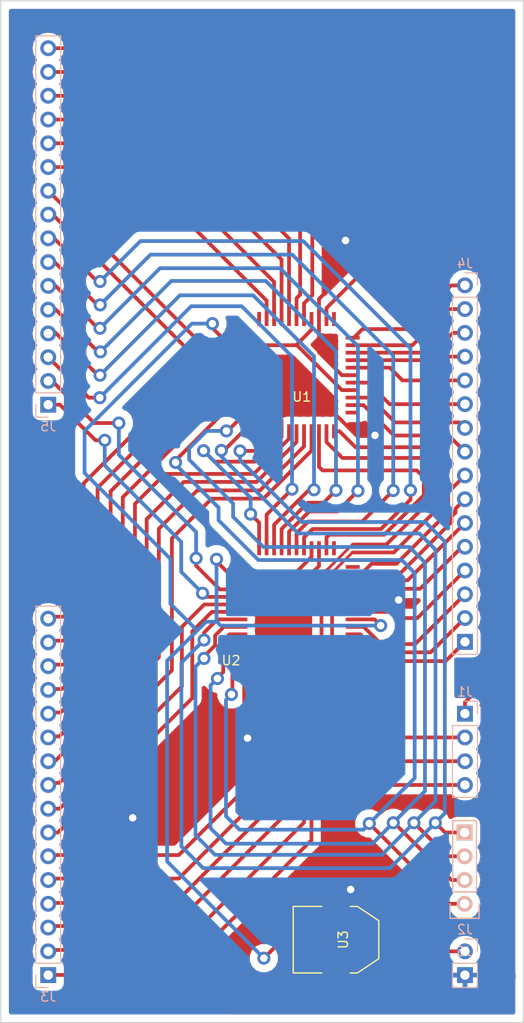
<source format=kicad_pcb>
(kicad_pcb (version 20171130) (host pcbnew 5.0.0-fee4fd1~66~ubuntu18.04.1)

  (general
    (thickness 1.6)
    (drawings 17)
    (tracks 598)
    (zones 0)
    (modules 10)
    (nets 72)
  )

  (page A4)
  (layers
    (0 F.Cu signal)
    (31 B.Cu signal)
    (32 B.Adhes user)
    (33 F.Adhes user)
    (34 B.Paste user)
    (35 F.Paste user)
    (36 B.SilkS user)
    (37 F.SilkS user)
    (38 B.Mask user)
    (39 F.Mask user)
    (40 Dwgs.User user)
    (41 Cmts.User user)
    (42 Eco1.User user)
    (43 Eco2.User user)
    (44 Edge.Cuts user)
    (45 Margin user)
    (46 B.CrtYd user)
    (47 F.CrtYd user)
    (48 B.Fab user)
    (49 F.Fab user)
  )

  (setup
    (last_trace_width 0.4)
    (trace_clearance 0.2)
    (zone_clearance 0.8)
    (zone_45_only no)
    (trace_min 0.2)
    (segment_width 0.2)
    (edge_width 0.15)
    (via_size 0.6)
    (via_drill 0.4)
    (via_min_size 0.4)
    (via_min_drill 0.3)
    (uvia_size 0.3)
    (uvia_drill 0.1)
    (uvias_allowed no)
    (uvia_min_size 0.2)
    (uvia_min_drill 0.1)
    (pcb_text_width 0.3)
    (pcb_text_size 1.5 1.5)
    (mod_edge_width 0.15)
    (mod_text_size 1 1)
    (mod_text_width 0.15)
    (pad_size 1.7 1.7)
    (pad_drill 1.016)
    (pad_to_mask_clearance 0.2)
    (aux_axis_origin 0 0)
    (visible_elements FFFFFF7F)
    (pcbplotparams
      (layerselection 0x00030_80000001)
      (usegerberextensions false)
      (usegerberattributes false)
      (usegerberadvancedattributes false)
      (creategerberjobfile false)
      (excludeedgelayer true)
      (linewidth 0.100000)
      (plotframeref false)
      (viasonmask false)
      (mode 1)
      (useauxorigin false)
      (hpglpennumber 1)
      (hpglpenspeed 20)
      (hpglpendiameter 15.000000)
      (psnegative false)
      (psa4output false)
      (plotreference true)
      (plotvalue true)
      (plotinvisibletext false)
      (padsonsilk false)
      (subtractmaskfromsilk false)
      (outputformat 1)
      (mirror false)
      (drillshape 1)
      (scaleselection 1)
      (outputdirectory ""))
  )

  (net 0 "")
  (net 1 "Net-(J1-Pad1)")
  (net 2 "Net-(J1-Pad2)")
  (net 3 "Net-(J1-Pad3)")
  (net 4 "Net-(J1-Pad4)")
  (net 5 VCC)
  (net 6 GND)
  (net 7 "Net-(J3-Pad1)")
  (net 8 "Net-(J3-Pad2)")
  (net 9 "Net-(J3-Pad3)")
  (net 10 "Net-(J3-Pad4)")
  (net 11 "Net-(J3-Pad5)")
  (net 12 "Net-(J3-Pad6)")
  (net 13 "Net-(J3-Pad7)")
  (net 14 "Net-(J3-Pad8)")
  (net 15 "Net-(J3-Pad9)")
  (net 16 "Net-(J3-Pad10)")
  (net 17 "Net-(J3-Pad11)")
  (net 18 "Net-(J3-Pad12)")
  (net 19 "Net-(J3-Pad13)")
  (net 20 "Net-(J3-Pad14)")
  (net 21 "Net-(J3-Pad15)")
  (net 22 "Net-(J3-Pad16)")
  (net 23 "Net-(J4-Pad1)")
  (net 24 "Net-(J4-Pad2)")
  (net 25 "Net-(J4-Pad3)")
  (net 26 "Net-(J4-Pad4)")
  (net 27 "Net-(J4-Pad5)")
  (net 28 "Net-(J4-Pad6)")
  (net 29 "Net-(J4-Pad7)")
  (net 30 "Net-(J4-Pad8)")
  (net 31 "Net-(J4-Pad9)")
  (net 32 "Net-(J4-Pad10)")
  (net 33 "Net-(J4-Pad11)")
  (net 34 "Net-(J4-Pad12)")
  (net 35 "Net-(J4-Pad13)")
  (net 36 "Net-(J4-Pad14)")
  (net 37 "Net-(J4-Pad15)")
  (net 38 "Net-(J4-Pad16)")
  (net 39 "Net-(J5-Pad1)")
  (net 40 "Net-(J5-Pad2)")
  (net 41 "Net-(J5-Pad3)")
  (net 42 "Net-(J5-Pad4)")
  (net 43 "Net-(J5-Pad5)")
  (net 44 "Net-(J5-Pad6)")
  (net 45 "Net-(J5-Pad7)")
  (net 46 "Net-(J5-Pad8)")
  (net 47 "Net-(J5-Pad9)")
  (net 48 "Net-(J5-Pad10)")
  (net 49 "Net-(J5-Pad11)")
  (net 50 "Net-(J5-Pad12)")
  (net 51 "Net-(J5-Pad13)")
  (net 52 "Net-(J5-Pad14)")
  (net 53 "Net-(J5-Pad15)")
  (net 54 "Net-(J5-Pad16)")
  (net 55 "Net-(U1-Pad34)")
  (net 56 "Net-(U1-Pad23)")
  (net 57 "Net-(U1-Pad12)")
  (net 58 "Net-(U1-Pad9)")
  (net 59 "Net-(U1-Pad3)")
  (net 60 "Net-(U1-Pad33)")
  (net 61 "Net-(U1-Pad36)")
  (net 62 "Net-(U2-Pad34)")
  (net 63 "Net-(U2-Pad23)")
  (net 64 "Net-(U2-Pad1)")
  (net 65 "Net-(U2-Pad22)")
  (net 66 "Net-(U2-Pad36)")
  (net 67 "Net-(J2-Pad1)")
  (net 68 "Net-(J6-Pad1)")
  (net 69 "Net-(J6-Pad2)")
  (net 70 "Net-(J6-Pad3)")
  (net 71 "Net-(J6-Pad4)")

  (net_class Default "This is the default net class."
    (clearance 0.2)
    (trace_width 0.4)
    (via_dia 0.6)
    (via_drill 0.4)
    (uvia_dia 0.3)
    (uvia_drill 0.1)
    (add_net GND)
    (add_net "Net-(J1-Pad1)")
    (add_net "Net-(J1-Pad2)")
    (add_net "Net-(J1-Pad3)")
    (add_net "Net-(J1-Pad4)")
    (add_net "Net-(J2-Pad1)")
    (add_net "Net-(J3-Pad1)")
    (add_net "Net-(J3-Pad10)")
    (add_net "Net-(J3-Pad11)")
    (add_net "Net-(J3-Pad12)")
    (add_net "Net-(J3-Pad13)")
    (add_net "Net-(J3-Pad14)")
    (add_net "Net-(J3-Pad15)")
    (add_net "Net-(J3-Pad16)")
    (add_net "Net-(J3-Pad2)")
    (add_net "Net-(J3-Pad3)")
    (add_net "Net-(J3-Pad4)")
    (add_net "Net-(J3-Pad5)")
    (add_net "Net-(J3-Pad6)")
    (add_net "Net-(J3-Pad7)")
    (add_net "Net-(J3-Pad8)")
    (add_net "Net-(J3-Pad9)")
    (add_net "Net-(J4-Pad1)")
    (add_net "Net-(J4-Pad10)")
    (add_net "Net-(J4-Pad11)")
    (add_net "Net-(J4-Pad12)")
    (add_net "Net-(J4-Pad13)")
    (add_net "Net-(J4-Pad14)")
    (add_net "Net-(J4-Pad15)")
    (add_net "Net-(J4-Pad16)")
    (add_net "Net-(J4-Pad2)")
    (add_net "Net-(J4-Pad3)")
    (add_net "Net-(J4-Pad4)")
    (add_net "Net-(J4-Pad5)")
    (add_net "Net-(J4-Pad6)")
    (add_net "Net-(J4-Pad7)")
    (add_net "Net-(J4-Pad8)")
    (add_net "Net-(J4-Pad9)")
    (add_net "Net-(J5-Pad1)")
    (add_net "Net-(J5-Pad10)")
    (add_net "Net-(J5-Pad11)")
    (add_net "Net-(J5-Pad12)")
    (add_net "Net-(J5-Pad13)")
    (add_net "Net-(J5-Pad14)")
    (add_net "Net-(J5-Pad15)")
    (add_net "Net-(J5-Pad16)")
    (add_net "Net-(J5-Pad2)")
    (add_net "Net-(J5-Pad3)")
    (add_net "Net-(J5-Pad4)")
    (add_net "Net-(J5-Pad5)")
    (add_net "Net-(J5-Pad6)")
    (add_net "Net-(J5-Pad7)")
    (add_net "Net-(J5-Pad8)")
    (add_net "Net-(J5-Pad9)")
    (add_net "Net-(J6-Pad1)")
    (add_net "Net-(J6-Pad2)")
    (add_net "Net-(J6-Pad3)")
    (add_net "Net-(J6-Pad4)")
    (add_net "Net-(U1-Pad12)")
    (add_net "Net-(U1-Pad23)")
    (add_net "Net-(U1-Pad3)")
    (add_net "Net-(U1-Pad33)")
    (add_net "Net-(U1-Pad34)")
    (add_net "Net-(U1-Pad36)")
    (add_net "Net-(U1-Pad9)")
    (add_net "Net-(U2-Pad1)")
    (add_net "Net-(U2-Pad22)")
    (add_net "Net-(U2-Pad23)")
    (add_net "Net-(U2-Pad34)")
    (add_net "Net-(U2-Pad36)")
    (add_net VCC)
  )

  (net_class thick ""
    (clearance 0.2)
    (trace_width 0.4)
    (via_dia 0.6)
    (via_drill 0.4)
    (uvia_dia 0.3)
    (uvia_drill 0.1)
  )

  (module Pin_Headers:Pin_Header_Straight_1x04_Pitch2.54mm (layer B.Cu) (tedit 59650532) (tstamp 5B06CF08)
    (at 232.5 106.68 180)
    (descr "Through hole straight pin header, 1x04, 2.54mm pitch, single row")
    (tags "Through hole pin header THT 1x04 2.54mm single row")
    (path /5AEB1744)
    (fp_text reference J1 (at 0 2.33 180) (layer B.SilkS)
      (effects (font (size 1 1) (thickness 0.15)) (justify mirror))
    )
    (fp_text value Conn_01x04 (at 0 -9.95 180) (layer B.Fab)
      (effects (font (size 1 1) (thickness 0.15)) (justify mirror))
    )
    (fp_line (start -0.635 1.27) (end 1.27 1.27) (layer B.Fab) (width 0.1))
    (fp_line (start 1.27 1.27) (end 1.27 -8.89) (layer B.Fab) (width 0.1))
    (fp_line (start 1.27 -8.89) (end -1.27 -8.89) (layer B.Fab) (width 0.1))
    (fp_line (start -1.27 -8.89) (end -1.27 0.635) (layer B.Fab) (width 0.1))
    (fp_line (start -1.27 0.635) (end -0.635 1.27) (layer B.Fab) (width 0.1))
    (fp_line (start -1.33 -8.95) (end 1.33 -8.95) (layer B.SilkS) (width 0.12))
    (fp_line (start -1.33 -1.27) (end -1.33 -8.95) (layer B.SilkS) (width 0.12))
    (fp_line (start 1.33 -1.27) (end 1.33 -8.95) (layer B.SilkS) (width 0.12))
    (fp_line (start -1.33 -1.27) (end 1.33 -1.27) (layer B.SilkS) (width 0.12))
    (fp_line (start -1.33 0) (end -1.33 1.33) (layer B.SilkS) (width 0.12))
    (fp_line (start -1.33 1.33) (end 0 1.33) (layer B.SilkS) (width 0.12))
    (fp_line (start -1.8 1.8) (end -1.8 -9.4) (layer B.CrtYd) (width 0.05))
    (fp_line (start -1.8 -9.4) (end 1.8 -9.4) (layer B.CrtYd) (width 0.05))
    (fp_line (start 1.8 -9.4) (end 1.8 1.8) (layer B.CrtYd) (width 0.05))
    (fp_line (start 1.8 1.8) (end -1.8 1.8) (layer B.CrtYd) (width 0.05))
    (fp_text user %R (at 0.4 -4.05 90) (layer B.Fab)
      (effects (font (size 1 1) (thickness 0.15)) (justify mirror))
    )
    (pad 1 thru_hole rect (at 0 0 180) (size 1.7 1.7) (drill 1) (layers *.Cu *.Mask)
      (net 1 "Net-(J1-Pad1)"))
    (pad 2 thru_hole oval (at 0 -2.54 180) (size 1.7 1.7) (drill 1) (layers *.Cu *.Mask)
      (net 2 "Net-(J1-Pad2)"))
    (pad 3 thru_hole oval (at 0 -5.08 180) (size 1.7 1.7) (drill 1) (layers *.Cu *.Mask)
      (net 3 "Net-(J1-Pad3)"))
    (pad 4 thru_hole oval (at 0 -7.62 180) (size 1.7 1.7) (drill 1) (layers *.Cu *.Mask)
      (net 4 "Net-(J1-Pad4)"))
    (model ${KISYS3DMOD}/Pin_Headers.3dshapes/Pin_Header_Straight_1x04_Pitch2.54mm.wrl
      (at (xyz 0 0 0))
      (scale (xyz 1 1 1))
      (rotate (xyz 0 0 0))
    )
  )

  (module footprints:XC9572XL-VQ44 (layer F.Cu) (tedit 5AEB4228) (tstamp 5B06CF7A)
    (at 210.5 76.5)
    (path /5B07240B)
    (fp_text reference U1 (at 4.5618 -3.6782) (layer F.SilkS)
      (effects (font (size 1 1) (thickness 0.15)))
    )
    (fp_text value XC9572XL-VQ44 (at 4 2) (layer F.Fab)
      (effects (font (size 1 1) (thickness 0.15)))
    )
    (fp_circle (center 0 -2) (end 0.4 -2.2) (layer F.Adhes) (width 0.15))
    (fp_arc (start 8.5 -1.5) (end 10 -1.5) (angle 90) (layer F.Adhes) (width 0.15))
    (fp_arc (start -0.5 -1.5) (end -0.5 0) (angle 90) (layer F.Adhes) (width 0.15))
    (fp_arc (start -0.5 -10.5) (end -2 -10.5) (angle 90) (layer F.Adhes) (width 0.15))
    (fp_arc (start 8.5 -10.5) (end 8.5 -12) (angle 90) (layer F.Adhes) (width 0.15))
    (pad 34 smd rect (at -2 -10) (size 1.5 0.4) (layers F.Cu F.Paste F.Mask)
      (net 55 "Net-(U1-Pad34)"))
    (pad 23 smd rect (at 8 -12) (size 0.4 1.5) (layers F.Cu F.Paste F.Mask)
      (net 56 "Net-(U1-Pad23)"))
    (pad 12 smd rect (at 10 -2) (size 1.5 0.4) (layers F.Cu F.Paste F.Mask)
      (net 57 "Net-(U1-Pad12)"))
    (pad 11 smd rect (at 8 0) (size 0.4 1.5) (layers F.Cu F.Paste F.Mask)
      (net 2 "Net-(J1-Pad2)"))
    (pad 10 smd rect (at 7.2 0) (size 0.4 1.5) (layers F.Cu F.Paste F.Mask)
      (net 3 "Net-(J1-Pad3)"))
    (pad 9 smd rect (at 6.4 0) (size 0.4 1.5) (layers F.Cu F.Paste F.Mask)
      (net 58 "Net-(U1-Pad9)"))
    (pad 8 smd rect (at 5.6 0) (size 0.4 1.5) (layers F.Cu F.Paste F.Mask)
      (net 15 "Net-(J3-Pad9)"))
    (pad 7 smd rect (at 4.8 0) (size 0.4 1.5) (layers F.Cu F.Paste F.Mask)
      (net 16 "Net-(J3-Pad10)"))
    (pad 6 smd rect (at 4 0) (size 0.4 1.5) (layers F.Cu F.Paste F.Mask)
      (net 17 "Net-(J3-Pad11)"))
    (pad 5 smd rect (at 3.2 0) (size 0.4 1.5) (layers F.Cu F.Paste F.Mask)
      (net 18 "Net-(J3-Pad12)"))
    (pad 4 smd rect (at 2.4 0) (size 0.4 1.5) (layers F.Cu F.Paste F.Mask)
      (net 6 GND))
    (pad 3 smd rect (at 1.6 0) (size 0.4 1.5) (layers F.Cu F.Paste F.Mask)
      (net 59 "Net-(U1-Pad3)"))
    (pad 1 smd rect (at 0 0) (size 0.4 1.5) (layers F.Cu F.Paste F.Mask)
      (net 70 "Net-(J6-Pad3)"))
    (pad 2 smd rect (at 0.8 0) (size 0.4 1.5) (layers F.Cu F.Paste F.Mask)
      (net 71 "Net-(J6-Pad4)"))
    (pad 13 smd rect (at 10 -2.8) (size 1.5 0.4) (layers F.Cu F.Paste F.Mask)
      (net 30 "Net-(J4-Pad8)"))
    (pad 14 smd rect (at 10 -3.6) (size 1.5 0.4) (layers F.Cu F.Paste F.Mask)
      (net 29 "Net-(J4-Pad7)"))
    (pad 15 smd rect (at 10 -4.4) (size 1.5 0.4) (layers F.Cu F.Paste F.Mask)
      (net 5 VCC))
    (pad 16 smd rect (at 10 -5.2) (size 1.5 0.4) (layers F.Cu F.Paste F.Mask)
      (net 28 "Net-(J4-Pad6)"))
    (pad 17 smd rect (at 10 -6) (size 1.5 0.4) (layers F.Cu F.Paste F.Mask)
      (net 6 GND))
    (pad 18 smd rect (at 10 -6.8) (size 1.5 0.4) (layers F.Cu F.Paste F.Mask)
      (net 27 "Net-(J4-Pad5)"))
    (pad 19 smd rect (at 10 -7.6) (size 1.5 0.4) (layers F.Cu F.Paste F.Mask)
      (net 26 "Net-(J4-Pad4)"))
    (pad 20 smd rect (at 10 -8.4) (size 1.5 0.4) (layers F.Cu F.Paste F.Mask)
      (net 25 "Net-(J4-Pad3)"))
    (pad 21 smd rect (at 10 -9.2) (size 1.5 0.4) (layers F.Cu F.Paste F.Mask)
      (net 24 "Net-(J4-Pad2)"))
    (pad 22 smd rect (at 10 -10) (size 1.5 0.4) (layers F.Cu F.Paste F.Mask)
      (net 23 "Net-(J4-Pad1)"))
    (pad 24 smd rect (at 7.2 -12) (size 0.4 1.5) (layers F.Cu F.Paste F.Mask)
      (net 1 "Net-(J1-Pad1)"))
    (pad 25 smd rect (at 6.4 -12) (size 0.4 1.5) (layers F.Cu F.Paste F.Mask)
      (net 6 GND))
    (pad 26 smd rect (at 5.6 -12) (size 0.4 1.5) (layers F.Cu F.Paste F.Mask)
      (net 5 VCC))
    (pad 27 smd rect (at 4.8 -12) (size 0.4 1.5) (layers F.Cu F.Paste F.Mask)
      (net 54 "Net-(J5-Pad16)"))
    (pad 28 smd rect (at 4 -12) (size 0.4 1.5) (layers F.Cu F.Paste F.Mask)
      (net 53 "Net-(J5-Pad15)"))
    (pad 29 smd rect (at 3.2 -12) (size 0.4 1.5) (layers F.Cu F.Paste F.Mask)
      (net 52 "Net-(J5-Pad14)"))
    (pad 30 smd rect (at 2.4 -12) (size 0.4 1.5) (layers F.Cu F.Paste F.Mask)
      (net 51 "Net-(J5-Pad13)"))
    (pad 31 smd rect (at 1.6 -12) (size 0.4 1.5) (layers F.Cu F.Paste F.Mask)
      (net 50 "Net-(J5-Pad12)"))
    (pad 32 smd rect (at 0.8 -12) (size 0.4 1.5) (layers F.Cu F.Paste F.Mask)
      (net 49 "Net-(J5-Pad11)"))
    (pad 33 smd rect (at 0 -12) (size 0.4 1.5) (layers F.Cu F.Paste F.Mask)
      (net 60 "Net-(U1-Pad33)"))
    (pad 35 smd rect (at -2 -9.2) (size 1.5 0.4) (layers F.Cu F.Paste F.Mask)
      (net 5 VCC))
    (pad 36 smd rect (at -2 -8.4) (size 1.5 0.4) (layers F.Cu F.Paste F.Mask)
      (net 61 "Net-(U1-Pad36)"))
    (pad 37 smd rect (at -2 -7.6) (size 1.5 0.4) (layers F.Cu F.Paste F.Mask)
      (net 48 "Net-(J5-Pad10)"))
    (pad 38 smd rect (at -2 -6.8) (size 1.5 0.4) (layers F.Cu F.Paste F.Mask)
      (net 47 "Net-(J5-Pad9)"))
    (pad 39 smd rect (at -2 -6) (size 1.5 0.4) (layers F.Cu F.Paste F.Mask)
      (net 22 "Net-(J3-Pad16)"))
    (pad 40 smd rect (at -2 -5.2) (size 1.5 0.4) (layers F.Cu F.Paste F.Mask)
      (net 21 "Net-(J3-Pad15)"))
    (pad 41 smd rect (at -2 -4.4) (size 1.5 0.4) (layers F.Cu F.Paste F.Mask)
      (net 20 "Net-(J3-Pad14)"))
    (pad 42 smd rect (at -2 -3.6) (size 1.5 0.4) (layers F.Cu F.Paste F.Mask)
      (net 19 "Net-(J3-Pad13)"))
    (pad 43 smd rect (at -2 -2.8) (size 1.5 0.4) (layers F.Cu F.Paste F.Mask)
      (net 68 "Net-(J6-Pad1)"))
    (pad 44 smd rect (at -2 -2) (size 1.5 0.4) (layers F.Cu F.Paste F.Mask)
      (net 69 "Net-(J6-Pad2)"))
  )

  (module footprints:XC9572XL-VQ44 (layer F.Cu) (tedit 5AEB4228) (tstamp 5B06CFAA)
    (at 210.5 101)
    (path /5B07250D)
    (fp_text reference U2 (at -3 0) (layer F.SilkS)
      (effects (font (size 1 1) (thickness 0.15)))
    )
    (fp_text value XC9572XL-VQ44 (at 4 2) (layer F.Fab)
      (effects (font (size 1 1) (thickness 0.15)))
    )
    (fp_circle (center 0 -2) (end 0.4 -2.2) (layer F.Adhes) (width 0.15))
    (fp_arc (start 8.5 -1.5) (end 10 -1.5) (angle 90) (layer F.Adhes) (width 0.15))
    (fp_arc (start -0.5 -1.5) (end -0.5 0) (angle 90) (layer F.Adhes) (width 0.15))
    (fp_arc (start -0.5 -10.5) (end -2 -10.5) (angle 90) (layer F.Adhes) (width 0.15))
    (fp_arc (start 8.5 -10.5) (end 8.5 -12) (angle 90) (layer F.Adhes) (width 0.15))
    (pad 34 smd rect (at -2 -10) (size 1.5 0.4) (layers F.Cu F.Paste F.Mask)
      (net 62 "Net-(U2-Pad34)"))
    (pad 23 smd rect (at 8 -12) (size 0.4 1.5) (layers F.Cu F.Paste F.Mask)
      (net 63 "Net-(U2-Pad23)"))
    (pad 12 smd rect (at 10 -2) (size 1.5 0.4) (layers F.Cu F.Paste F.Mask)
      (net 38 "Net-(J4-Pad16)"))
    (pad 11 smd rect (at 8 0) (size 0.4 1.5) (layers F.Cu F.Paste F.Mask)
      (net 2 "Net-(J1-Pad2)"))
    (pad 10 smd rect (at 7.2 0) (size 0.4 1.5) (layers F.Cu F.Paste F.Mask)
      (net 3 "Net-(J1-Pad3)"))
    (pad 9 smd rect (at 6.4 0) (size 0.4 1.5) (layers F.Cu F.Paste F.Mask)
      (net 4 "Net-(J1-Pad4)"))
    (pad 8 smd rect (at 5.6 0) (size 0.4 1.5) (layers F.Cu F.Paste F.Mask)
      (net 7 "Net-(J3-Pad1)"))
    (pad 7 smd rect (at 4.8 0) (size 0.4 1.5) (layers F.Cu F.Paste F.Mask)
      (net 8 "Net-(J3-Pad2)"))
    (pad 6 smd rect (at 4 0) (size 0.4 1.5) (layers F.Cu F.Paste F.Mask)
      (net 9 "Net-(J3-Pad3)"))
    (pad 5 smd rect (at 3.2 0) (size 0.4 1.5) (layers F.Cu F.Paste F.Mask)
      (net 10 "Net-(J3-Pad4)"))
    (pad 4 smd rect (at 2.4 0) (size 0.4 1.5) (layers F.Cu F.Paste F.Mask)
      (net 6 GND))
    (pad 3 smd rect (at 1.6 0) (size 0.4 1.5) (layers F.Cu F.Paste F.Mask)
      (net 11 "Net-(J3-Pad5)"))
    (pad 1 smd rect (at 0 0) (size 0.4 1.5) (layers F.Cu F.Paste F.Mask)
      (net 64 "Net-(U2-Pad1)"))
    (pad 2 smd rect (at 0.8 0) (size 0.4 1.5) (layers F.Cu F.Paste F.Mask)
      (net 12 "Net-(J3-Pad6)"))
    (pad 13 smd rect (at 10 -2.8) (size 1.5 0.4) (layers F.Cu F.Paste F.Mask)
      (net 37 "Net-(J4-Pad15)"))
    (pad 14 smd rect (at 10 -3.6) (size 1.5 0.4) (layers F.Cu F.Paste F.Mask)
      (net 36 "Net-(J4-Pad14)"))
    (pad 15 smd rect (at 10 -4.4) (size 1.5 0.4) (layers F.Cu F.Paste F.Mask)
      (net 5 VCC))
    (pad 16 smd rect (at 10 -5.2) (size 1.5 0.4) (layers F.Cu F.Paste F.Mask)
      (net 35 "Net-(J4-Pad13)"))
    (pad 17 smd rect (at 10 -6) (size 1.5 0.4) (layers F.Cu F.Paste F.Mask)
      (net 6 GND))
    (pad 18 smd rect (at 10 -6.8) (size 1.5 0.4) (layers F.Cu F.Paste F.Mask)
      (net 34 "Net-(J4-Pad12)"))
    (pad 19 smd rect (at 10 -7.6) (size 1.5 0.4) (layers F.Cu F.Paste F.Mask)
      (net 33 "Net-(J4-Pad11)"))
    (pad 20 smd rect (at 10 -8.4) (size 1.5 0.4) (layers F.Cu F.Paste F.Mask)
      (net 32 "Net-(J4-Pad10)"))
    (pad 21 smd rect (at 10 -9.2) (size 1.5 0.4) (layers F.Cu F.Paste F.Mask)
      (net 31 "Net-(J4-Pad9)"))
    (pad 22 smd rect (at 10 -10) (size 1.5 0.4) (layers F.Cu F.Paste F.Mask)
      (net 65 "Net-(U2-Pad22)"))
    (pad 24 smd rect (at 7.2 -12) (size 0.4 1.5) (layers F.Cu F.Paste F.Mask)
      (net 58 "Net-(U1-Pad9)"))
    (pad 25 smd rect (at 6.4 -12) (size 0.4 1.5) (layers F.Cu F.Paste F.Mask)
      (net 6 GND))
    (pad 26 smd rect (at 5.6 -12) (size 0.4 1.5) (layers F.Cu F.Paste F.Mask)
      (net 5 VCC))
    (pad 27 smd rect (at 4.8 -12) (size 0.4 1.5) (layers F.Cu F.Paste F.Mask)
      (net 46 "Net-(J5-Pad8)"))
    (pad 28 smd rect (at 4 -12) (size 0.4 1.5) (layers F.Cu F.Paste F.Mask)
      (net 45 "Net-(J5-Pad7)"))
    (pad 29 smd rect (at 3.2 -12) (size 0.4 1.5) (layers F.Cu F.Paste F.Mask)
      (net 44 "Net-(J5-Pad6)"))
    (pad 30 smd rect (at 2.4 -12) (size 0.4 1.5) (layers F.Cu F.Paste F.Mask)
      (net 43 "Net-(J5-Pad5)"))
    (pad 31 smd rect (at 1.6 -12) (size 0.4 1.5) (layers F.Cu F.Paste F.Mask)
      (net 42 "Net-(J5-Pad4)"))
    (pad 32 smd rect (at 0.8 -12) (size 0.4 1.5) (layers F.Cu F.Paste F.Mask)
      (net 41 "Net-(J5-Pad3)"))
    (pad 33 smd rect (at 0 -12) (size 0.4 1.5) (layers F.Cu F.Paste F.Mask)
      (net 59 "Net-(U1-Pad3)"))
    (pad 35 smd rect (at -2 -9.2) (size 1.5 0.4) (layers F.Cu F.Paste F.Mask)
      (net 5 VCC))
    (pad 36 smd rect (at -2 -8.4) (size 1.5 0.4) (layers F.Cu F.Paste F.Mask)
      (net 66 "Net-(U2-Pad36)"))
    (pad 37 smd rect (at -2 -7.6) (size 1.5 0.4) (layers F.Cu F.Paste F.Mask)
      (net 40 "Net-(J5-Pad2)"))
    (pad 38 smd rect (at -2 -6.8) (size 1.5 0.4) (layers F.Cu F.Paste F.Mask)
      (net 39 "Net-(J5-Pad1)"))
    (pad 39 smd rect (at -2 -6) (size 1.5 0.4) (layers F.Cu F.Paste F.Mask)
      (net 14 "Net-(J3-Pad8)"))
    (pad 40 smd rect (at -2 -5.2) (size 1.5 0.4) (layers F.Cu F.Paste F.Mask)
      (net 13 "Net-(J3-Pad7)"))
    (pad 41 smd rect (at -2 -4.4) (size 1.5 0.4) (layers F.Cu F.Paste F.Mask)
      (net 71 "Net-(J6-Pad4)"))
    (pad 42 smd rect (at -2 -3.6) (size 1.5 0.4) (layers F.Cu F.Paste F.Mask)
      (net 70 "Net-(J6-Pad3)"))
    (pad 43 smd rect (at -2 -2.8) (size 1.5 0.4) (layers F.Cu F.Paste F.Mask)
      (net 69 "Net-(J6-Pad2)"))
    (pad 44 smd rect (at -2 -2) (size 1.5 0.4) (layers F.Cu F.Paste F.Mask)
      (net 68 "Net-(J6-Pad1)"))
  )

  (module Pin_Headers:Pin_Header_Straight_1x02_Pitch2.54mm (layer B.Cu) (tedit 5B2BB472) (tstamp 5B0FFD1A)
    (at 232.5 132.08 180)
    (descr "Through hole straight pin header, 1x02, 2.54mm pitch, single row")
    (tags "Through hole pin header THT 1x02 2.54mm single row")
    (path /5AEB171D)
    (fp_text reference J2 (at 0 2.33 180) (layer B.SilkS)
      (effects (font (size 1 1) (thickness 0.15)) (justify mirror))
    )
    (fp_text value Conn_01x02 (at 0 -4.87 180) (layer B.Fab)
      (effects (font (size 1 1) (thickness 0.15)) (justify mirror))
    )
    (fp_line (start -0.635 1.27) (end 1.27 1.27) (layer B.Fab) (width 0.1))
    (fp_line (start 1.27 1.27) (end 1.27 -3.81) (layer B.Fab) (width 0.1))
    (fp_line (start 1.27 -3.81) (end -1.27 -3.81) (layer B.Fab) (width 0.1))
    (fp_line (start -1.27 -3.81) (end -1.27 0.635) (layer B.Fab) (width 0.1))
    (fp_line (start -1.27 0.635) (end -0.635 1.27) (layer B.Fab) (width 0.1))
    (fp_line (start -1.33 -3.87) (end 1.33 -3.87) (layer B.SilkS) (width 0.12))
    (fp_line (start -1.33 -1.27) (end -1.33 -3.87) (layer B.SilkS) (width 0.12))
    (fp_line (start 1.33 -1.27) (end 1.33 -3.87) (layer B.SilkS) (width 0.12))
    (fp_line (start -1.33 -1.27) (end 1.33 -1.27) (layer B.SilkS) (width 0.12))
    (fp_line (start -1.33 0) (end -1.33 1.33) (layer B.SilkS) (width 0.12))
    (fp_line (start -1.33 1.33) (end 0 1.33) (layer B.SilkS) (width 0.12))
    (fp_line (start -1.8 1.8) (end -1.8 -4.35) (layer B.CrtYd) (width 0.05))
    (fp_line (start -1.8 -4.35) (end 1.8 -4.35) (layer B.CrtYd) (width 0.05))
    (fp_line (start 1.8 -4.35) (end 1.8 1.8) (layer B.CrtYd) (width 0.05))
    (fp_line (start 1.8 1.8) (end -1.8 1.8) (layer B.CrtYd) (width 0.05))
    (fp_text user %R (at 0 0 90) (layer B.Fab)
      (effects (font (size 1 1) (thickness 0.15)) (justify mirror))
    )
    (pad 1 thru_hole oval (at 0 0 180) (size 1.7 1.7) (drill 1) (layers *.Cu *.Mask)
      (net 67 "Net-(J2-Pad1)"))
    (pad 2 thru_hole rect (at 0 -2.54 180) (size 1.7 1.7) (drill 1) (layers *.Cu *.Mask)
      (net 6 GND))
    (model ${KISYS3DMOD}/Pin_Headers.3dshapes/Pin_Header_Straight_1x02_Pitch2.54mm.wrl
      (at (xyz 0 0 0))
      (scale (xyz 1 1 1))
      (rotate (xyz 0 0 0))
    )
  )

  (module Pin_Headers:Pin_Header_Straight_1x16_Pitch2.54mm (layer B.Cu) (tedit 59650532) (tstamp 5B0FFD1F)
    (at 187.96 134.62)
    (descr "Through hole straight pin header, 1x16, 2.54mm pitch, single row")
    (tags "Through hole pin header THT 1x16 2.54mm single row")
    (path /5AEB13CF)
    (fp_text reference J3 (at 0 2.33) (layer B.SilkS)
      (effects (font (size 1 1) (thickness 0.15)) (justify mirror))
    )
    (fp_text value Conn_01x16 (at 0 -40.43) (layer B.Fab)
      (effects (font (size 1 1) (thickness 0.15)) (justify mirror))
    )
    (fp_line (start -0.635 1.27) (end 1.27 1.27) (layer B.Fab) (width 0.1))
    (fp_line (start 1.27 1.27) (end 1.27 -39.37) (layer B.Fab) (width 0.1))
    (fp_line (start 1.27 -39.37) (end -1.27 -39.37) (layer B.Fab) (width 0.1))
    (fp_line (start -1.27 -39.37) (end -1.27 0.635) (layer B.Fab) (width 0.1))
    (fp_line (start -1.27 0.635) (end -0.635 1.27) (layer B.Fab) (width 0.1))
    (fp_line (start -1.33 -39.43) (end 1.33 -39.43) (layer B.SilkS) (width 0.12))
    (fp_line (start -1.33 -1.27) (end -1.33 -39.43) (layer B.SilkS) (width 0.12))
    (fp_line (start 1.33 -1.27) (end 1.33 -39.43) (layer B.SilkS) (width 0.12))
    (fp_line (start -1.33 -1.27) (end 1.33 -1.27) (layer B.SilkS) (width 0.12))
    (fp_line (start -1.33 0) (end -1.33 1.33) (layer B.SilkS) (width 0.12))
    (fp_line (start -1.33 1.33) (end 0 1.33) (layer B.SilkS) (width 0.12))
    (fp_line (start -1.8 1.8) (end -1.8 -39.9) (layer B.CrtYd) (width 0.05))
    (fp_line (start -1.8 -39.9) (end 1.8 -39.9) (layer B.CrtYd) (width 0.05))
    (fp_line (start 1.8 -39.9) (end 1.8 1.8) (layer B.CrtYd) (width 0.05))
    (fp_line (start 1.8 1.8) (end -1.8 1.8) (layer B.CrtYd) (width 0.05))
    (fp_text user %R (at 0 -19.05 270) (layer B.Fab)
      (effects (font (size 1 1) (thickness 0.15)) (justify mirror))
    )
    (pad 1 thru_hole rect (at 0 0) (size 1.7 1.7) (drill 1) (layers *.Cu *.Mask)
      (net 7 "Net-(J3-Pad1)"))
    (pad 2 thru_hole oval (at 0 -2.54) (size 1.7 1.7) (drill 1) (layers *.Cu *.Mask)
      (net 8 "Net-(J3-Pad2)"))
    (pad 3 thru_hole oval (at 0 -5.08) (size 1.7 1.7) (drill 1) (layers *.Cu *.Mask)
      (net 9 "Net-(J3-Pad3)"))
    (pad 4 thru_hole oval (at 0 -7.62) (size 1.7 1.7) (drill 1) (layers *.Cu *.Mask)
      (net 10 "Net-(J3-Pad4)"))
    (pad 5 thru_hole oval (at 0 -10.16) (size 1.7 1.7) (drill 1) (layers *.Cu *.Mask)
      (net 11 "Net-(J3-Pad5)"))
    (pad 6 thru_hole oval (at 0 -12.7) (size 1.7 1.7) (drill 1) (layers *.Cu *.Mask)
      (net 12 "Net-(J3-Pad6)"))
    (pad 7 thru_hole oval (at 0 -15.24) (size 1.7 1.7) (drill 1) (layers *.Cu *.Mask)
      (net 13 "Net-(J3-Pad7)"))
    (pad 8 thru_hole oval (at 0 -17.78) (size 1.7 1.7) (drill 1) (layers *.Cu *.Mask)
      (net 14 "Net-(J3-Pad8)"))
    (pad 9 thru_hole oval (at 0 -20.32) (size 1.7 1.7) (drill 1) (layers *.Cu *.Mask)
      (net 15 "Net-(J3-Pad9)"))
    (pad 10 thru_hole oval (at 0 -22.86) (size 1.7 1.7) (drill 1) (layers *.Cu *.Mask)
      (net 16 "Net-(J3-Pad10)"))
    (pad 11 thru_hole oval (at 0 -25.4) (size 1.7 1.7) (drill 1) (layers *.Cu *.Mask)
      (net 17 "Net-(J3-Pad11)"))
    (pad 12 thru_hole oval (at 0 -27.94) (size 1.7 1.7) (drill 1) (layers *.Cu *.Mask)
      (net 18 "Net-(J3-Pad12)"))
    (pad 13 thru_hole oval (at 0 -30.48) (size 1.7 1.7) (drill 1) (layers *.Cu *.Mask)
      (net 19 "Net-(J3-Pad13)"))
    (pad 14 thru_hole oval (at 0 -33.02) (size 1.7 1.7) (drill 1) (layers *.Cu *.Mask)
      (net 20 "Net-(J3-Pad14)"))
    (pad 15 thru_hole oval (at 0 -35.56) (size 1.7 1.7) (drill 1) (layers *.Cu *.Mask)
      (net 21 "Net-(J3-Pad15)"))
    (pad 16 thru_hole oval (at 0 -38.1) (size 1.7 1.7) (drill 1) (layers *.Cu *.Mask)
      (net 22 "Net-(J3-Pad16)"))
    (model ${KISYS3DMOD}/Pin_Headers.3dshapes/Pin_Header_Straight_1x16_Pitch2.54mm.wrl
      (at (xyz 0 0 0))
      (scale (xyz 1 1 1))
      (rotate (xyz 0 0 0))
    )
  )

  (module Pin_Headers:Pin_Header_Straight_1x16_Pitch2.54mm (layer B.Cu) (tedit 5B2BC0AC) (tstamp 5B0FFD32)
    (at 232.5 60.9 180)
    (descr "Through hole straight pin header, 1x16, 2.54mm pitch, single row")
    (tags "Through hole pin header THT 1x16 2.54mm single row")
    (path /5AEB13AD)
    (fp_text reference J4 (at 0 2.33 180) (layer B.SilkS)
      (effects (font (size 1 1) (thickness 0.15)) (justify mirror))
    )
    (fp_text value Conn_01x16 (at -1.233 4.131 180) (layer B.Fab)
      (effects (font (size 1 1) (thickness 0.15)) (justify mirror))
    )
    (fp_line (start -0.635 1.27) (end 1.27 1.27) (layer B.Fab) (width 0.1))
    (fp_line (start 1.27 1.27) (end 1.27 -39.37) (layer B.Fab) (width 0.1))
    (fp_line (start 1.27 -39.37) (end -1.27 -39.37) (layer B.Fab) (width 0.1))
    (fp_line (start -1.27 -39.37) (end -1.27 0.635) (layer B.Fab) (width 0.1))
    (fp_line (start -1.27 0.635) (end -0.635 1.27) (layer B.Fab) (width 0.1))
    (fp_line (start -1.33 -39.43) (end 1.33 -39.43) (layer B.SilkS) (width 0.12))
    (fp_line (start -1.33 -1.27) (end -1.33 -39.43) (layer B.SilkS) (width 0.12))
    (fp_line (start 1.33 -1.27) (end 1.33 -39.43) (layer B.SilkS) (width 0.12))
    (fp_line (start -1.33 -1.27) (end 1.33 -1.27) (layer B.SilkS) (width 0.12))
    (fp_line (start -1.33 0) (end -1.33 1.33) (layer B.SilkS) (width 0.12))
    (fp_line (start -1.33 1.33) (end 0 1.33) (layer B.SilkS) (width 0.12))
    (fp_line (start -1.8 1.8) (end -1.8 -39.9) (layer B.CrtYd) (width 0.05))
    (fp_line (start -1.8 -39.9) (end 1.8 -39.9) (layer B.CrtYd) (width 0.05))
    (fp_line (start 1.8 -39.9) (end 1.8 1.8) (layer B.CrtYd) (width 0.05))
    (fp_line (start 1.8 1.8) (end -1.8 1.8) (layer B.CrtYd) (width 0.05))
    (fp_text user %R (at 0 -19.05 90) (layer B.Fab)
      (effects (font (size 1 1) (thickness 0.15)) (justify mirror))
    )
    (pad 1 thru_hole oval (at 0 0 180) (size 1.7 1.7) (drill 1) (layers *.Cu *.Mask)
      (net 23 "Net-(J4-Pad1)"))
    (pad 2 thru_hole oval (at 0 -2.54 180) (size 1.7 1.7) (drill 1) (layers *.Cu *.Mask)
      (net 24 "Net-(J4-Pad2)"))
    (pad 3 thru_hole oval (at 0 -5.08 180) (size 1.7 1.7) (drill 1) (layers *.Cu *.Mask)
      (net 25 "Net-(J4-Pad3)"))
    (pad 4 thru_hole oval (at 0 -7.62 180) (size 1.7 1.7) (drill 1) (layers *.Cu *.Mask)
      (net 26 "Net-(J4-Pad4)"))
    (pad 5 thru_hole oval (at 0 -10.16 180) (size 1.7 1.7) (drill 1) (layers *.Cu *.Mask)
      (net 27 "Net-(J4-Pad5)"))
    (pad 6 thru_hole oval (at 0 -12.7 180) (size 1.7 1.7) (drill 1) (layers *.Cu *.Mask)
      (net 28 "Net-(J4-Pad6)"))
    (pad 7 thru_hole oval (at 0 -15.24 180) (size 1.7 1.7) (drill 1) (layers *.Cu *.Mask)
      (net 29 "Net-(J4-Pad7)"))
    (pad 8 thru_hole oval (at 0 -17.78 180) (size 1.7 1.7) (drill 1) (layers *.Cu *.Mask)
      (net 30 "Net-(J4-Pad8)"))
    (pad 9 thru_hole oval (at 0 -20.32 180) (size 1.7 1.7) (drill 1) (layers *.Cu *.Mask)
      (net 31 "Net-(J4-Pad9)"))
    (pad 10 thru_hole oval (at 0 -22.86 180) (size 1.7 1.7) (drill 1) (layers *.Cu *.Mask)
      (net 32 "Net-(J4-Pad10)"))
    (pad 11 thru_hole oval (at 0 -25.4 180) (size 1.7 1.7) (drill 1) (layers *.Cu *.Mask)
      (net 33 "Net-(J4-Pad11)"))
    (pad 12 thru_hole oval (at 0 -27.94 180) (size 1.7 1.7) (drill 1) (layers *.Cu *.Mask)
      (net 34 "Net-(J4-Pad12)"))
    (pad 13 thru_hole oval (at 0 -30.48 180) (size 1.7 1.7) (drill 1) (layers *.Cu *.Mask)
      (net 35 "Net-(J4-Pad13)"))
    (pad 14 thru_hole oval (at 0 -33.02 180) (size 1.7 1.7) (drill 1) (layers *.Cu *.Mask)
      (net 36 "Net-(J4-Pad14)"))
    (pad 15 thru_hole oval (at 0 -35.56 180) (size 1.7 1.7) (drill 1) (layers *.Cu *.Mask)
      (net 37 "Net-(J4-Pad15)"))
    (pad 16 thru_hole rect (at 0 -38.1 180) (size 1.7 1.7) (drill 1) (layers *.Cu *.Mask)
      (net 38 "Net-(J4-Pad16)"))
    (model ${KISYS3DMOD}/Pin_Headers.3dshapes/Pin_Header_Straight_1x16_Pitch2.54mm.wrl
      (at (xyz 0 0 0))
      (scale (xyz 1 1 1))
      (rotate (xyz 0 0 0))
    )
  )

  (module Pin_Headers:Pin_Header_Straight_1x16_Pitch2.54mm (layer B.Cu) (tedit 59650532) (tstamp 5B0FFD45)
    (at 187.96 73.66)
    (descr "Through hole straight pin header, 1x16, 2.54mm pitch, single row")
    (tags "Through hole pin header THT 1x16 2.54mm single row")
    (path /5AEB143D)
    (fp_text reference J5 (at 0 2.33) (layer B.SilkS)
      (effects (font (size 1 1) (thickness 0.15)) (justify mirror))
    )
    (fp_text value Conn_01x16 (at 0 -40.43) (layer B.Fab)
      (effects (font (size 1 1) (thickness 0.15)) (justify mirror))
    )
    (fp_line (start -0.635 1.27) (end 1.27 1.27) (layer B.Fab) (width 0.1))
    (fp_line (start 1.27 1.27) (end 1.27 -39.37) (layer B.Fab) (width 0.1))
    (fp_line (start 1.27 -39.37) (end -1.27 -39.37) (layer B.Fab) (width 0.1))
    (fp_line (start -1.27 -39.37) (end -1.27 0.635) (layer B.Fab) (width 0.1))
    (fp_line (start -1.27 0.635) (end -0.635 1.27) (layer B.Fab) (width 0.1))
    (fp_line (start -1.33 -39.43) (end 1.33 -39.43) (layer B.SilkS) (width 0.12))
    (fp_line (start -1.33 -1.27) (end -1.33 -39.43) (layer B.SilkS) (width 0.12))
    (fp_line (start 1.33 -1.27) (end 1.33 -39.43) (layer B.SilkS) (width 0.12))
    (fp_line (start -1.33 -1.27) (end 1.33 -1.27) (layer B.SilkS) (width 0.12))
    (fp_line (start -1.33 0) (end -1.33 1.33) (layer B.SilkS) (width 0.12))
    (fp_line (start -1.33 1.33) (end 0 1.33) (layer B.SilkS) (width 0.12))
    (fp_line (start -1.8 1.8) (end -1.8 -39.9) (layer B.CrtYd) (width 0.05))
    (fp_line (start -1.8 -39.9) (end 1.8 -39.9) (layer B.CrtYd) (width 0.05))
    (fp_line (start 1.8 -39.9) (end 1.8 1.8) (layer B.CrtYd) (width 0.05))
    (fp_line (start 1.8 1.8) (end -1.8 1.8) (layer B.CrtYd) (width 0.05))
    (fp_text user %R (at 0 -19.05 270) (layer B.Fab)
      (effects (font (size 1 1) (thickness 0.15)) (justify mirror))
    )
    (pad 1 thru_hole rect (at 0 0) (size 1.7 1.7) (drill 1) (layers *.Cu *.Mask)
      (net 39 "Net-(J5-Pad1)"))
    (pad 2 thru_hole oval (at 0 -2.54) (size 1.7 1.7) (drill 1) (layers *.Cu *.Mask)
      (net 40 "Net-(J5-Pad2)"))
    (pad 3 thru_hole oval (at 0 -5.08) (size 1.7 1.7) (drill 1) (layers *.Cu *.Mask)
      (net 41 "Net-(J5-Pad3)"))
    (pad 4 thru_hole oval (at 0 -7.62) (size 1.7 1.7) (drill 1) (layers *.Cu *.Mask)
      (net 42 "Net-(J5-Pad4)"))
    (pad 5 thru_hole oval (at 0 -10.16) (size 1.7 1.7) (drill 1) (layers *.Cu *.Mask)
      (net 43 "Net-(J5-Pad5)"))
    (pad 6 thru_hole oval (at 0 -12.7) (size 1.7 1.7) (drill 1) (layers *.Cu *.Mask)
      (net 44 "Net-(J5-Pad6)"))
    (pad 7 thru_hole oval (at 0 -15.24) (size 1.7 1.7) (drill 1) (layers *.Cu *.Mask)
      (net 45 "Net-(J5-Pad7)"))
    (pad 8 thru_hole oval (at 0 -17.78) (size 1.7 1.7) (drill 1) (layers *.Cu *.Mask)
      (net 46 "Net-(J5-Pad8)"))
    (pad 9 thru_hole oval (at 0 -20.32) (size 1.7 1.7) (drill 1) (layers *.Cu *.Mask)
      (net 47 "Net-(J5-Pad9)"))
    (pad 10 thru_hole oval (at 0 -22.86) (size 1.7 1.7) (drill 1) (layers *.Cu *.Mask)
      (net 48 "Net-(J5-Pad10)"))
    (pad 11 thru_hole oval (at 0 -25.4) (size 1.7 1.7) (drill 1) (layers *.Cu *.Mask)
      (net 49 "Net-(J5-Pad11)"))
    (pad 12 thru_hole oval (at 0 -27.94) (size 1.7 1.7) (drill 1) (layers *.Cu *.Mask)
      (net 50 "Net-(J5-Pad12)"))
    (pad 13 thru_hole oval (at 0 -30.48) (size 1.7 1.7) (drill 1) (layers *.Cu *.Mask)
      (net 51 "Net-(J5-Pad13)"))
    (pad 14 thru_hole oval (at 0 -33.02) (size 1.7 1.7) (drill 1) (layers *.Cu *.Mask)
      (net 52 "Net-(J5-Pad14)"))
    (pad 15 thru_hole oval (at 0 -35.56) (size 1.7 1.7) (drill 1) (layers *.Cu *.Mask)
      (net 53 "Net-(J5-Pad15)"))
    (pad 16 thru_hole oval (at 0 -38.1) (size 1.7 1.7) (drill 1) (layers *.Cu *.Mask)
      (net 54 "Net-(J5-Pad16)"))
    (model ${KISYS3DMOD}/Pin_Headers.3dshapes/Pin_Header_Straight_1x16_Pitch2.54mm.wrl
      (at (xyz 0 0 0))
      (scale (xyz 1 1 1))
      (rotate (xyz 0 0 0))
    )
  )

  (module TO_SOT_Packages_SMD:SOT-223 (layer F.Cu) (tedit 0) (tstamp 5B2BB30C)
    (at 218.7194 130.8354 270)
    (descr "module CMS SOT223 4 pins")
    (tags "CMS SOT")
    (path /5B2BB004)
    (attr smd)
    (fp_text reference U3 (at 0 -0.762 270) (layer F.SilkS)
      (effects (font (size 1 1) (thickness 0.15)))
    )
    (fp_text value AP1117D33 (at 0 0.762 270) (layer F.Fab)
      (effects (font (size 1 1) (thickness 0.15)))
    )
    (fp_line (start -3.556 1.524) (end -3.556 4.572) (layer F.SilkS) (width 0.15))
    (fp_line (start -3.556 4.572) (end 3.556 4.572) (layer F.SilkS) (width 0.15))
    (fp_line (start 3.556 4.572) (end 3.556 1.524) (layer F.SilkS) (width 0.15))
    (fp_line (start -3.556 -1.524) (end -3.556 -2.286) (layer F.SilkS) (width 0.15))
    (fp_line (start -3.556 -2.286) (end -2.032 -4.572) (layer F.SilkS) (width 0.15))
    (fp_line (start -2.032 -4.572) (end 2.032 -4.572) (layer F.SilkS) (width 0.15))
    (fp_line (start 2.032 -4.572) (end 3.556 -2.286) (layer F.SilkS) (width 0.15))
    (fp_line (start 3.556 -2.286) (end 3.556 -1.524) (layer F.SilkS) (width 0.15))
    (pad 4 smd rect (at 0 -3.302 270) (size 3.6576 2.032) (layers F.Cu F.Paste F.Mask))
    (pad 2 smd rect (at 0 3.302 270) (size 1.016 2.032) (layers F.Cu F.Paste F.Mask)
      (net 5 VCC))
    (pad 3 smd rect (at 2.286 3.302 270) (size 1.016 2.032) (layers F.Cu F.Paste F.Mask)
      (net 67 "Net-(J2-Pad1)"))
    (pad 1 smd rect (at -2.286 3.302 270) (size 1.016 2.032) (layers F.Cu F.Paste F.Mask)
      (net 6 GND))
    (model TO_SOT_Packages_SMD.3dshapes/SOT-223.wrl
      (at (xyz 0 0 0))
      (scale (xyz 0.4 0.4 0.4))
      (rotate (xyz 0 0 0))
    )
  )

  (module Pin_Headers:Pin_Header_Straight_1x04 (layer B.Cu) (tedit 5B2BDFBF) (tstamp 5B2BD6A9)
    (at 232.4608 127)
    (descr "Through hole pin header")
    (tags "pin header")
    (path /5B2BF128)
    (fp_text reference J6 (at 0 5.1) (layer B.SilkS)
      (effects (font (size 1 1) (thickness 0.15)) (justify mirror))
    )
    (fp_text value Conn_01x04 (at 0 3.1) (layer B.Fab)
      (effects (font (size 1 1) (thickness 0.15)) (justify mirror))
    )
    (fp_line (start -1.75 1.75) (end -1.75 -9.4) (layer B.CrtYd) (width 0.05))
    (fp_line (start 1.75 1.75) (end 1.75 -9.4) (layer B.CrtYd) (width 0.05))
    (fp_line (start -1.75 1.75) (end 1.75 1.75) (layer B.CrtYd) (width 0.05))
    (fp_line (start -1.75 -9.4) (end 1.75 -9.4) (layer B.CrtYd) (width 0.05))
    (fp_line (start -1.27 -1.27) (end -1.27 -8.89) (layer B.SilkS) (width 0.15))
    (fp_line (start 1.27 -1.27) (end 1.27 -8.89) (layer B.SilkS) (width 0.15))
    (fp_line (start 1.55 1.55) (end 1.55 0) (layer B.SilkS) (width 0.15))
    (fp_line (start -1.27 -8.89) (end 1.27 -8.89) (layer B.SilkS) (width 0.15))
    (fp_line (start 1.27 -1.27) (end -1.27 -1.27) (layer B.SilkS) (width 0.15))
    (fp_line (start -1.55 0) (end -1.55 1.55) (layer B.SilkS) (width 0.15))
    (fp_line (start -1.55 1.55) (end 1.55 1.55) (layer B.SilkS) (width 0.15))
    (pad 1 thru_hole oval (at 0 0) (size 1.7 1.7) (drill 1.016) (layers *.Cu *.Mask B.SilkS)
      (net 68 "Net-(J6-Pad1)"))
    (pad 2 thru_hole oval (at 0 -2.54) (size 1.7 1.7) (drill 1.016) (layers *.Cu *.Mask B.SilkS)
      (net 69 "Net-(J6-Pad2)"))
    (pad 3 thru_hole oval (at 0 -5.08) (size 1.7 1.7) (drill 1.016) (layers *.Cu *.Mask B.SilkS)
      (net 70 "Net-(J6-Pad3)"))
    (pad 4 thru_hole rect (at 0 -7.62) (size 1.7 1.7) (drill 1.016) (layers *.Cu *.Mask B.SilkS)
      (net 71 "Net-(J6-Pad4)"))
    (model Pin_Headers.3dshapes/Pin_Header_Straight_1x04.wrl
      (offset (xyz 0 -3.809999942779541 0))
      (scale (xyz 1 1 1))
      (rotate (xyz 0 0 90))
    )
  )

  (module logos:labor-tux-pcb-20 (layer F.Cu) (tedit 5B2D2089) (tstamp 5B3E32C4)
    (at 228.4984 44.323)
    (descr "Imported from /repos/ti/lab/artwork/logos/labor-tux-pcb.svg")
    (tags svg2mod)
    (attr smd)
    (fp_text reference svg2mod (at 0 -13.03806) (layer F.SilkS) hide
      (effects (font (size 1.524 1.524) (thickness 0.3048)))
    )
    (fp_text value G*** (at 0 13.03806) (layer F.SilkS) hide
      (effects (font (size 1.524 1.524) (thickness 0.3048)))
    )
    (fp_poly (pts (xy -1.32103 -5.639567) (xy -1.477091 -5.553778) (xy -1.438863 -5.408965) (xy -1.302437 -5.505049)
      (xy -1.262151 -5.566818) (xy -1.150528 -5.587407) (xy -1.136047 -5.635449) (xy -1.136047 -5.633391)
      (xy -1.32105 -5.639567) (xy -1.32103 -5.639567)) (layer F.Cu) (width 0.004183))
    (fp_poly (pts (xy -0.30723 -5.651647) (xy -0.517037 -5.646431) (xy -0.571798 -5.614174) (xy -0.572857 -5.615203)
      (xy -0.572857 -5.611085) (xy -0.571798 -5.614174) (xy -0.517037 -5.646431) (xy -0.571805 -5.612115)
      (xy -0.3651 -5.508481) (xy -0.22247 -5.522207) (xy -0.307216 -5.64849) (xy -0.30723 -5.651647)) (layer F.Cu) (width 0.004183))
    (fp_poly (pts (xy -2.872097 -6.805894) (xy 1.087243 -8.948781) (xy 0.957404 -8.859216) (xy 0.921407 -8.689868)
      (xy 0.901676 -8.513313) (xy 0.826894 -8.428896) (xy 0.81708 -8.308104) (xy 0.997547 -8.326978)
      (xy 1.201548 -8.465271) (xy 1.361007 -8.486718) (xy 1.52796 -8.513313) (xy 1.537431 -8.614888)
      (xy 1.410873 -8.757384) (xy 1.257043 -8.877747) (xy 1.257133 -8.879806) (xy 1.087243 -8.948781)
      (xy -2.872097 -6.805894) (xy -2.875061 -7.121407) (xy -2.864391 -7.419003) (xy -2.840088 -7.698897)
      (xy -2.802151 -7.961302) (xy -2.750581 -8.206432) (xy -2.685378 -8.4345) (xy -2.606541 -8.645722)
      (xy -2.514071 -8.840309) (xy -2.407967 -9.018477) (xy -2.28823 -9.180438) (xy -2.154859 -9.326407)
      (xy -2.007854 -9.456598) (xy -1.847216 -9.571224) (xy -1.672944 -9.670498) (xy -1.485038 -9.754636)
      (xy -1.283498 -9.823849) (xy -1.068324 -9.878353) (xy -0.839517 -9.918361) (xy -0.597075 -9.944087)
      (xy -0.341 -9.955745) (xy -0.038938 -9.95199) (xy 2.847737 -3.901025) (xy 2.687993 -3.993094)
      (xy 2.49555 -4.085111) (xy 2.359006 -4.184296) (xy 2.250349 -4.295073) (xy 2.171006 -4.319424)
      (xy 2.14856 -4.199802) (xy 2.194826 -4.009565) (xy 2.3274 -3.769698) (xy 2.451007 -3.659544)
      (xy 2.450994 -3.665034) (xy 2.602863 -3.538142) (xy 2.722989 -3.494065) (xy 2.823197 -3.603266)
      (xy 2.88279 -3.780437) (xy 2.847737 -3.901025) (xy -0.038938 -9.95199) (xy 0.249301 -9.929163)
      (xy 0.52345 -9.888081) (xy 0.78324 -9.829564) (xy 1.028403 -9.754431) (xy 1.25867 -9.663502)
      (xy 1.473772 -9.557595) (xy 1.673442 -9.43753) (xy 1.857411 -9.304126) (xy 2.025409 -9.158202)
      (xy 2.17717 -9.000578) (xy 2.312423 -8.832072) (xy 2.430902 -8.653505) (xy 2.532336 -8.465694)
      (xy 2.616458 -8.26946) (xy 2.683 -8.065621) (xy 2.731692 -7.854998) (xy 2.771762 -7.608454)
      (xy 2.804134 -7.35371) (xy 2.830454 -7.09281) (xy 2.852368 -6.8278) (xy 2.871521 -6.560724)
      (xy 2.889558 -6.293627) (xy 2.908125 -6.028555) (xy 2.928867 -5.767551) (xy 2.95343 -5.512662)
      (xy 2.983458 -5.265931) (xy 3.020599 -5.029405) (xy 3.066496 -4.805127) (xy 3.122795 -4.595143)
      (xy 3.191142 -4.401497) (xy 3.273183 -4.226235) (xy 3.391046 -4.004515) (xy 3.503881 -3.790072)
      (xy 3.614578 -3.580595) (xy 3.726023 -3.373776) (xy 3.841105 -3.167305) (xy 3.962712 -2.958871)
      (xy 4.093732 -2.746165) (xy 4.237053 -2.526876) (xy 4.395563 -2.298696) (xy 4.57215 -2.059314)
      (xy 4.769703 -1.80642) (xy 4.928992 -1.601449) (xy 5.079553 -1.395547) (xy 5.221458 -1.188297)
      (xy 5.354783 -0.979279) (xy 5.479601 -0.768077) (xy 5.595986 -0.554271) (xy 5.704012 -0.337445)
      (xy 5.803753 -0.117179) (xy 5.895284 0.106945) (xy 5.978678 0.335343) (xy 6.05401 0.568436)
      (xy 6.121352 0.80664) (xy 6.180781 1.050374) (xy 6.232368 1.300055) (xy 6.296195 1.635284)
      (xy 6.350494 1.937271) (xy 6.391666 2.210048) (xy 6.41611 2.457644) (xy 6.420223 2.68409)
      (xy 6.400406 2.893416) (xy 6.353057 3.089652) (xy 6.274575 3.276828) (xy 6.16136 3.458974)
      (xy 6.009809 3.640121) (xy 5.8805 3.774621) (xy 5.739099 3.915369) (xy 5.587133 4.056939)
      (xy 5.426131 4.193904) (xy 5.25762 4.320838) (xy 5.083128 4.432314) (xy 4.904181 4.522904)
      (xy 4.722309 4.587184) (xy 4.539037 4.619725) (xy 4.355894 4.615101) (xy 4.174407 4.567886)
      (xy 3.996104 4.472652) (xy 3.822512 4.323974) (xy 3.655158 4.116425) (xy 3.527827 3.901926)
      (xy 3.436715 3.682752) (xy 3.385878 3.466888) (xy 3.379371 3.262321) (xy 3.421246 3.077037)
      (xy 3.51556 2.919023) (xy 3.666365 2.796265) (xy 3.877717 2.71675) (xy 4.1128 2.674413)
      (xy 4.32608 2.663174) (xy 4.523595 2.682506) (xy 4.71138 2.731882) (xy 4.895472 2.810776)
      (xy 5.079931 2.887129) (xy 5.156262 2.87855) (xy 5.105201 2.788385) (xy 4.907482 2.61998)
      (xy 4.718991 2.508588) (xy 4.597382 2.465289) (xy 4.538102 2.431018) (xy 4.536601 2.346705)
      (xy 4.588325 2.153284) (xy 4.631751 1.992066) (xy 4.673472 1.80686) (xy 4.708935 1.599922)
      (xy 4.733584 1.373509) (xy 4.742864 1.129875) (xy 4.732221 0.871275) (xy 4.6971 0.599966)
      (xy 4.632946 0.318203) (xy 4.535204 0.028242) (xy 4.467483 -0.131204) (xy 4.37457 -0.330202)
      (xy 4.259924 -0.556042) (xy 4.127009 -0.796016) (xy 3.979284 -1.037413) (xy 3.820213 -1.267524)
      (xy 3.653256 -1.473639) (xy 3.481875 -1.643049) (xy 3.309532 -1.763045) (xy 3.213148 -1.799677)
      (xy 3.220098 -1.728729) (xy 3.286861 -1.639287) (xy 3.389036 -1.492829) (xy 3.517273 -1.300582)
      (xy 3.66222 -1.073769) (xy 3.814528 -0.823617) (xy 3.964844 -0.56135) (xy 4.103819 -0.298193)
      (xy 4.222101 -0.045372) (xy 4.31034 0.185889) (xy 4.394991 0.482825) (xy 4.456756 0.772175)
      (xy 4.496446 1.050218) (xy 4.514869 1.313233) (xy 4.512836 1.557501) (xy 4.491157 1.7793)
      (xy 4.450643 1.974911) (xy 4.348071 2.247293) (xy 4.217091 2.431654) (xy 4.062062 2.536232)
      (xy 3.887349 2.569261) (xy 3.711454 2.578526) (xy 3.562538 2.556907) (xy 3.459402 2.430282)
      (xy 3.420846 2.124528) (xy 3.42242 1.926721) (xy 3.424849 1.711226) (xy 3.42469 1.481459)
      (xy 3.418503 1.24084) (xy 3.402845 0.992788) (xy 3.374276 0.74072) (xy 3.329353 0.488056)
      (xy 3.264636 0.238214) (xy 3.176682 -0.005388) (xy 3.044194 -0.298552) (xy 2.909886 -0.565024)
      (xy 2.779934 -0.805355) (xy 2.66052 -1.020097) (xy 2.55782 -1.209802) (xy 2.478015 -1.375024)
      (xy 2.427283 -1.516314) (xy 2.387792 -1.674477) (xy 2.334594 -1.880085) (xy 2.26613 -2.118074)
      (xy 2.180841 -2.373381) (xy 2.077166 -2.630943) (xy 1.953547 -2.875696) (xy 1.808424 -3.092577)
      (xy 1.64265 -3.311984) (xy 1.515501 -3.515435) (xy 1.430931 -3.713617) (xy 1.392894 -3.917215)
      (xy 1.405346 -4.136915) (xy 1.472239 -4.383402) (xy 1.547547 -4.65502) (xy 1.547298 -4.851867)
      (xy 1.476036 -4.990754) (xy 1.338307 -5.088492) (xy 1.138655 -5.161891) (xy 0.587273 -6.385251)
      (xy 0.702558 -6.323868) (xy 0.80549 -6.171008) (xy 0.857922 -5.962479) (xy 0.971549 -5.964882)
      (xy 0.994892 -6.106091) (xy 0.962078 -6.260684) (xy 0.882117 -6.386366) (xy 0.75166 -6.475501)
      (xy 0.555785 -6.502954) (xy 0.587493 -6.384907) (xy 0.587273 -6.385251) (xy 1.138655 -5.161891)
      (xy 0.898195 -5.234827) (xy 0.651583 -5.321731) (xy 0.423425 -5.424877) (xy 0.238327 -5.546536)
      (xy 0.120896 -5.688982) (xy 0.068945 -5.866692) (xy 0.066801 -6.075355) (xy 0.11433 -6.284124)
      (xy 0.211401 -6.46215) (xy 0.357881 -6.578586) (xy 0.54788 -6.620215) (xy 0.752062 -6.594047)
      (xy 0.939319 -6.505749) (xy 1.078548 -6.360985) (xy 1.138642 -6.165423) (xy 1.106503 -5.855894)
      (xy 1.038534 -5.648398) (xy 1.027644 -5.529208) (xy 1.132134 -5.445019) (xy 1.300074 -5.400638)
      (xy 1.457909 -5.467439) (xy 1.521733 -5.587736) (xy 1.560163 -5.764198) (xy 1.569811 -5.980844)
      (xy 1.547288 -6.221694) (xy 1.489205 -6.470766) (xy 1.416388 -6.703086) (xy 1.337001 -6.902065)
      (xy 1.228741 -7.06442) (xy 1.069302 -7.186872) (xy 0.836381 -7.266138) (xy 0.533545 -7.312175)
      (xy 0.3007 -7.297794) (xy 0.112699 -7.211994) (xy -0.055605 -7.043771) (xy -0.173679 -6.853761)
      (xy -0.25982 -6.635983) (xy -0.312306 -6.404902) (xy -0.329413 -6.174984) (xy -0.309419 -5.960695)
      (xy -0.306652 -5.776228) (xy -0.409725 -5.786218) (xy -0.597095 -5.835099) (xy -0.788072 -5.854831)
      (xy -0.979058 -5.848825) (xy -1.115521 -5.884844) (xy -1.139159 -6.01161) (xy -1.138675 -6.216005)
      (xy -1.151719 -6.38542) (xy -1.182609 -6.589221) (xy -1.245174 -6.800651) (xy -1.353241 -6.992955)
      (xy -1.520637 -7.139375) (xy -1.675875 -7.195233) (xy -1.845942 -7.197471) (xy -2.016384 -7.143398)
      (xy -2.172741 -7.030323) (xy -2.300556 -6.855554) (xy -2.385373 -6.6164) (xy -2.412734 -6.310167)
      (xy -2.39106 -5.995328) (xy -2.344656 -5.735603) (xy -2.279913 -5.535475) (xy -2.203227 -5.399426)
      (xy -2.120991 -5.331936) (xy -2.039597 -5.337488) (xy -1.965441 -5.420564) (xy -1.663363 -5.909976)
      (xy -1.573929 -5.89625) (xy -1.561833 -6.072633) (xy -1.614902 -6.263429) (xy -1.747952 -6.454225)
      (xy -1.783983 -6.440499) (xy -1.784196 -6.446676) (xy -1.84219 -6.299118) (xy -1.711958 -6.127195)
      (xy -1.663363 -5.909976) (xy -1.965441 -5.420564) (xy -1.879775 -5.589067) (xy -1.918176 -5.627476)
      (xy -2.045218 -5.691659) (xy -2.152092 -5.849083) (xy -2.218642 -6.084747) (xy -2.222648 -6.32633)
      (xy -2.141893 -6.501513) (xy -1.960232 -6.610408) (xy -1.786076 -6.626422) (xy -1.646303 -6.563281)
      (xy -1.524077 -6.404844) (xy -1.419595 -6.172894) (xy -1.392483 -5.942164) (xy -1.454091 -5.734897)
      (xy -1.646303 -5.574985) (xy -1.822151 -5.435764) (xy -1.976493 -5.296239) (xy -2.17325 -5.14741)
      (xy -2.323381 -4.99612) (xy -2.405942 -4.812144) (xy -2.407806 -4.640522) (xy -2.315846 -4.526293)
      (xy -3.959544 -0.732918) (xy -3.943309 -0.939671) (xy -4.100448 -0.967123) (xy -4.164205 -0.827972)
      (xy -4.211669 -0.667203) (xy -4.355812 -0.493822) (xy -4.393005 -0.338457) (xy -4.393003 -0.335026)
      (xy -4.300572 -0.329179) (xy -4.19205 -0.439702) (xy -4.073844 -0.560137) (xy -3.959544 -0.732918)
      (xy -2.315846 -4.526293) (xy -2.120625 -4.42) (xy -1.950801 -4.207156) (xy -1.839446 -4.079863)
      (xy -1.687584 -3.987688) (xy -1.48141 -3.935276) (xy -1.207117 -3.92727) (xy -0.850899 -3.968318)
      (xy -0.54704 -4.027817) (xy -0.291204 -4.094524) (xy -0.066125 -4.167521) (xy 0.145462 -4.245895)
      (xy 0.360823 -4.328729) (xy 0.597223 -4.41511) (xy 0.827357 -4.505627) (xy 0.89414 -4.567777)
      (xy 0.96476 -4.668361) (xy 1.100017 -4.710709) (xy 1.183196 -4.615946) (xy 1.107356 -4.477565)
      (xy 0.92469 -4.381813) (xy 0.685132 -4.28857) (xy 0.42159 -4.198545) (xy 0.16697 -4.112444)
      (xy 0.003219 -4.041156) (xy -0.175901 -3.951414) (xy -0.377309 -3.858507) (xy -0.607925 -3.777725)
      (xy -0.874671 -3.724357) (xy -1.184466 -3.713694) (xy -1.433346 -3.727198) (xy -1.54369 -3.734792)
      (xy -1.565528 -3.738573) (xy -1.548891 -3.740638) (xy -1.543807 -3.743085) (xy -1.600306 -3.74801)
      (xy -1.761769 -3.747654) (xy -1.803935 -3.694833) (xy -1.680083 -3.573685) (xy -1.467938 -3.401849)
      (xy -1.281189 -3.30259) (xy -1.069697 -3.263191) (xy -0.819007 -3.275646) (xy -0.53179 -3.350633)
      (xy -0.346765 -3.424027) (xy -0.112173 -3.523025) (xy 0.144581 -3.636741) (xy 0.396089 -3.754288)
      (xy 0.614947 -3.864782) (xy 0.773748 -3.957336) (xy 0.936879 -4.014794) (xy 1.046944 -3.973293)
      (xy 1.06816 -3.871826) (xy 0.964749 -3.749383) (xy 0.771201 -3.644224) (xy 0.620043 -3.589394)
      (xy 0.437699 -3.496132) (xy 0.284036 -3.398647) (xy 0.100528 -3.282385) (xy -0.096801 -3.150969)
      (xy -0.291929 -3.008023) (xy -0.468831 -2.857171) (xy -0.68809 -2.673797) (xy -0.875671 -2.595811)
      (xy -1.13847 -2.571663) (xy -1.366041 -2.617593) (xy -1.552148 -2.750706) (xy -1.702462 -2.917663)
      (xy -1.822652 -3.065125) (xy -1.925702 -3.208946) (xy -2.000844 -3.344989) (xy -2.124858 -3.509858)
      (xy -2.289555 -3.62799) (xy -2.3473 -3.448089) (xy -2.389137 -3.28952) (xy -2.469425 -3.078291)
      (xy -2.576658 -2.838039) (xy -2.699335 -2.592401) (xy -2.825951 -2.365013) (xy -2.927758 -2.146982)
      (xy -2.991028 -1.919614) (xy -3.022494 -1.692962) (xy -3.02889 -1.477075) (xy -3.016946 -1.282005)
      (xy -3.014984 -1.097011) (xy -3.058948 -0.95815) (xy -3.153201 -0.810152) (xy -3.302105 -0.597748)
      (xy -3.398384 -0.437081) (xy -3.50381 -0.228432) (xy -3.612575 0.011951) (xy -3.718871 0.267818)
      (xy -3.816891 0.522919) (xy -3.900827 0.761005) (xy -3.964872 0.965826) (xy -4.003218 1.121133)
      (xy -4.035488 1.31435) (xy -4.066997 1.54854) (xy -4.094196 1.805837) (xy -4.113535 2.068372)
      (xy -4.121466 2.318279) (xy -4.11444 2.53769) (xy -4.118181 2.776529) (xy -4.178534 2.892859)
      (xy -4.298698 2.883594) (xy -4.481871 2.745644) (xy -4.631014 2.578754) (xy -4.738508 2.401289)
      (xy -4.807934 2.210087) (xy -4.842875 2.001984) (xy -4.846911 1.77382) (xy -4.823147 1.467351)
      (xy -4.785996 1.230948) (xy -4.742942 1.067874) (xy -4.736908 0.932756) (xy -4.832371 1.006106)
      (xy -4.928576 1.233465) (xy -4.98624 1.490318) (xy -5.011516 1.746631) (xy -5.010555 1.97237)
      (xy -4.98951 2.137499) (xy -4.961147 2.279842) (xy -4.913979 2.459418) (xy -4.822243 2.674421)
      (xy -4.660176 2.923045) (xy -4.402012 3.203486) (xy -4.237183 3.356828) (xy -4.060325 3.519123)
      (xy -3.873628 3.687896) (xy -3.679282 3.86067) (xy -3.479476 4.034967) (xy -3.276403 4.208312)
      (xy -3.072251 4.378225) (xy -2.869211 4.542232) (xy -2.669474 4.697855) (xy -2.47523 4.842616)
      (xy -2.296997 4.984408) (xy -2.14819 5.131162) (xy -2.033291 5.281269) (xy -1.956785 5.433121)
      (xy -1.923152 5.585108) (xy -1.936877 5.735621) (xy -2.002442 5.88305) (xy -2.12433 6.025787)
      (xy -2.307024 6.162221) (xy -2.555007 6.290745) (xy -2.347094 6.572879) (xy -2.168139 6.824772)
      (xy -2.021709 7.052235) (xy -1.911373 7.261076) (xy -1.840696 7.457108) (xy -1.813247 7.646139)
      (xy -1.832592 7.833979) (xy -1.902299 8.02644) (xy -1.719176 7.874559) (xy -1.613556 7.688643)
      (xy -1.573557 7.48502) (xy -1.587301 7.280018) (xy -1.642905 7.089968) (xy -1.728492 6.931196)
      (xy -1.832179 6.820032) (xy -1.952695 6.689042) (xy -1.951264 6.597751) (xy -1.860072 6.569387)
      (xy -1.711304 6.627177) (xy -1.607618 6.708112) (xy -1.501586 6.800637) (xy -1.367085 6.892439)
      (xy -1.177992 6.9712) (xy -0.908183 7.024605) (xy -0.531535 7.04034) (xy -0.291564 7.032694)
      (xy -0.05041 7.019126) (xy 0.189747 6.996847) (xy 0.426729 6.963064) (xy 0.658354 6.914988)
      (xy 0.882444 6.849827) (xy 1.096819 6.764792) (xy 1.299298 6.657091) (xy 1.487703 6.523935)
      (xy 1.659853 6.362531) (xy 1.813569 6.17009) (xy 1.990826 5.946419) (xy 2.130693 5.835882)
      (xy 2.235433 5.819687) (xy 2.307308 5.87904) (xy 2.348583 5.99515) (xy 2.361519 6.149224)
      (xy 2.34838 6.322468) (xy 2.31143 6.496091) (xy 2.25741 6.685918) (xy 2.197372 6.908875)
      (xy 2.142991 7.145496) (xy 2.105941 7.376318) (xy 2.097898 7.581875) (xy 2.130535 7.742705)
      (xy 2.215528 7.839341) (xy 2.364551 7.852321) (xy 2.395884 7.603687) (xy 2.433291 7.361291)
      (xy 2.472801 7.121522) (xy 2.510444 6.880769) (xy 2.542248 6.63542) (xy 2.564243 6.381863)
      (xy 2.572457 6.116489) (xy 2.575066 5.890614) (xy 2.581534 5.68479) (xy 2.589818 5.487889)
      (xy 2.597876 5.288782) (xy 2.603666 5.07634) (xy 2.605146 4.839435) (xy 2.600273 4.566937)
      (xy 2.587007 4.247717) (xy 2.605076 3.914915) (xy 2.687645 3.670184) (xy 2.814956 3.500086)
      (xy 2.96725 3.391181) (xy 3.12477 3.330031) (xy 3.267757 3.303196) (xy 3.376455 3.297237)
      (xy 3.39828 3.534016) (xy 3.287932 3.545301) (xy 3.135324 3.601975) (xy 2.977541 3.726531)
      (xy 2.851665 3.941464) (xy 2.794781 4.269267) (xy 2.789238 4.585981) (xy 2.79465 4.796567)
      (xy 2.813933 4.966535) (xy 2.850004 5.161391) (xy 2.905779 5.446644) (xy 2.953451 5.711195)
      (xy 2.98489 5.931201) (xy 2.999554 6.131536) (xy 2.996902 6.337076) (xy 2.976393 6.572696)
      (xy 2.937487 6.86327) (xy 2.899397 7.125515) (xy 2.871751 7.356893) (xy 2.86322 7.563541)
      (xy 2.882474 7.751595) (xy 2.938186 7.927191) (xy 3.039027 8.096465) (xy 3.193668 8.265552)
      (xy 3.389223 8.406189) (xy 3.602829 8.490676) (xy 3.825022 8.525556) (xy 4.046334 8.517373)
      (xy 4.257298 8.472668) (xy 4.44845 8.397986) (xy 4.610322 8.299868) (xy 4.748873 8.190541)
      (xy 4.911482 8.058246) (xy 5.09387 7.91161) (xy 5.291755 7.759257) (xy 5.500855 7.609812)
      (xy 5.716889 7.4719) (xy 5.935576 7.354147) (xy 6.152635 7.265177) (xy 6.400116 7.185694)
      (xy 6.645642 7.108169) (xy 6.883713 7.028674) (xy 7.108829 6.943285) (xy 7.315488 6.848075)
      (xy 7.49819 6.739118) (xy 7.651434 6.61249) (xy 7.795087 6.432231) (xy 7.850382 6.272865)
      (xy 7.824184 6.132059) (xy 7.723355 6.007481) (xy 7.554759 5.896799) (xy 7.356737 5.816714)
      (xy 7.164616 5.768222) (xy 6.980854 5.721475) (xy 6.807906 5.646628) (xy 6.648228 5.513834)
      (xy 6.531335 5.344016) (xy 6.438709 5.134136) (xy 6.372828 4.902206) (xy 6.336172 4.666238)
      (xy 6.331219 4.444245) (xy 6.360449 4.254237) (xy 6.45732 4.065373) (xy 6.535938 4.109551)
      (xy 6.568355 4.302279) (xy 6.574368 4.480024) (xy 6.605553 4.660785) (xy 6.681623 4.853245)
      (xy 6.822292 5.066081) (xy 6.965239 5.230407) (xy 7.112602 5.369005) (xy 7.272861 5.493865)
      (xy 7.454498 5.616979) (xy 7.665992 5.750339) (xy 7.84242 5.880834) (xy 7.979088 6.029972)
      (xy 8.060017 6.19249) (xy 8.06923 6.363123) (xy 7.990746 6.536608) (xy 7.808588 6.707682)
      (xy 7.586025 6.863079) (xy 7.388437 6.997791) (xy 7.206561 7.114925) (xy 7.031133 7.21759)
      (xy 6.85289 7.308892) (xy 6.662568 7.39194) (xy 6.478441 7.473443) (xy 6.271869 7.578476)
      (xy 6.051767 7.703424) (xy 5.827048 7.844672) (xy 5.606628 7.998605) (xy 5.399419 8.161608)
      (xy 5.214336 8.330066) (xy 5.052047 8.497128) (xy 4.89852 8.653) (xy 4.740897 8.792394)
      (xy 4.566322 8.910019) (xy 4.36194 9.000586) (xy 4.114894 9.058805) (xy 3.812328 9.079387)
      (xy 3.503591 9.067579) (xy 3.241211 9.031149) (xy 3.020027 8.968582) (xy 2.83488 8.878366)
      (xy 2.680612 8.758989) (xy 2.552062 8.608938) (xy 2.444073 8.4267) (xy 2.333611 8.249458)
      (xy 2.218853 8.169502) (xy 2.0656 8.146425) (xy 1.839654 8.139819) (xy 1.704778 8.135543)
      (xy 1.525188 8.131144) (xy 1.307658 8.12691) (xy 1.058961 8.123128) (xy 0.785872 8.120088)
      (xy 0.495164 8.118077) (xy 0.193613 8.117383) (xy -0.11201 8.118296) (xy -0.414929 8.121103)
      (xy -0.70837 8.126093) (xy -1.03812 8.138208) (xy -1.317012 8.164591) (xy -1.553801 8.20574)
      (xy -1.757245 8.262155) (xy -1.9361 8.334334) (xy -2.099123 8.422775) (xy -2.25507 8.527977)
      (xy -2.412698 8.650439) (xy -2.582333 8.794265) (xy -2.73523 8.920323) (xy -2.887497 9.02051)
      (xy -3.055242 9.08672) (xy -3.254574 9.110851) (xy -3.501599 9.084799) (xy -3.812426 9.00046)
      (xy -4.045799 8.918299) (xy -4.263222 8.834847) (xy -4.471656 8.750665) (xy -4.678062 8.666317)
      (xy -4.889403 8.582365) (xy -5.112639 8.49937) (xy -5.354731 8.417894) (xy -5.622643 8.3385)
      (xy -5.923334 8.261749) (xy -6.263766 8.188205) (xy -6.550328 8.131263) (xy -6.759106 8.088857)
      (xy -6.904748 8.058198) (xy -7.001901 8.036499) (xy -7.065215 8.020972) (xy -7.109337 8.00883)
      (xy -7.148915 7.997285) (xy -7.198599 7.983549) (xy -7.273035 7.964835) (xy -7.386873 7.938356)
      (xy -7.55476 7.901324) (xy -7.859323 7.807849) (xy -8.054099 7.689306) (xy -8.159429 7.55277)
      (xy -8.195654 7.405315) (xy -8.183113 7.254018) (xy -8.142148 7.105952) (xy -8.085653 6.949828)
      (xy -8.021446 6.767361) (xy -7.965978 6.559146) (xy -7.935697 6.325777) (xy -7.947053 6.06785)
      (xy -8.016496 5.785959) (xy -8.086551 5.533955) (xy -8.118324 5.291063) (xy -8.108479 5.068093)
      (xy -8.053682 4.875856) (xy -7.950598 4.725159) (xy -7.795894 4.626814) (xy -7.586235 4.59163)
      (xy -7.378936 4.594978) (xy -7.177949 4.597561) (xy -6.986419 4.588192) (xy -6.807496 4.555685)
      (xy -6.644326 4.48885) (xy -6.500057 4.376502) (xy -6.377835 4.207453) (xy -6.280809 3.970514)
      (xy -6.182565 3.705225) (xy -6.10978 3.610691) (xy -6.06171 3.640147) (xy -6.037614 3.74683)
      (xy -6.036747 3.883979) (xy -6.058367 4.00483) (xy -6.096248 4.153151) (xy -6.150272 4.344237)
      (xy -6.244105 4.540699) (xy -6.401413 4.705149) (xy -6.645865 4.800202) (xy -6.953117 4.828427)
      (xy -7.17106 4.812899) (xy -7.353662 4.782444) (xy -7.554891 4.765886) (xy -7.746741 4.803848)
      (xy -7.862473 4.913616) (xy -7.892096 5.089013) (xy -7.82562 5.323862) (xy -7.72968 5.535106)
      (xy -7.640463 5.74629) (xy -7.568757 5.953634) (xy -7.525351 6.153354) (xy -7.521036 6.341669)
      (xy -7.561271 6.593659) (xy -7.642844 6.800109) (xy -7.808709 7.042673) (xy -7.926162 7.231829)
      (xy -7.93776 7.376652) (xy -7.832856 7.485573) (xy -7.600806 7.567019) (xy -7.412313 7.613883)
      (xy -7.190951 7.670063) (xy -6.943234 7.733362) (xy -6.675677 7.801584) (xy -6.394795 7.87253)
      (xy -6.107102 7.944005) (xy -5.819112 8.013811) (xy -5.593732 8.066284) (xy -5.406282 8.109435)
      (xy -5.236453 8.148677) (xy -5.063933 8.189423) (xy -4.868411 8.237086) (xy -4.629577 8.297078)
      (xy -4.32712 8.374813) (xy -3.940729 8.475703) (xy -3.616568 8.541743) (xy -3.339317 8.561598)
      (xy -3.105261 8.539649) (xy -2.910687 8.480279) (xy -2.751884 8.387871) (xy -2.625136 8.266806)
      (xy -2.526732 8.121467) (xy -2.452957 7.956237) (xy -2.4001 7.775496) (xy -2.364447 7.583628)
      (xy -2.351572 7.367182) (xy -2.374229 7.152797) (xy -2.427664 6.940216) (xy -2.507122 6.729183)
      (xy -2.60785 6.519439) (xy -2.725095 6.310729) (xy -2.854102 6.102795) (xy -2.990118 5.89538)
      (xy -3.128388 5.688227) (xy -3.253433 5.499218) (xy -3.380762 5.305489) (xy -3.510766 5.107981)
      (xy -3.643835 4.907636) (xy -3.780358 4.705396) (xy -3.920725 4.502203) (xy -4.065327 4.298998)
      (xy -4.214554 4.096724) (xy -4.368796 3.896321) (xy -4.528442 3.698732) (xy -4.781461 3.420831)
      (xy -5.002255 3.232174) (xy -5.195656 3.1213) (xy -5.366494 3.076746) (xy -5.519602 3.087053)
      (xy -5.659812 3.140757) (xy -5.863459 3.221056) (xy -5.960694 3.148535) (xy -5.993476 2.887506)
      (xy -6.002527 2.680153) (xy -5.99841 2.482498) (xy -5.964386 2.273932) (xy -5.883714 2.033847)
      (xy -5.739656 1.741632) (xy -5.639974 1.55897) (xy -5.541966 1.370517) (xy -5.444974 1.174063)
      (xy -5.348341 0.967401) (xy -5.25141 0.748322) (xy -5.153524 0.514619) (xy -5.054024 0.264084)
      (xy -4.952254 -0.005492) (xy -4.847557 -0.296317) (xy -4.742069 -0.573292) (xy -4.636692 -0.807169)
      (xy -4.529039 -1.008933) (xy -4.416722 -1.189566) (xy -4.297355 -1.360053) (xy -4.168551 -1.531377)
      (xy -4.027922 -1.714523) (xy -3.873083 -1.920475) (xy -3.701646 -2.160216) (xy -3.532417 -2.405179)
      (xy -3.419971 -2.571202) (xy -3.347874 -2.680633) (xy -3.299694 -2.755819) (xy -3.258996 -2.819108)
      (xy -3.209348 -2.892849) (xy -3.134315 -2.999387) (xy -3.017464 -3.161072) (xy -2.882288 -3.353291)
      (xy -2.79748 -3.49623) (xy -2.753015 -3.616999) (xy -2.738867 -3.74271) (xy -2.745011 -3.900473)
      (xy -2.761423 -4.1174) (xy -2.778077 -4.4206) (xy -2.787473 -4.659151) (xy -2.796884 -4.882532)
      (xy -2.806307 -5.096455) (xy -2.815738 -5.306637) (xy -2.825177 -5.518793) (xy -2.83462 -5.738636)
      (xy -2.844065 -5.971883) (xy -2.853511 -6.224247) (xy -2.862953 -6.501444) (xy -2.87239 -6.809188)
      (xy -2.872097 -6.805894)) (layer F.Cu) (width 0.004183))
    (fp_poly (pts (xy 3.584369 3.158258) (xy 3.579631 3.16114) (xy 3.57167 3.174867) (xy 3.553483 3.216046)
      (xy 3.357107 6.475982) (xy 3.179382 6.49225) (xy 2.999602 6.529489) (xy 2.821657 6.58991)
      (xy 2.656562 6.68297) (xy 2.513113 6.807752) (xy 2.397493 6.961207) (xy 2.30022 7.153462)
      (xy 2.227053 7.354467) (xy 2.172956 7.587208) (xy 2.147206 7.824028) (xy 2.148648 8.061543)
      (xy 2.176128 8.296368) (xy 2.227423 8.533005) (xy 2.298996 8.762657) (xy 2.389562 8.983926)
      (xy 2.497833 9.19541) (xy 2.622522 9.39571) (xy 2.755298 9.568587) (xy 2.902383 9.725056)
      (xy 3.061542 9.86544) (xy 3.230537 9.99006) (xy 3.699902 9.99006) (xy 3.498987 9.881423)
      (xy 3.307185 9.754455) (xy 3.128433 9.608618) (xy 2.966673 9.44337) (xy 2.825843 9.258172)
      (xy 2.713526 9.073895) (xy 2.616063 8.880136) (xy 2.534676 8.678122) (xy 2.470588 8.469077)
      (xy 2.42502 8.254228) (xy 2.402079 8.04566) (xy 2.40111 7.835978) (xy 2.423215 7.628446)
      (xy 2.469493 7.426324) (xy 2.532194 7.253287) (xy 2.615844 7.090029) (xy 2.747772 6.932091)
      (xy 2.923341 6.820993) (xy 3.138275 6.754592) (xy 3.372007 6.726281) (xy 3.619989 6.722742)
      (xy 3.873063 6.734002) (xy 4.130488 6.746549) (xy 4.391523 6.746871) (xy 4.627786 6.727196)
      (xy 4.862283 6.690135) (xy 5.092577 6.627452) (xy 5.307336 6.529385) (xy 5.501194 6.40478)
      (xy 5.673716 6.260959) (xy 5.821068 6.063749) (xy 5.898884 5.840409) (xy 5.913716 5.609079)
      (xy 5.87211 5.387895) (xy 5.755669 5.181314) (xy 5.656617 5.059321) (xy 5.554544 4.948652)
      (xy 5.455081 4.847249) (xy 5.354476 4.750993) (xy 5.354476 4.748522) (xy 5.224234 4.880982)
      (xy 5.319437 4.977495) (xy 5.412855 5.078641) (xy 5.506309 5.185878) (xy 5.592917 5.298262)
      (xy 5.674575 5.44582) (xy 5.7016 5.678329) (xy 5.654734 5.909008) (xy 5.523454 6.094389)
      (xy 5.367497 6.219096) (xy 5.197569 6.325653) (xy 5.01464 6.405977) (xy 4.81469 6.460222)
      (xy 4.603112 6.489911) (xy 4.381671 6.503434) (xy 4.138417 6.50204) (xy 3.88652 6.487134)
      (xy 3.626058 6.473515) (xy 3.357107 6.475982) (xy 3.553483 3.216046) (xy 3.545521 3.369094)
      (xy 3.619788 3.546164) (xy 3.674213 3.484396) (xy 3.601696 3.349191) (xy 3.584538 3.214673)
      (xy 3.58756 3.166631) (xy 3.587987 3.152905) (xy 3.585749 3.146453) (xy 3.584589 3.146316)
      (xy 3.584369 3.158258)) (layer F.Cu) (width 0.003225))
    (fp_poly (pts (xy 5.52904 4.945495) (xy 5.198169 4.950162) (xy 5.07354 4.875354) (xy 5.106422 4.965433)
      (xy 5.232388 5.04007) (xy 5.198141 4.950162) (xy 5.198169 4.950162) (xy 5.52904 4.945495)
      (xy 5.0167 4.781328) (xy 5.178369 4.630768) (xy 5.263163 4.447778) (xy 5.253421 4.388263)
      (xy 5.17236 4.276379) (xy 4.972495 4.056156) (xy 4.606337 3.671623) (xy 4.344967 3.399434)
      (xy 4.129741 3.176686) (xy 3.982953 3.026258) (xy 3.926897 2.971031) (xy 3.84946 3.113098)
      (xy 3.722733 3.292939) (xy 3.547161 3.468814) (xy 3.400842 3.562636) (xy 3.362134 3.638131)
      (xy 3.475589 3.607761) (xy 3.634794 3.498122) (xy 3.698347 3.470669) (xy 3.546383 3.607933)
      (xy 3.451053 3.706076) (xy 3.563113 3.663696) (xy 3.70998 3.552341) (xy 3.781988 3.511162)
      (xy 3.694996 3.606131) (xy 3.533192 3.723234) (xy 3.53384 3.750687) (xy 3.641039 3.711189)
      (xy 3.791888 3.596952) (xy 3.839313 3.583225) (xy 3.698433 3.712939) (xy 3.574642 3.795983)
      (xy 3.57865 3.816573) (xy 3.673735 3.789378) (xy 3.837687 3.681369) (xy 3.819843 3.715684)
      (xy 3.675792 3.833045) (xy 3.657948 3.874224) (xy 3.841297 3.785002) (xy 3.963759 3.705647)
      (xy 3.912935 3.75755) (xy 3.755803 3.88795) (xy 3.734321 3.935992) (xy 3.900567 3.843339)
      (xy 4.034639 3.761668) (xy 3.980239 3.82824) (xy 3.833439 3.942169) (xy 3.799192 3.990211)
      (xy 3.966824 3.899617) (xy 4.065333 3.851575) (xy 3.928802 3.970308) (xy 3.867857 4.04443)
      (xy 4.031771 3.951091) (xy 4.143352 3.889323) (xy 4.006693 4.009428) (xy 3.911905 4.095904)
      (xy 4.115906 3.983348) (xy 4.18963 3.942169) (xy 4.104616 4.030704) (xy 3.983694 4.146691)
      (xy 4.152631 4.054725) (xy 4.292756 3.962072) (xy 4.199246 4.047862) (xy 4.055195 4.164536)
      (xy 4.04863 4.198851) (xy 4.218891 4.107571) (xy 4.345311 4.014918) (xy 4.215069 4.133651)
      (xy 4.105477 4.252384) (xy 4.314255 4.124043) (xy 4.371151 4.09659) (xy 4.251148 4.211891)
      (xy 4.15899 4.294249) (xy 4.236976 4.266797) (xy 4.384534 4.177576) (xy 4.414526 4.177438)
      (xy 4.288724 4.278327) (xy 4.210662 4.347645) (xy 4.282251 4.325768) (xy 4.437078 4.234403)
      (xy 4.430514 4.261855) (xy 4.312879 4.354508) (xy 4.283299 4.395687) (xy 4.420576 4.31882)
      (xy 4.541779 4.249502) (xy 4.43759 4.347645) (xy 4.337618 4.434893) (xy 4.37589 4.442357)
      (xy 4.400666 4.456083) (xy 4.438257 4.475557) (xy 4.582945 4.385392) (xy 4.533736 4.447161)
      (xy 4.459457 4.542387) (xy 4.597014 4.46775) (xy 4.71224 4.387451) (xy 4.630355 4.464319)
      (xy 4.512508 4.554226) (xy 4.494321 4.588542) (xy 4.638378 4.519224) (xy 4.701588 4.505498)
      (xy 4.590288 4.589915) (xy 4.59612 4.668155) (xy 4.753252 4.613249) (xy 4.85335 4.561261)
      (xy 4.74742 4.654428) (xy 4.676867 4.733355) (xy 4.803726 4.664037) (xy 4.904236 4.602268)
      (xy 4.824933 4.684626) (xy 4.761586 4.798555) (xy 4.960741 4.720315) (xy 4.935965 4.768357)
      (xy 4.875398 4.862039) (xy 5.016978 4.788946) (xy 5.0167 4.781328) (xy 5.52904 4.945495)
      (xy 5.476193 5.000401) (xy 5.423347 5.055306) (xy 5.240588 5.131487) (xy 5.048611 5.051188)
      (xy 4.793445 4.791692) (xy 4.79175 4.771102) (xy 4.791805 4.768357) (xy 4.89526 4.683254)
      (xy 4.973836 4.621485) (xy 4.896907 4.706588) (xy 4.793445 4.791692) (xy 5.048611 5.051188)
      (xy 3.049944 3.464355) (xy 3.205882 3.491808) (xy 3.20592 3.499289) (xy 3.108834 3.401145)
      (xy 2.961704 3.271716) (xy 2.734327 3.070214) (xy 2.471995 2.83695) (xy 2.22 2.612237)
      (xy 2.023634 2.436386) (xy 1.92819 2.349708) (xy 1.868343 2.28794) (xy 1.999313 2.202836)
      (xy 2.162744 2.068704) (xy 2.323077 1.890562) (xy 2.455924 1.699037) (xy 2.536898 1.524756)
      (xy 2.527516 1.471566) (xy 2.435694 1.611918) (xy 2.330906 1.770221) (xy 2.182595 1.944095)
      (xy 2.020346 2.102012) (xy 1.873744 2.212445) (xy 1.746337 2.307157) (xy 1.816834 2.37478)
      (xy 1.99419 2.535708) (xy 2.237435 2.753494) (xy 2.505602 2.991696) (xy 2.757721 3.21387)
      (xy 2.952825 3.383571) (xy 3.049944 3.464355) (xy 5.048611 5.051188) (xy 4.848248 4.945495)
      (xy 1.36954 2.083006) (xy 1.551602 2.009447) (xy 1.734525 1.893806) (xy 1.907506 1.745394)
      (xy 2.059741 1.573519) (xy 2.180428 1.387492) (xy 2.266032 1.191155) (xy 2.324102 0.996342)
      (xy 2.333004 0.8755) (xy 2.267529 0.937268) (xy 2.229939 1.131758) (xy 2.1388 1.334522)
      (xy 2.004586 1.533954) (xy 1.837772 1.718445) (xy 1.648832 1.876387) (xy 1.44824 1.996171)
      (xy 1.246469 2.066191) (xy 1.099316 2.093643) (xy 1.171908 2.155412) (xy 1.288884 2.21718)
      (xy 1.27605 2.169138) (xy 1.27614 2.172913) (xy 1.36954 2.083006) (xy 4.848248 4.945495)
      (xy 4.787049 4.922221) (xy 4.688249 4.859118) (xy 4.532701 4.74156) (xy 4.594009 4.650997)
      (xy 4.705343 4.570698) (xy 4.816643 4.500007) (xy 4.731107 4.580306) (xy 4.594016 4.650997)
      (xy 4.594009 4.650997) (xy 4.532701 4.74156) (xy 4.30126 4.554921) (xy 3.974778 4.284572)
      (xy 3.726705 4.07972) (xy 3.502999 3.899247) (xy 3.317998 3.754351) (xy 3.186037 3.656236)
      (xy 3.121454 3.6161) (xy 3.055982 3.592172) (xy 2.976151 3.541626) (xy 2.843848 3.43455)
      (xy 2.62096 3.24103) (xy 2.269375 2.931156) (xy 1.607876 2.342982) (xy 1.465238 2.356709)
      (xy 1.250703 2.350257) (xy 0.877459 1.875588) (xy 1.030465 1.958439) (xy 1.206621 1.95952)
      (xy 1.445941 1.874022) (xy 1.445947 1.873336) (xy 1.612325 1.769241) (xy 1.782145 1.621715)
      (xy 1.935048 1.450897) (xy 2.050675 1.276927) (xy 2.133659 1.056822) (xy 2.159589 0.842971)
      (xy 2.122107 0.687381) (xy 1.981909 0.572937) (xy 1.776526 0.550117) (xy 1.594538 0.595157)
      (xy 1.455872 0.6613) (xy 1.583382 0.795132) (xy 1.735841 0.976749) (xy 1.739828 1.142408)
      (xy 1.62328 1.342727) (xy 1.449708 1.499293) (xy 1.299673 1.541057) (xy 1.149417 1.497107)
      (xy 0.9737 1.358598) (xy 0.876105 1.265945) (xy 0.838701 1.356539) (xy 0.779818 1.569104)
      (xy 0.793324 1.743965) (xy 0.877459 1.875588) (xy 1.250703 2.350257) (xy 1.132112 2.269872)
      (xy 0.947934 2.106615) (xy 0.761172 1.907326) (xy 0.68898 1.776497) (xy 0.869275 1.114064)
      (xy 1.120545 1.340805) (xy 1.241951 1.43526) (xy 1.257256 1.41467) (xy 1.257245 1.410758)
      (xy 1.217284 1.370327) (xy 1.113945 1.271533) (xy 0.95697 1.12342) (xy 0.756099 0.935031)
      (xy 0.521075 0.715408) (xy 0.261639 0.473594) (xy -0.012466 0.218634) (xy -0.291499 -0.040431)
      (xy -0.565719 -0.294556) (xy -0.825382 -0.5347) (xy -1.060749 -0.75182) (xy -1.262076 -0.936871)
      (xy -1.419622 -1.080811) (xy -1.523646 -1.174598) (xy -1.564405 -1.209187) (xy -1.583691 -1.188598)
      (xy -1.543403 -1.146674) (xy -1.434869 -1.041261) (xy -1.268385 -0.882303) (xy -1.054246 -0.679747)
      (xy -0.802747 -0.443539) (xy -0.524184 -0.183624) (xy -0.306307 0.019384) (xy -0.089484 0.221325)
      (xy 0.120571 0.416905) (xy 0.318141 0.600827) (xy 0.497511 0.767799) (xy 0.652967 0.912526)
      (xy 0.778794 1.029712) (xy 0.869275 1.114064) (xy 0.68898 1.776497) (xy 0.679268 1.559535)
      (xy 0.746768 1.317351) (xy 0.777377 1.183519) (xy 0.734777 1.144275) (xy 0.636189 1.052886)
      (xy 0.490897 0.917985) (xy -1.731307 -1.336842) (xy -1.535871 -1.400669) (xy -1.536141 -1.406846)
      (xy -1.417572 -1.530898) (xy -1.359758 -1.682746) (xy -1.466562 -1.829617) (xy -1.471666 -1.774712)
      (xy -1.44647 -1.653148) (xy -1.551148 -1.51048) (xy -1.686304 -1.435757) (xy -1.791043 -1.462438)
      (xy -1.822339 -1.441848) (xy -1.731307 -1.336842) (xy 0.490897 0.917985) (xy 0.308184 0.748203)
      (xy 0.097332 0.552173) (xy -0.132374 0.338526) (xy -0.371652 0.115893) (xy -0.61122 -0.107092)
      (xy -0.841794 -0.321799) (xy -1.054091 -0.519595) (xy -1.238828 -0.691849) (xy -1.386723 -0.829928)
      (xy -1.932996 -1.340548) (xy -1.478743 -1.237738) (xy -0.060485 0.086647) (xy 0.22497 0.352656)
      (xy 0.492349 0.600821) (xy 0.735724 0.82571) (xy 0.949167 1.021891) (xy 1.126747 1.183933)
      (xy 1.262536 1.306402) (xy 1.350606 1.383867) (xy 1.385027 1.410896) (xy 1.487034 1.341578)
      (xy 1.487056 1.341234) (xy 1.604441 1.173602) (xy 1.641717 1.025529) (xy 1.610242 0.991347)
      (xy 1.52546 0.907916) (xy 1.393193 0.780737) (xy 1.219261 0.615317) (xy 1.009483 0.41716)
      (xy 0.76968 0.19177) (xy 0.505671 -0.055349) (xy 0.223278 -0.318691) (xy -1.181066 -1.626193)
      (xy -1.223069 -1.528736) (xy -1.371897 -1.334509) (xy -1.478743 -1.237738) (xy -1.932996 -1.340548)
      (xy -1.775893 -1.62205) (xy -1.684154 -1.534982) (xy -1.608358 -1.583024) (xy -1.608353 -1.579112)
      (xy -1.560448 -1.669706) (xy -1.612239 -1.733965) (xy -1.761516 -1.865331) (xy -1.999135 -2.054043)
      (xy -2.221311 -2.223385) (xy -2.382065 -2.342245) (xy -2.446599 -2.384848) (xy -2.376198 -2.291191)
      (xy -2.193334 -2.079765) (xy -1.969426 -1.830181) (xy -1.775893 -1.62205) (xy -1.932996 -1.340548)
      (xy -1.920574 -1.470948) (xy -1.908152 -1.599976) (xy -2.271371 -2.01108) (xy -2.454327 -2.223228)
      (xy -2.584817 -2.384588) (xy -2.63459 -2.459931) (xy -2.527745 -2.560133) (xy -2.446624 -2.515395)
      (xy -2.276002 -2.398061) (xy -2.052923 -2.233446) (xy -1.622095 -1.906759) (xy -1.493232 -1.920486)
      (xy -1.364369 -1.934212) (xy -0.002481 -0.664732) (xy 1.359415 0.604748) (xy 1.485876 0.542979)
      (xy 1.724109 0.467914) (xy 1.96207 0.467485) (xy 2.088006 0.529939) (xy 2.291838 0.709754)
      (xy 2.481577 0.913743) (xy 2.563835 1.07335) (xy 2.564608 1.238905) (xy 2.548205 1.335675)
      (xy 3.230541 2.009638) (xy 3.53269 2.311359) (xy 3.745515 2.531642) (xy 3.871435 2.673157)
      (xy 3.91287 2.738575) (xy 3.970633 2.831203) (xy 4.141107 3.02571) (xy 4.420065 3.320572)
      (xy 4.800873 3.717026) (xy 5.065277 3.995498) (xy 5.234312 4.179755) (xy 5.329009 4.293561)
      (xy 5.370404 4.360682) (xy 5.379528 4.404884) (xy 5.485721 4.581953) (xy 5.586699 4.777554)
      (xy 5.528843 4.956682) (xy 5.52904 4.945495)) (layer F.Cu) (width 0.004183))
  )

  (gr_text https://tiband.de (at 199.2122 137.3378) (layer F.Cu)
    (effects (font (size 1.1 1.1) (thickness 0.2)))
  )
  (gr_text ALU (at 213.9442 40.3606) (layer F.Cu) (tstamp 5B3E32AA)
    (effects (font (size 1.8 1.8) (thickness 0.4)))
  )
  (gr_text "0\n1\n2\n3\n4\n5\n6\n7\n8\n9\nA\nB\nC\nD\nE\nF" (at 184.9628 115.697) (layer F.Cu) (tstamp 5B2BE450)
    (effects (font (size 1.68 1.2) (thickness 0.2)) (justify left))
  )
  (gr_text "0\n1\n2\n3\n4\n5\n6\n7\n8\n9\nA\nB\nC\nD\nE\nF" (at 184.9628 54.7624) (layer F.Cu) (tstamp 5B2BE41A)
    (effects (font (size 1.68 1.2) (thickness 0.2)) (justify left))
  )
  (gr_text "0\n1\n2\n3\n4\n5\n6\n7\n8\n9\nA\nB\nC\nD\nE\nF" (at 234.2896 79.9846) (layer F.Cu)
    (effects (font (size 1.68 1.2) (thickness 0.2)) (justify left))
  )
  (gr_text v1.0 (at 216.7636 43.18) (layer F.Cu)
    (effects (font (size 1.3 1.3) (thickness 0.3)))
  )
  (gr_text Toy-CPU (at 213.741 36.703) (layer F.Cu)
    (effects (font (size 2 2) (thickness 0.5)))
  )
  (gr_text "5V\nGND" (at 233.8578 133.5278) (layer F.Cu)
    (effects (font (size 1.6 1.3) (thickness 0.3)) (justify left))
  )
  (gr_text "F3 \nF2 \nF1 \nF0 " (at 233.8324 123.317) (layer F.Cu) (tstamp 5B2BDF02)
    (effects (font (size 1.6 1.3) (thickness 0.3)) (justify left))
  )
  (gr_text Y (at 232.6386 102.0572) (layer F.Cu)
    (effects (font (size 1.5 1.5) (thickness 0.3)))
  )
  (gr_text RAM (at 187.96 137.4648) (layer F.Cu)
    (effects (font (size 1.5 1.5) (thickness 0.3)))
  )
  (gr_text ACC (at 187.96 76.6826) (layer F.Cu)
    (effects (font (size 1.5 1.5) (thickness 0.3)))
  )
  (gr_text "TDO\nTCK\nTMS\nTDI" (at 233.8832 110.5408) (layer F.Cu)
    (effects (font (size 1.6 1.3) (thickness 0.3)) (justify left))
  )
  (gr_line (start 238.76 139.7) (end 182.88 139.7) (layer Edge.Cuts) (width 0.15))
  (gr_line (start 238.76 30.48) (end 238.76 139.7) (layer Edge.Cuts) (width 0.15))
  (gr_line (start 182.88 30.48) (end 238.76 30.48) (layer Edge.Cuts) (width 0.15))
  (gr_line (start 182.88 139.7) (end 182.88 30.48) (layer Edge.Cuts) (width 0.15))

  (segment (start 232.5 106.68) (end 232.5 105.472899) (width 0.4) (layer F.Cu) (net 1))
  (segment (start 235.040159 58.235624) (end 222.797542 58.235624) (width 0.4) (layer F.Cu) (net 1))
  (segment (start 232.5 105.472899) (end 236.580569 101.39233) (width 0.4) (layer F.Cu) (net 1))
  (segment (start 236.580569 101.39233) (end 236.580569 59.776034) (width 0.4) (layer F.Cu) (net 1))
  (segment (start 236.580569 59.776034) (end 235.040159 58.235624) (width 0.4) (layer F.Cu) (net 1))
  (segment (start 222.797542 58.235624) (end 217.7 63.333166) (width 0.4) (layer F.Cu) (net 1))
  (segment (start 217.7 63.333166) (end 217.7 64.5) (width 0.4) (layer F.Cu) (net 1))
  (segment (start 218.501539 107.513367) (end 220.208172 109.22) (width 0.4) (layer F.Cu) (net 2))
  (segment (start 232.5 109.22) (end 220.208172 109.22) (width 0.4) (layer F.Cu) (net 2))
  (segment (start 232.514376 109.274018) (end 232.514376 108.943579) (width 0.4) (layer F.Cu) (net 2))
  (segment (start 219.1 76.5) (end 218.5 76.5) (width 0.4) (layer F.Cu) (net 2))
  (segment (start 229.252307 78.202307) (end 220.802307 78.202307) (width 0.4) (layer F.Cu) (net 2))
  (segment (start 220.802307 78.202307) (end 219.1 76.5) (width 0.4) (layer F.Cu) (net 2))
  (segment (start 229.843378 84.500964) (end 229.843378 78.793378) (width 0.4) (layer F.Cu) (net 2))
  (segment (start 224.894342 89.45) (end 229.843378 84.500964) (width 0.4) (layer F.Cu) (net 2))
  (segment (start 220.5 89.45) (end 224.894342 89.45) (width 0.4) (layer F.Cu) (net 2))
  (segment (start 229.843378 78.793378) (end 229.252307 78.202307) (width 0.4) (layer F.Cu) (net 2))
  (segment (start 218.5 91.45) (end 218.300009 91.649991) (width 0.4) (layer F.Cu) (net 2))
  (segment (start 218.300009 91.649991) (end 218.300009 99.306705) (width 0.4) (layer F.Cu) (net 2))
  (segment (start 218.300009 99.306705) (end 218.5 99.506696) (width 0.4) (layer F.Cu) (net 2))
  (segment (start 218.5 99.506696) (end 218.5 101) (width 0.4) (layer F.Cu) (net 2))
  (segment (start 220.475041 89.45) (end 220.5 89.45) (width 0.3) (layer F.Cu) (net 2))
  (segment (start 218.5 91.425041) (end 220.475041 89.45) (width 0.3) (layer F.Cu) (net 2))
  (segment (start 218.5 91.45) (end 218.5 91.425041) (width 0.3) (layer F.Cu) (net 2))
  (segment (start 218.501539 101.586011) (end 218.501539 107.513367) (width 0.4) (layer F.Cu) (net 2))
  (segment (start 217.693048 109.381883) (end 220.071165 111.76) (width 0.4) (layer F.Cu) (net 3))
  (segment (start 232.5 111.76) (end 220.071165 111.76) (width 0.4) (layer F.Cu) (net 3))
  (segment (start 232.471235 111.77104) (end 232.497743 111.744532) (width 0.4) (layer F.Cu) (net 3))
  (segment (start 217.7 101) (end 217.7 99.707403) (width 0.4) (layer F.Cu) (net 3))
  (segment (start 217.7 99.707403) (end 217.16798 99.175383) (width 0.4) (layer F.Cu) (net 3))
  (segment (start 217.16798 99.175383) (end 217.16798 91.901876) (width 0.4) (layer F.Cu) (net 3))
  (segment (start 217.16798 91.901876) (end 217.7 91.369856) (width 0.4) (layer F.Cu) (net 3))
  (segment (start 217.7 91.369856) (end 220.469856 88.6) (width 0.3) (layer F.Cu) (net 3))
  (segment (start 220.469856 88.6) (end 220.570002 88.6) (width 0.3) (layer F.Cu) (net 3))
  (segment (start 217.686805 101.635825) (end 217.693048 101.642068) (width 0.4) (layer F.Cu) (net 3))
  (segment (start 217.693048 101.642068) (end 217.693048 109.381883) (width 0.4) (layer F.Cu) (net 3))
  (segment (start 220.570002 88.6) (end 224.101458 88.6) (width 0.4) (layer F.Cu) (net 3))
  (segment (start 224.101458 88.6) (end 228.988961 83.712497) (width 0.4) (layer F.Cu) (net 3))
  (segment (start 228.988961 83.712497) (end 228.988961 80.320081) (width 0.4) (layer F.Cu) (net 3))
  (segment (start 228.988961 80.320081) (end 228.017663 79.348783) (width 0.4) (layer F.Cu) (net 3))
  (segment (start 228.017663 79.348783) (end 219.398783 79.348783) (width 0.4) (layer F.Cu) (net 3))
  (segment (start 219.398783 79.348783) (end 217.7 77.65) (width 0.4) (layer F.Cu) (net 3))
  (segment (start 217.7 77.65) (end 217.7 76.5) (width 0.4) (layer F.Cu) (net 3))
  (segment (start 220.218 114.3) (end 216.903478 110.985478) (width 0.4) (layer F.Cu) (net 4))
  (segment (start 232.5 114.3) (end 220.218 114.3) (width 0.4) (layer F.Cu) (net 4))
  (segment (start 232.444728 114.359926) (end 232.4624 114.342254) (width 0.4) (layer F.Cu) (net 4))
  (segment (start 216.903478 110.985478) (end 216.903478 101.036375) (width 0.4) (layer F.Cu) (net 4))
  (segment (start 204.822648 96.858068) (end 205.987634 96.858068) (width 0.4) (layer B.Cu) (net 5))
  (segment (start 203.883412 97.797304) (end 204.822648 96.858068) (width 0.4) (layer B.Cu) (net 5))
  (segment (start 222.824412 96.6) (end 223.492469 97.268057) (width 0.4) (layer F.Cu) (net 5))
  (segment (start 220.5 96.6) (end 222.824412 96.6) (width 0.4) (layer F.Cu) (net 5))
  (segment (start 222.50252 97.268057) (end 223.492469 97.268057) (width 0.4) (layer B.Cu) (net 5))
  (segment (start 206.397623 97.268057) (end 222.50252 97.268057) (width 0.4) (layer B.Cu) (net 5))
  (segment (start 205.987634 96.858068) (end 206.397623 97.268057) (width 0.4) (layer B.Cu) (net 5))
  (via (at 223.492469 97.268057) (size 1.4) (drill 0.8) (layers F.Cu B.Cu) (net 5))
  (segment (start 205.510394 64.993846) (end 203.312418 64.993846) (width 0.4) (layer B.Cu) (net 5))
  (segment (start 203.312418 64.993846) (end 191.8462 76.460064) (width 0.4) (layer B.Cu) (net 5))
  (segment (start 191.8462 76.460064) (end 191.8462 80.958858) (width 0.4) (layer B.Cu) (net 5))
  (segment (start 191.8462 80.958858) (end 201.01845 90.131108) (width 0.4) (layer B.Cu) (net 5))
  (segment (start 201.01845 90.131108) (end 201.01845 94.932342) (width 0.4) (layer B.Cu) (net 5))
  (segment (start 201.01845 94.932342) (end 203.883412 97.797304) (width 0.4) (layer B.Cu) (net 5))
  (segment (start 205.946726 91.162031) (end 205.946726 90.172082) (width 0.4) (layer B.Cu) (net 5))
  (segment (start 205.946726 96.81716) (end 205.946726 91.162031) (width 0.4) (layer B.Cu) (net 5))
  (segment (start 205.987634 96.858068) (end 205.946726 96.81716) (width 0.4) (layer B.Cu) (net 5))
  (segment (start 205.946726 90.396726) (end 205.946726 90.172082) (width 0.4) (layer F.Cu) (net 5))
  (segment (start 207.35 91.8) (end 205.946726 90.396726) (width 0.4) (layer F.Cu) (net 5))
  (segment (start 208.5 91.8) (end 207.35 91.8) (width 0.4) (layer F.Cu) (net 5))
  (via (at 205.946726 90.172082) (size 1.4) (drill 0.8) (layers F.Cu B.Cu) (net 5))
  (segment (start 203.883412 97.797304) (end 200.665169 101.015547) (width 0.4) (layer B.Cu) (net 5))
  (segment (start 200.665169 101.015547) (end 200.665169 122.471821) (width 0.4) (layer B.Cu) (net 5))
  (segment (start 200.665169 122.471821) (end 210.305863 132.112515) (width 0.4) (layer B.Cu) (net 5))
  (segment (start 210.305863 132.112515) (end 211.005862 132.812514) (width 0.4) (layer B.Cu) (net 5))
  (segment (start 216.1 89) (end 216.1 89.924893) (width 0.4) (layer F.Cu) (net 5))
  (segment (start 216.1 89.924893) (end 214.224893 91.8) (width 0.4) (layer F.Cu) (net 5))
  (segment (start 214.224893 91.8) (end 209.65 91.8) (width 0.4) (layer F.Cu) (net 5))
  (segment (start 209.65 91.8) (end 208.5 91.8) (width 0.4) (layer F.Cu) (net 5))
  (segment (start 220.5 72.1) (end 219.35 72.1) (width 0.4) (layer F.Cu) (net 5))
  (segment (start 219.35 72.1) (end 214.55 67.3) (width 0.4) (layer F.Cu) (net 5))
  (segment (start 214.55 67.3) (end 214.45 67.3) (width 0.4) (layer F.Cu) (net 5))
  (segment (start 216.1 64.5) (end 216.1 65.65) (width 0.4) (layer F.Cu) (net 5))
  (segment (start 209.65 67.3) (end 208.5 67.3) (width 0.4) (layer F.Cu) (net 5))
  (segment (start 216.1 65.65) (end 214.45 67.3) (width 0.4) (layer F.Cu) (net 5))
  (segment (start 214.45 67.3) (end 209.65 67.3) (width 0.4) (layer F.Cu) (net 5))
  (segment (start 211.705861 132.112515) (end 211.005862 132.812514) (width 0.4) (layer F.Cu) (net 5))
  (segment (start 212.982976 130.8354) (end 211.705861 132.112515) (width 0.4) (layer F.Cu) (net 5))
  (segment (start 215.4174 130.8354) (end 212.982976 130.8354) (width 0.4) (layer F.Cu) (net 5))
  (via (at 211.005862 132.812514) (size 1.4) (drill 0.8) (layers F.Cu B.Cu) (net 5))
  (segment (start 207.35 67.3) (end 205.510394 65.460394) (width 0.4) (layer F.Cu) (net 5))
  (segment (start 208.5 67.3) (end 207.35 67.3) (width 0.4) (layer F.Cu) (net 5))
  (segment (start 205.510394 65.460394) (end 205.510394 64.993846) (width 0.4) (layer F.Cu) (net 5))
  (via (at 205.510394 64.993846) (size 1.4) (drill 0.8) (layers F.Cu B.Cu) (net 5))
  (segment (start 219.7354 56.1086) (end 220.159664 56.1086) (width 0.4) (layer B.Cu) (net 6))
  (segment (start 220.159664 56.1086) (end 220.235864 56.1848) (width 0.4) (layer B.Cu) (net 6))
  (segment (start 217.6 61.653664) (end 217.6 58.244) (width 0.4) (layer F.Cu) (net 6))
  (via (at 219.7354 56.1086) (size 1.4) (drill 0.8) (layers F.Cu B.Cu) (net 6))
  (segment (start 217.6 58.244) (end 219.7354 56.1086) (width 0.4) (layer F.Cu) (net 6))
  (segment (start 197.688333 117.113203) (end 196.988334 117.813202) (width 0.4) (layer F.Cu) (net 6))
  (segment (start 205.508519 109.293017) (end 197.688333 117.113203) (width 0.4) (layer F.Cu) (net 6))
  (segment (start 209.263433 109.293017) (end 205.508519 109.293017) (width 0.4) (layer F.Cu) (net 6))
  (segment (start 196.585135 118.216401) (end 196.988334 117.813202) (width 0.4) (layer B.Cu) (net 6))
  (segment (start 196.219801 118.216401) (end 196.585135 118.216401) (width 0.4) (layer B.Cu) (net 6))
  (via (at 196.988334 117.813202) (size 1.4) (drill 0.8) (layers F.Cu B.Cu) (net 6))
  (segment (start 219.584427 126.168591) (end 220.284426 125.468592) (width 0.4) (layer F.Cu) (net 6))
  (segment (start 217.203618 128.5494) (end 219.584427 126.168591) (width 0.4) (layer F.Cu) (net 6))
  (segment (start 215.4174 128.5494) (end 217.203618 128.5494) (width 0.4) (layer F.Cu) (net 6))
  (segment (start 220.091 124.7648) (end 220.091 125.275166) (width 0.4) (layer B.Cu) (net 6))
  (segment (start 220.091 125.275166) (end 220.284426 125.468592) (width 0.4) (layer B.Cu) (net 6))
  (via (at 220.284426 125.468592) (size 1.4) (drill 0.8) (layers F.Cu B.Cu) (net 6))
  (segment (start 211.328 98.278) (end 208.907481 100.698519) (width 0.4) (layer F.Cu) (net 6))
  (segment (start 208.907481 100.698519) (end 208.907481 107.947116) (width 0.4) (layer F.Cu) (net 6))
  (segment (start 208.907481 107.947116) (end 209.263433 108.303068) (width 0.4) (layer F.Cu) (net 6))
  (segment (start 209.263433 108.303068) (end 209.263433 109.293017) (width 0.4) (layer F.Cu) (net 6))
  (segment (start 209.263433 110.282966) (end 209.263433 109.293017) (width 0.4) (layer B.Cu) (net 6))
  (segment (start 208.951159 110.59524) (end 209.263433 110.282966) (width 0.4) (layer B.Cu) (net 6))
  (segment (start 208.728332 110.59524) (end 208.951159 110.59524) (width 0.4) (layer B.Cu) (net 6))
  (via (at 209.263433 109.293017) (size 1.4) (drill 0.8) (layers F.Cu B.Cu) (net 6))
  (segment (start 224.937677 95) (end 225.413779 94.523898) (width 0.4) (layer F.Cu) (net 6))
  (segment (start 220.5 95) (end 224.937677 95) (width 0.4) (layer F.Cu) (net 6))
  (via (at 225.413779 94.523898) (size 1.4) (drill 0.8) (layers F.Cu B.Cu) (net 6))
  (segment (start 222.885 77.360864) (end 223.07348 77.549344) (width 0.4) (layer B.Cu) (net 6))
  (segment (start 211.9974 74.4474) (end 218.4146 74.4474) (width 0.4) (layer F.Cu) (net 6))
  (segment (start 218.4146 74.4474) (end 220.9038 76.9366) (width 0.4) (layer F.Cu) (net 6))
  (segment (start 222.885 76.9366) (end 222.885 77.360864) (width 0.4) (layer B.Cu) (net 6))
  (segment (start 220.9038 76.9366) (end 222.885 76.9366) (width 0.4) (layer F.Cu) (net 6))
  (via (at 222.885 76.9366) (size 1.4) (drill 0.8) (layers F.Cu B.Cu) (net 6))
  (segment (start 222.885 77.360864) (end 222.9104 77.386264) (width 0.4) (layer B.Cu) (net 6))
  (segment (start 212.9 76.5) (end 212.9 75.35) (width 0.4) (layer F.Cu) (net 6))
  (segment (start 212.9 75.35) (end 211.9974 74.4474) (width 0.4) (layer F.Cu) (net 6))
  (segment (start 211.9974 74.4474) (end 210.587122 74.4474) (width 0.4) (layer F.Cu) (net 6))
  (segment (start 216.9 90.8972) (end 214.4014 93.3958) (width 0.4) (layer F.Cu) (net 6))
  (segment (start 216.9 90.401524) (end 216.9 90.8972) (width 0.4) (layer F.Cu) (net 6))
  (segment (start 211.328 98.278) (end 210.1796 97.1296) (width 0.4) (layer F.Cu) (net 6))
  (segment (start 212.9 99.85) (end 211.328 98.278) (width 0.4) (layer F.Cu) (net 6))
  (segment (start 210.1796 97.1296) (end 210.171924 97.1296) (width 0.4) (layer F.Cu) (net 6))
  (segment (start 212.9 101) (end 212.9 99.85) (width 0.4) (layer F.Cu) (net 6))
  (segment (start 220.5 70.5) (end 219.35 70.5) (width 0.4) (layer F.Cu) (net 6))
  (segment (start 219.35 70.5) (end 216.9 68.05) (width 0.4) (layer F.Cu) (net 6))
  (segment (start 216.9 68.05) (end 216.9 65.65) (width 0.4) (layer F.Cu) (net 6))
  (segment (start 216.9 65.65) (end 216.9 64.5) (width 0.4) (layer F.Cu) (net 6))
  (segment (start 216.9 89) (end 216.9 90.401524) (width 0.4) (layer F.Cu) (net 6))
  (segment (start 216.9 64.5) (end 216.9 62.353664) (width 0.4) (layer F.Cu) (net 6))
  (segment (start 216.9 62.353664) (end 217.6 61.653664) (width 0.4) (layer F.Cu) (net 6))
  (segment (start 188 134.5) (end 188.103525 134.603525) (width 0.4) (layer F.Cu) (net 7))
  (segment (start 216.092772 120.197953) (end 216.092772 100.929007) (width 0.4) (layer F.Cu) (net 7))
  (segment (start 188.103525 134.603525) (end 201.6872 134.603525) (width 0.4) (layer F.Cu) (net 7))
  (segment (start 201.6872 134.603525) (end 216.092772 120.197953) (width 0.4) (layer F.Cu) (net 7))
  (segment (start 216.092772 100.929007) (end 216.095278 100.926501) (width 0.4) (layer F.Cu) (net 7))
  (segment (start 215.290701 100.976354) (end 215.290701 118.323017) (width 0.4) (layer F.Cu) (net 8))
  (segment (start 188.026016 131.933984) (end 188 131.96) (width 0.4) (layer F.Cu) (net 8))
  (segment (start 215.290701 118.323017) (end 201.679734 131.933984) (width 0.4) (layer F.Cu) (net 8))
  (segment (start 201.679734 131.933984) (end 188.026016 131.933984) (width 0.4) (layer F.Cu) (net 8))
  (segment (start 214.500019 101.297393) (end 214.500019 116.258224) (width 0.4) (layer F.Cu) (net 9))
  (segment (start 214.500019 116.258224) (end 201.38214 129.376103) (width 0.4) (layer F.Cu) (net 9))
  (segment (start 201.38214 129.376103) (end 188.043897 129.376103) (width 0.4) (layer F.Cu) (net 9))
  (segment (start 188.043897 129.376103) (end 188 129.42) (width 0.4) (layer F.Cu) (net 9))
  (segment (start 188 126.88) (end 188.030009 126.910009) (width 0.4) (layer F.Cu) (net 10))
  (segment (start 188.030009 126.910009) (end 201.511991 126.910009) (width 0.4) (layer F.Cu) (net 10))
  (segment (start 201.511991 126.910009) (end 213.707052 114.714948) (width 0.4) (layer F.Cu) (net 10))
  (segment (start 213.707052 114.714948) (end 213.707052 100.909218) (width 0.4) (layer F.Cu) (net 10))
  (segment (start 188 124.34) (end 188.03494 124.30506) (width 0.4) (layer F.Cu) (net 11))
  (segment (start 188.03494 124.30506) (end 201.90227 124.30506) (width 0.4) (layer F.Cu) (net 11))
  (segment (start 201.90227 124.30506) (end 212.100322 114.107008) (width 0.4) (layer F.Cu) (net 11))
  (segment (start 212.100322 114.107008) (end 212.100322 101.149594) (width 0.4) (layer F.Cu) (net 11))
  (segment (start 211.302967 101.492215) (end 211.302967 112.405823) (width 0.4) (layer F.Cu) (net 12))
  (segment (start 211.302967 112.405823) (end 201.91833 121.79046) (width 0.4) (layer F.Cu) (net 12))
  (segment (start 201.91833 121.79046) (end 188.00954 121.79046) (width 0.4) (layer F.Cu) (net 12))
  (segment (start 188.00954 121.79046) (end 188 121.8) (width 0.4) (layer F.Cu) (net 12))
  (segment (start 208.5 95.8) (end 205.449605 95.8) (width 0.4) (layer F.Cu) (net 13))
  (segment (start 203.35271 97.896895) (end 203.35271 105.017123) (width 0.4) (layer F.Cu) (net 13))
  (segment (start 205.449605 95.8) (end 203.35271 97.896895) (width 0.4) (layer F.Cu) (net 13))
  (segment (start 203.35271 105.017123) (end 188.986204 119.383629) (width 0.4) (layer F.Cu) (net 13))
  (segment (start 188.986204 119.383629) (end 187.963629 119.383629) (width 0.4) (layer F.Cu) (net 13))
  (segment (start 187.963629 119.383629) (end 187.96 119.38) (width 0.4) (layer F.Cu) (net 13))
  (segment (start 187.96 116.84) (end 189.170233 116.84) (width 0.4) (layer F.Cu) (net 14))
  (segment (start 189.170233 116.84) (end 202.24436 103.765873) (width 0.4) (layer F.Cu) (net 14))
  (segment (start 202.24436 103.765873) (end 202.24436 97.406807) (width 0.4) (layer F.Cu) (net 14))
  (segment (start 202.24436 97.406807) (end 204.64255 95.008617) (width 0.4) (layer F.Cu) (net 14))
  (segment (start 204.64255 95.008617) (end 208.49668 95.008617) (width 0.4) (layer F.Cu) (net 14))
  (segment (start 208.49668 95.008617) (end 208.527799 94.977498) (width 0.4) (layer F.Cu) (net 14))
  (segment (start 188 114.18) (end 188.101991 114.078009) (width 0.4) (layer F.Cu) (net 15))
  (segment (start 205.425834 83.698219) (end 210.966862 83.698219) (width 0.4) (layer F.Cu) (net 15))
  (segment (start 216.100304 78.564777) (end 216.100304 76.584766) (width 0.4) (layer F.Cu) (net 15))
  (segment (start 188.101991 114.078009) (end 189.145417 114.078009) (width 0.4) (layer F.Cu) (net 15))
  (segment (start 189.145417 114.078009) (end 201.176084 102.047342) (width 0.4) (layer F.Cu) (net 15))
  (segment (start 201.176084 102.047342) (end 201.176084 87.947969) (width 0.4) (layer F.Cu) (net 15))
  (segment (start 201.176084 87.947969) (end 205.425834 83.698219) (width 0.4) (layer F.Cu) (net 15))
  (segment (start 210.966862 83.698219) (end 216.100304 78.564777) (width 0.4) (layer F.Cu) (net 15))
  (segment (start 215.3 76.5) (end 215.3 78.115752) (width 0.4) (layer F.Cu) (net 16))
  (segment (start 215.3 78.115752) (end 210.600262 82.81549) (width 0.4) (layer F.Cu) (net 16))
  (segment (start 210.600262 82.81549) (end 203.886656 82.81549) (width 0.4) (layer F.Cu) (net 16))
  (segment (start 203.886656 82.81549) (end 199.78268 86.919466) (width 0.4) (layer F.Cu) (net 16))
  (segment (start 199.78268 86.919466) (end 199.78268 100.653938) (width 0.4) (layer F.Cu) (net 16))
  (segment (start 199.78268 100.653938) (end 188.719729 111.716889) (width 0.4) (layer F.Cu) (net 16))
  (segment (start 188.719729 111.716889) (end 188.076889 111.716889) (width 0.4) (layer F.Cu) (net 16))
  (segment (start 188.076889 111.716889) (end 188 111.64) (width 0.4) (layer F.Cu) (net 16))
  (segment (start 188 109.1) (end 188.009818 109.109818) (width 0.4) (layer F.Cu) (net 17))
  (segment (start 188.009818 109.109818) (end 189.143801 109.109818) (width 0.4) (layer F.Cu) (net 17))
  (segment (start 189.143801 109.109818) (end 198.48217 99.771449) (width 0.4) (layer F.Cu) (net 17))
  (segment (start 198.48217 99.771449) (end 198.48217 85.890573) (width 0.4) (layer F.Cu) (net 17))
  (segment (start 198.48217 85.890573) (end 202.463926 81.908817) (width 0.4) (layer F.Cu) (net 17))
  (segment (start 202.463926 81.908817) (end 210.241183 81.908817) (width 0.4) (layer F.Cu) (net 17))
  (segment (start 210.241183 81.908817) (end 214.5 77.65) (width 0.4) (layer F.Cu) (net 17))
  (segment (start 214.5 77.65) (end 214.5 76.5) (width 0.4) (layer F.Cu) (net 17))
  (segment (start 213.7 77.291933) (end 213.7 76.5) (width 0.4) (layer F.Cu) (net 18))
  (segment (start 200.435394 81.055984) (end 209.935949 81.055984) (width 0.4) (layer F.Cu) (net 18))
  (segment (start 197.228107 84.263271) (end 200.435394 81.055984) (width 0.4) (layer F.Cu) (net 18))
  (segment (start 197.228107 98.610279) (end 197.228107 84.263271) (width 0.4) (layer F.Cu) (net 18))
  (segment (start 209.935949 81.055984) (end 213.7 77.291933) (width 0.4) (layer F.Cu) (net 18))
  (segment (start 189.286448 106.551938) (end 197.228107 98.610279) (width 0.4) (layer F.Cu) (net 18))
  (segment (start 188.008062 106.551938) (end 189.286448 106.551938) (width 0.4) (layer F.Cu) (net 18))
  (segment (start 188 106.56) (end 188.008062 106.551938) (width 0.4) (layer F.Cu) (net 18))
  (segment (start 188 104.02) (end 188.023247 104.043247) (width 0.4) (layer F.Cu) (net 19))
  (segment (start 188.023247 104.043247) (end 189.426353 104.043247) (width 0.4) (layer F.Cu) (net 19))
  (segment (start 195.927597 83.551584) (end 206.579181 72.9) (width 0.4) (layer F.Cu) (net 19))
  (segment (start 189.426353 104.043247) (end 195.927597 97.542003) (width 0.4) (layer F.Cu) (net 19))
  (segment (start 195.927597 97.542003) (end 195.927597 83.551584) (width 0.4) (layer F.Cu) (net 19))
  (segment (start 206.579181 72.9) (end 208.5 72.9) (width 0.4) (layer F.Cu) (net 19))
  (segment (start 188 101.48) (end 188.043823 101.436177) (width 0.4) (layer F.Cu) (net 20))
  (segment (start 188.043823 101.436177) (end 189.803977 101.436177) (width 0.4) (layer F.Cu) (net 20))
  (segment (start 189.803977 101.436177) (end 194.627087 96.613067) (width 0.4) (layer F.Cu) (net 20))
  (segment (start 194.627087 96.613067) (end 194.627087 82.916201) (width 0.4) (layer F.Cu) (net 20))
  (segment (start 194.627087 82.916201) (end 205.443288 72.1) (width 0.4) (layer F.Cu) (net 20))
  (segment (start 205.443288 72.1) (end 208.5 72.1) (width 0.4) (layer F.Cu) (net 20))
  (segment (start 188 98.94) (end 188.061704 98.878296) (width 0.4) (layer F.Cu) (net 21))
  (segment (start 190.178859 98.878296) (end 193.233683 95.823472) (width 0.4) (layer F.Cu) (net 21))
  (segment (start 188.061704 98.878296) (end 190.178859 98.878296) (width 0.4) (layer F.Cu) (net 21))
  (segment (start 193.233683 95.823472) (end 193.233683 82.5406) (width 0.4) (layer F.Cu) (net 21))
  (segment (start 193.233683 82.5406) (end 204.474283 71.3) (width 0.4) (layer F.Cu) (net 21))
  (segment (start 204.474283 71.3) (end 208.5 71.3) (width 0.4) (layer F.Cu) (net 21))
  (segment (start 188 96.4) (end 188.079585 96.320415) (width 0.4) (layer F.Cu) (net 22))
  (segment (start 188.079585 96.320415) (end 190.553741 96.320415) (width 0.4) (layer F.Cu) (net 22))
  (segment (start 190.553741 96.320415) (end 191.747386 95.12677) (width 0.4) (layer F.Cu) (net 22))
  (segment (start 191.747386 95.12677) (end 191.747386 82.057626) (width 0.4) (layer F.Cu) (net 22))
  (segment (start 203.305012 70.5) (end 208.5 70.5) (width 0.4) (layer F.Cu) (net 22))
  (segment (start 191.747386 82.057626) (end 203.305012 70.5) (width 0.4) (layer F.Cu) (net 22))
  (segment (start 220.5 66.5) (end 220.62204 66.5) (width 0.4) (layer F.Cu) (net 23))
  (segment (start 220.62204 66.5) (end 221.544135 65.577905) (width 0.4) (layer F.Cu) (net 23))
  (segment (start 221.544135 65.577905) (end 226.354708 65.577905) (width 0.4) (layer F.Cu) (net 23))
  (segment (start 226.354708 65.577905) (end 231.023097 60.909516) (width 0.4) (layer F.Cu) (net 23))
  (segment (start 231.023097 60.909516) (end 232.490484 60.909516) (width 0.4) (layer F.Cu) (net 23))
  (segment (start 232.490484 60.909516) (end 232.5 60.9) (width 0.4) (layer F.Cu) (net 23))
  (segment (start 220.5 67.3) (end 226.883866 67.3) (width 0.4) (layer F.Cu) (net 24))
  (segment (start 226.883866 67.3) (end 230.743866 63.44) (width 0.4) (layer F.Cu) (net 24))
  (segment (start 230.743866 63.44) (end 231.297919 63.44) (width 0.4) (layer F.Cu) (net 24))
  (segment (start 231.297919 63.44) (end 232.5 63.44) (width 0.4) (layer F.Cu) (net 24))
  (segment (start 220.5 68.1) (end 229.093437 68.1) (width 0.4) (layer F.Cu) (net 25))
  (segment (start 229.093437 68.1) (end 231.213437 65.98) (width 0.4) (layer F.Cu) (net 25))
  (segment (start 231.213437 65.98) (end 232.5 65.98) (width 0.4) (layer F.Cu) (net 25))
  (segment (start 220.5 68.9) (end 230.449901 68.9) (width 0.4) (layer F.Cu) (net 26))
  (segment (start 230.449901 68.9) (end 230.829901 68.52) (width 0.4) (layer F.Cu) (net 26))
  (segment (start 230.829901 68.52) (end 232.5 68.52) (width 0.4) (layer F.Cu) (net 26))
  (segment (start 220.5 69.7) (end 224.461198 69.7) (width 0.4) (layer F.Cu) (net 27))
  (segment (start 224.461198 69.7) (end 225.821198 71.06) (width 0.4) (layer F.Cu) (net 27))
  (segment (start 225.821198 71.06) (end 232.5 71.06) (width 0.4) (layer F.Cu) (net 27))
  (segment (start 222.15 71.3) (end 224.45 73.6) (width 0.4) (layer F.Cu) (net 28))
  (segment (start 224.45 73.6) (end 232.5 73.6) (width 0.4) (layer F.Cu) (net 28))
  (segment (start 220.5 71.3) (end 222.15 71.3) (width 0.4) (layer F.Cu) (net 28))
  (segment (start 220.5 72.9) (end 222.384699 72.9) (width 0.4) (layer F.Cu) (net 29))
  (segment (start 222.384699 72.9) (end 225.036926 75.552227) (width 0.4) (layer F.Cu) (net 29))
  (segment (start 225.036926 75.552227) (end 231.912227 75.552227) (width 0.4) (layer F.Cu) (net 29))
  (segment (start 231.912227 75.552227) (end 232.5 76.14) (width 0.4) (layer F.Cu) (net 29))
  (segment (start 230.769989 76.949989) (end 231.650001 77.830001) (width 0.4) (layer F.Cu) (net 30))
  (segment (start 221.65 73.7) (end 224.899989 76.949989) (width 0.4) (layer F.Cu) (net 30))
  (segment (start 224.899989 76.949989) (end 230.769989 76.949989) (width 0.4) (layer F.Cu) (net 30))
  (segment (start 220.5 73.7) (end 221.65 73.7) (width 0.4) (layer F.Cu) (net 30))
  (segment (start 231.650001 77.830001) (end 232.5 78.68) (width 0.4) (layer F.Cu) (net 30))
  (segment (start 220.5 91.8) (end 220.510465 91.810465) (width 0.4) (layer F.Cu) (net 31))
  (segment (start 220.510465 91.810465) (end 221.359537 91.810465) (width 0.4) (layer F.Cu) (net 31))
  (segment (start 230.00144 85.471918) (end 230.714186 84.759172) (width 0.4) (layer F.Cu) (net 31))
  (segment (start 221.359537 91.810465) (end 222.505282 90.66472) (width 0.4) (layer F.Cu) (net 31))
  (segment (start 222.505282 90.66472) (end 225.169592 90.66472) (width 0.4) (layer F.Cu) (net 31))
  (segment (start 225.169592 90.66472) (end 230.001621 85.832691) (width 0.4) (layer F.Cu) (net 31))
  (segment (start 230.00144 85.832691) (end 230.00144 85.471918) (width 0.4) (layer F.Cu) (net 31))
  (segment (start 230.001621 85.832691) (end 230.00144 85.832691) (width 0.4) (layer F.Cu) (net 31))
  (segment (start 230.714186 84.759172) (end 230.714186 83.005814) (width 0.4) (layer F.Cu) (net 31))
  (segment (start 230.714186 83.005814) (end 232.5 81.22) (width 0.4) (layer F.Cu) (net 31))
  (segment (start 220.5 92.6) (end 220.503062 92.596938) (width 0.4) (layer F.Cu) (net 32))
  (segment (start 220.503062 92.596938) (end 221.832007 92.596938) (width 0.4) (layer F.Cu) (net 32))
  (segment (start 221.832007 92.596938) (end 222.827387 91.601558) (width 0.4) (layer F.Cu) (net 32))
  (segment (start 225.664758 91.601558) (end 231.074477 86.191839) (width 0.4) (layer F.Cu) (net 32))
  (segment (start 222.827387 91.601558) (end 225.664758 91.601558) (width 0.4) (layer F.Cu) (net 32))
  (segment (start 231.504078 84.755922) (end 232.5 83.76) (width 0.4) (layer F.Cu) (net 32))
  (segment (start 231.074477 86.191839) (end 231.074477 85.601136) (width 0.4) (layer F.Cu) (net 32))
  (segment (start 231.074477 85.601136) (end 231.504078 85.171535) (width 0.4) (layer F.Cu) (net 32))
  (segment (start 231.504078 85.171535) (end 231.504078 84.755922) (width 0.4) (layer F.Cu) (net 32))
  (segment (start 232.5 84.137764) (end 232.5 83.76) (width 0.4) (layer F.Cu) (net 32))
  (segment (start 220.5 93.4) (end 222.356119 93.4) (width 0.4) (layer F.Cu) (net 33))
  (segment (start 222.356119 93.4) (end 223.331222 92.424897) (width 0.4) (layer F.Cu) (net 33))
  (segment (start 223.331222 92.424897) (end 226.375103 92.424897) (width 0.4) (layer F.Cu) (net 33))
  (segment (start 226.375103 92.424897) (end 230.983722 87.816278) (width 0.4) (layer F.Cu) (net 33))
  (segment (start 230.983722 87.816278) (end 232.5 86.3) (width 0.4) (layer F.Cu) (net 33))
  (segment (start 220.5 93.4) (end 220.500894 93.400894) (width 0.4) (layer F.Cu) (net 33))
  (segment (start 220.500894 93.400894) (end 220.94763 93.400894) (width 0.4) (layer F.Cu) (net 33))
  (segment (start 220.5 94.2) (end 222.969313 94.2) (width 0.4) (layer F.Cu) (net 34))
  (segment (start 222.969313 94.2) (end 223.835056 93.334257) (width 0.4) (layer F.Cu) (net 34))
  (segment (start 223.835056 93.334257) (end 227.708969 93.334257) (width 0.4) (layer F.Cu) (net 34))
  (segment (start 227.708969 93.334257) (end 232.203226 88.84) (width 0.4) (layer F.Cu) (net 34))
  (segment (start 232.203226 88.84) (end 232.5 88.84) (width 0.4) (layer F.Cu) (net 34))
  (segment (start 220.5 95.8) (end 224.837789 95.8) (width 0.4) (layer F.Cu) (net 35))
  (segment (start 224.837789 95.8) (end 225.500372 96.462583) (width 0.4) (layer F.Cu) (net 35))
  (segment (start 225.500372 96.462583) (end 227.417417 96.462583) (width 0.4) (layer F.Cu) (net 35))
  (segment (start 227.417417 96.462583) (end 231.650001 92.229999) (width 0.4) (layer F.Cu) (net 35))
  (segment (start 231.650001 92.229999) (end 232.5 91.38) (width 0.4) (layer F.Cu) (net 35))
  (segment (start 220.5 97.4) (end 221.685085 97.4) (width 0.4) (layer F.Cu) (net 36))
  (segment (start 221.685085 97.4) (end 223.526576 99.241491) (width 0.4) (layer F.Cu) (net 36))
  (segment (start 231.650001 94.769999) (end 232.5 93.92) (width 0.4) (layer F.Cu) (net 36))
  (segment (start 223.526576 99.241491) (end 227.178509 99.241491) (width 0.4) (layer F.Cu) (net 36))
  (segment (start 227.178509 99.241491) (end 231.650001 94.769999) (width 0.4) (layer F.Cu) (net 36))
  (segment (start 220.5 98.2) (end 221.307707 98.2) (width 0.4) (layer F.Cu) (net 37))
  (segment (start 221.307707 98.2) (end 223.226537 100.11883) (width 0.4) (layer F.Cu) (net 37))
  (segment (start 231.650001 97.309999) (end 232.5 96.46) (width 0.4) (layer F.Cu) (net 37))
  (segment (start 223.226537 100.11883) (end 228.84117 100.11883) (width 0.4) (layer F.Cu) (net 37))
  (segment (start 228.84117 100.11883) (end 231.650001 97.309999) (width 0.4) (layer F.Cu) (net 37))
  (segment (start 230.438031 101.061969) (end 231.650001 99.849999) (width 0.4) (layer F.Cu) (net 38))
  (segment (start 223.111969 101.061969) (end 230.438031 101.061969) (width 0.4) (layer F.Cu) (net 38))
  (segment (start 221.05 99) (end 223.111969 101.061969) (width 0.4) (layer F.Cu) (net 38))
  (segment (start 231.650001 99.849999) (end 232.5 99) (width 0.4) (layer F.Cu) (net 38))
  (segment (start 220.5 99) (end 221.05 99) (width 0.4) (layer F.Cu) (net 38))
  (segment (start 194.001858 77.459358) (end 194.001858 80.147963) (width 0.4) (layer B.Cu) (net 39))
  (segment (start 194.001858 80.147963) (end 202.173514 88.319619) (width 0.4) (layer B.Cu) (net 39))
  (segment (start 202.173514 88.319619) (end 202.173514 91.522917) (width 0.4) (layer B.Cu) (net 39))
  (segment (start 202.173514 91.522917) (end 204.456561 93.805964) (width 0.4) (layer B.Cu) (net 39))
  (segment (start 208.5 94.2) (end 204.850597 94.2) (width 0.4) (layer F.Cu) (net 39))
  (segment (start 204.850597 94.2) (end 204.456561 93.805964) (width 0.4) (layer F.Cu) (net 39))
  (via (at 204.456561 93.805964) (size 1.4) (drill 0.8) (layers F.Cu B.Cu) (net 39))
  (segment (start 193.15333 77.459358) (end 194.001858 77.459358) (width 0.4) (layer F.Cu) (net 39))
  (segment (start 193.009358 77.459358) (end 193.15333 77.459358) (width 0.4) (layer F.Cu) (net 39))
  (segment (start 187.96 73.66) (end 189.21 73.66) (width 0.4) (layer F.Cu) (net 39))
  (segment (start 189.21 73.66) (end 193.009358 77.459358) (width 0.4) (layer F.Cu) (net 39))
  (via (at 194.001858 77.459358) (size 1.4) (drill 0.8) (layers F.Cu B.Cu) (net 39))
  (segment (start 195.508842 75.617488) (end 195.508842 79.015491) (width 0.4) (layer B.Cu) (net 40))
  (segment (start 195.508842 79.015491) (end 203.764937 87.271586) (width 0.4) (layer B.Cu) (net 40))
  (segment (start 203.764937 87.271586) (end 203.764937 89.07946) (width 0.4) (layer B.Cu) (net 40))
  (segment (start 203.764937 89.07946) (end 203.764937 90.069409) (width 0.4) (layer B.Cu) (net 40))
  (segment (start 208.5 93.4) (end 206.299817 93.4) (width 0.4) (layer F.Cu) (net 40))
  (segment (start 206.299817 93.4) (end 203.764937 90.86512) (width 0.4) (layer F.Cu) (net 40))
  (segment (start 203.764937 90.86512) (end 203.764937 90.069409) (width 0.4) (layer F.Cu) (net 40))
  (via (at 203.764937 90.069409) (size 1.4) (drill 0.8) (layers F.Cu B.Cu) (net 40))
  (segment (start 187.96 71.12) (end 188.377832 71.12) (width 0.4) (layer F.Cu) (net 40))
  (segment (start 188.377832 71.12) (end 192.87532 75.617488) (width 0.4) (layer F.Cu) (net 40))
  (segment (start 192.87532 75.617488) (end 194.518893 75.617488) (width 0.4) (layer F.Cu) (net 40))
  (segment (start 194.518893 75.617488) (end 195.508842 75.617488) (width 0.4) (layer F.Cu) (net 40))
  (via (at 195.508842 75.617488) (size 1.4) (drill 0.8) (layers F.Cu B.Cu) (net 40))
  (segment (start 214.020221 82.686947) (end 214.020221 68.516607) (width 0.4) (layer B.Cu) (net 41))
  (segment (start 214.020221 68.516607) (end 208.63678 63.133166) (width 0.4) (layer B.Cu) (net 41))
  (segment (start 208.63678 63.133166) (end 203.242647 63.133166) (width 0.4) (layer B.Cu) (net 41))
  (segment (start 203.242647 63.133166) (end 194.17033 72.205483) (width 0.4) (layer B.Cu) (net 41))
  (segment (start 194.17033 72.205483) (end 193.470331 72.905482) (width 0.4) (layer B.Cu) (net 41))
  (segment (start 192.480382 72.905482) (end 193.470331 72.905482) (width 0.4) (layer F.Cu) (net 41))
  (via (at 193.470331 72.905482) (size 1.4) (drill 0.8) (layers F.Cu B.Cu) (net 41))
  (segment (start 187.96 68.58) (end 192.285482 72.905482) (width 0.4) (layer F.Cu) (net 41))
  (segment (start 192.285482 72.905482) (end 192.480382 72.905482) (width 0.4) (layer F.Cu) (net 41))
  (segment (start 213.720222 82.986946) (end 214.020221 82.686947) (width 0.4) (layer F.Cu) (net 41))
  (segment (start 211.3 85.407168) (end 213.720222 82.986946) (width 0.4) (layer F.Cu) (net 41))
  (segment (start 211.3 89) (end 211.3 85.407168) (width 0.4) (layer F.Cu) (net 41))
  (via (at 214.020221 82.686947) (size 1.4) (drill 0.8) (layers F.Cu B.Cu) (net 41))
  (segment (start 212.1 89) (end 212.1 86.491924) (width 0.4) (layer F.Cu) (net 42))
  (segment (start 212.1 86.491924) (end 215.895192 82.696732) (width 0.4) (layer F.Cu) (net 42))
  (segment (start 215.895192 82.696732) (end 216.31341 82.696732) (width 0.4) (layer F.Cu) (net 42))
  (segment (start 216.31341 82.696732) (end 216.369574 82.752896) (width 0.4) (layer F.Cu) (net 42))
  (segment (start 216.369574 81.762947) (end 216.369574 82.752896) (width 0.4) (layer B.Cu) (net 42))
  (segment (start 216.369574 68.478988) (end 216.369574 81.762947) (width 0.4) (layer B.Cu) (net 42))
  (segment (start 202.032112 61.967507) (end 209.858093 61.967507) (width 0.4) (layer B.Cu) (net 42))
  (segment (start 193.494583 70.505036) (end 202.032112 61.967507) (width 0.4) (layer B.Cu) (net 42))
  (segment (start 209.858093 61.967507) (end 216.369574 68.478988) (width 0.4) (layer B.Cu) (net 42))
  (via (at 216.369574 82.752896) (size 1.4) (drill 0.8) (layers F.Cu B.Cu) (net 42))
  (segment (start 187.96 66.04) (end 188.017192 65.982808) (width 0.4) (layer F.Cu) (net 42))
  (segment (start 188.017192 65.982808) (end 188.753754 65.982808) (width 0.4) (layer F.Cu) (net 42))
  (segment (start 188.753754 65.982808) (end 193.275982 70.505036) (width 0.4) (layer F.Cu) (net 42))
  (segment (start 193.275982 70.505036) (end 193.494583 70.505036) (width 0.4) (layer F.Cu) (net 42))
  (via (at 193.494583 70.505036) (size 1.4) (drill 0.8) (layers F.Cu B.Cu) (net 42))
  (segment (start 217.385263 84.137166) (end 218.016787 83.505642) (width 0.4) (layer F.Cu) (net 43))
  (segment (start 212.9 86.940248) (end 215.703082 84.137166) (width 0.4) (layer F.Cu) (net 43))
  (segment (start 218.016787 83.505642) (end 218.716786 82.805643) (width 0.4) (layer F.Cu) (net 43))
  (segment (start 218.716786 81.815694) (end 218.716786 82.805643) (width 0.4) (layer B.Cu) (net 43))
  (segment (start 211.222076 60.433025) (end 218.716786 67.927735) (width 0.4) (layer B.Cu) (net 43))
  (segment (start 218.716786 67.927735) (end 218.716786 81.815694) (width 0.4) (layer B.Cu) (net 43))
  (segment (start 201.115293 60.433025) (end 211.222076 60.433025) (width 0.4) (layer B.Cu) (net 43))
  (segment (start 215.703082 84.137166) (end 217.385263 84.137166) (width 0.4) (layer F.Cu) (net 43))
  (segment (start 193.536847 68.011471) (end 201.115293 60.433025) (width 0.4) (layer B.Cu) (net 43))
  (segment (start 212.9 89) (end 212.9 86.940248) (width 0.4) (layer F.Cu) (net 43))
  (via (at 218.716786 82.805643) (size 1.4) (drill 0.8) (layers F.Cu B.Cu) (net 43))
  (segment (start 187.96 63.5) (end 187.972842 63.487158) (width 0.4) (layer F.Cu) (net 43))
  (segment (start 187.972842 63.487158) (end 188.766215 63.487158) (width 0.4) (layer F.Cu) (net 43))
  (segment (start 193.290528 68.011471) (end 193.536847 68.011471) (width 0.4) (layer F.Cu) (net 43))
  (segment (start 188.766215 63.487158) (end 193.290528 68.011471) (width 0.4) (layer F.Cu) (net 43))
  (via (at 193.536847 68.011471) (size 1.4) (drill 0.8) (layers F.Cu B.Cu) (net 43))
  (segment (start 221.064002 81.868441) (end 221.064002 82.85839) (width 0.4) (layer B.Cu) (net 44))
  (segment (start 212.73901 59.069041) (end 221.064002 67.394033) (width 0.4) (layer B.Cu) (net 44))
  (segment (start 199.90758 59.069041) (end 212.73901 59.069041) (width 0.4) (layer B.Cu) (net 44))
  (segment (start 193.488198 65.488423) (end 199.90758 59.069041) (width 0.4) (layer B.Cu) (net 44))
  (segment (start 215.855883 85.070392) (end 218.852 85.070392) (width 0.4) (layer F.Cu) (net 44))
  (segment (start 213.7 87.226275) (end 215.855883 85.070392) (width 0.4) (layer F.Cu) (net 44))
  (segment (start 221.064002 67.394033) (end 221.064002 81.868441) (width 0.4) (layer B.Cu) (net 44))
  (segment (start 220.364003 83.558389) (end 221.064002 82.85839) (width 0.4) (layer F.Cu) (net 44))
  (segment (start 213.7 89) (end 213.7 87.226275) (width 0.4) (layer F.Cu) (net 44))
  (segment (start 218.852 85.070392) (end 220.364003 83.558389) (width 0.4) (layer F.Cu) (net 44))
  (via (at 221.064002 82.85839) (size 1.4) (drill 0.8) (layers F.Cu B.Cu) (net 44))
  (segment (start 187.96 60.96) (end 188.747168 60.96) (width 0.4) (layer F.Cu) (net 44))
  (segment (start 193.275591 65.488423) (end 193.412704 65.488423) (width 0.4) (layer F.Cu) (net 44))
  (segment (start 188.747168 60.96) (end 193.275591 65.488423) (width 0.4) (layer F.Cu) (net 44))
  (segment (start 193.412704 65.488423) (end 193.488198 65.488423) (width 0.4) (layer F.Cu) (net 44))
  (via (at 193.488198 65.488423) (size 1.4) (drill 0.8) (layers F.Cu B.Cu) (net 44))
  (segment (start 221.52557 86.141816) (end 224.135371 83.532015) (width 0.4) (layer F.Cu) (net 45))
  (segment (start 214.5 87.397188) (end 215.755372 86.141816) (width 0.4) (layer F.Cu) (net 45))
  (segment (start 224.135371 83.532015) (end 224.83537 82.832016) (width 0.4) (layer F.Cu) (net 45))
  (segment (start 215.755372 86.141816) (end 221.52557 86.141816) (width 0.4) (layer F.Cu) (net 45))
  (segment (start 214.5 89) (end 214.5 87.397188) (width 0.4) (layer F.Cu) (net 45))
  (segment (start 214.044335 57.619808) (end 224.83537 68.410843) (width 0.4) (layer B.Cu) (net 45))
  (segment (start 198.886623 57.619808) (end 214.044335 57.619808) (width 0.4) (layer B.Cu) (net 45))
  (segment (start 193.512817 62.993614) (end 198.886623 57.619808) (width 0.4) (layer B.Cu) (net 45))
  (segment (start 224.83537 68.410843) (end 224.83537 81.842067) (width 0.4) (layer B.Cu) (net 45))
  (segment (start 224.83537 81.842067) (end 224.83537 82.832016) (width 0.4) (layer B.Cu) (net 45))
  (via (at 224.83537 82.832016) (size 1.4) (drill 0.8) (layers F.Cu B.Cu) (net 45))
  (segment (start 187.96 58.42) (end 188.644295 58.42) (width 0.4) (layer F.Cu) (net 45))
  (segment (start 188.644295 58.42) (end 193.217909 62.993614) (width 0.4) (layer F.Cu) (net 45))
  (segment (start 193.217909 62.993614) (end 193.463355 62.993614) (width 0.4) (layer F.Cu) (net 45))
  (segment (start 193.463355 62.993614) (end 193.512817 62.993614) (width 0.4) (layer F.Cu) (net 45))
  (via (at 193.512817 62.993614) (size 1.4) (drill 0.8) (layers F.Cu B.Cu) (net 45))
  (segment (start 215.3 89) (end 215.3 87.85) (width 0.4) (layer F.Cu) (net 46))
  (segment (start 215.3 87.85) (end 216.200011 86.949989) (width 0.4) (layer F.Cu) (net 46))
  (segment (start 216.200011 86.949989) (end 223.522468 86.949989) (width 0.4) (layer F.Cu) (net 46))
  (segment (start 223.522468 86.949989) (end 226.67758 83.794877) (width 0.4) (layer F.Cu) (net 46))
  (segment (start 226.67758 83.794877) (end 226.67758 82.804928) (width 0.4) (layer F.Cu) (net 46))
  (segment (start 187.96 55.88) (end 188.588745 55.88) (width 0.4) (layer F.Cu) (net 46))
  (segment (start 188.588745 55.88) (end 193.19732 60.488575) (width 0.4) (layer F.Cu) (net 46))
  (segment (start 193.463355 60.488575) (end 193.497013 60.488575) (width 0.4) (layer F.Cu) (net 46))
  (segment (start 193.19732 60.488575) (end 193.463355 60.488575) (width 0.4) (layer F.Cu) (net 46))
  (segment (start 193.497013 60.488575) (end 197.815013 56.170575) (width 0.4) (layer B.Cu) (net 46))
  (segment (start 197.815013 56.170575) (end 215.211903 56.170575) (width 0.4) (layer B.Cu) (net 46))
  (segment (start 226.67758 82.380664) (end 226.67758 82.804928) (width 0.4) (layer B.Cu) (net 46))
  (segment (start 215.211903 56.170575) (end 226.67758 67.636252) (width 0.4) (layer B.Cu) (net 46))
  (segment (start 226.67758 67.636252) (end 226.67758 82.380664) (width 0.4) (layer B.Cu) (net 46))
  (via (at 226.67758 82.804928) (size 1.4) (drill 0.8) (layers F.Cu B.Cu) (net 46))
  (via (at 193.497013 60.488575) (size 1.4) (drill 0.8) (layers F.Cu B.Cu) (net 46))
  (segment (start 187.96 53.34) (end 188.43855 53.34) (width 0.4) (layer F.Cu) (net 47))
  (segment (start 188.43855 53.34) (end 204.79855 69.7) (width 0.4) (layer F.Cu) (net 47))
  (segment (start 204.79855 69.7) (end 208.5 69.7) (width 0.4) (layer F.Cu) (net 47))
  (segment (start 187.96 50.8) (end 206.060106 68.900106) (width 0.4) (layer F.Cu) (net 48))
  (segment (start 206.060106 68.900106) (end 208.306745 68.900106) (width 0.4) (layer F.Cu) (net 48))
  (segment (start 211.3 64.5) (end 211.3 62.535562) (width 0.4) (layer F.Cu) (net 49))
  (segment (start 211.3 62.535562) (end 197.024438 48.26) (width 0.4) (layer F.Cu) (net 49))
  (segment (start 197.024438 48.26) (end 187.96 48.26) (width 0.4) (layer F.Cu) (net 49))
  (segment (start 187.96 45.72) (end 197.285443 45.72) (width 0.4) (layer F.Cu) (net 50))
  (segment (start 212.1 63.35) (end 212.1 64.5) (width 0.4) (layer F.Cu) (net 50))
  (segment (start 197.285443 45.72) (end 212.1 60.534557) (width 0.4) (layer F.Cu) (net 50))
  (segment (start 212.1 60.534557) (end 212.1 63.35) (width 0.4) (layer F.Cu) (net 50))
  (segment (start 212.9 64.5) (end 212.9 58.151598) (width 0.4) (layer F.Cu) (net 51))
  (segment (start 212.9 58.151598) (end 197.928402 43.18) (width 0.4) (layer F.Cu) (net 51))
  (segment (start 197.928402 43.18) (end 189.162081 43.18) (width 0.4) (layer F.Cu) (net 51))
  (segment (start 189.162081 43.18) (end 187.96 43.18) (width 0.4) (layer F.Cu) (net 51))
  (segment (start 187.96 40.64) (end 198.444042 40.64) (width 0.4) (layer F.Cu) (net 52))
  (segment (start 213.7 55.895958) (end 213.7 63.35) (width 0.4) (layer F.Cu) (net 52))
  (segment (start 198.444042 40.64) (end 213.7 55.895958) (width 0.4) (layer F.Cu) (net 52))
  (segment (start 213.7 63.35) (end 213.7 64.5) (width 0.4) (layer F.Cu) (net 52))
  (segment (start 214.5 64.5) (end 214.498911 64.498911) (width 0.4) (layer F.Cu) (net 53))
  (segment (start 214.498911 64.498911) (end 214.498911 62.278147) (width 0.4) (layer F.Cu) (net 53))
  (segment (start 214.498911 62.278147) (end 214.88365 61.893408) (width 0.4) (layer F.Cu) (net 53))
  (segment (start 214.88365 61.893408) (end 214.88365 53.642011) (width 0.4) (layer F.Cu) (net 53))
  (segment (start 214.88365 53.642011) (end 199.341639 38.1) (width 0.4) (layer F.Cu) (net 53))
  (segment (start 199.341639 38.1) (end 189.162081 38.1) (width 0.4) (layer F.Cu) (net 53))
  (segment (start 189.162081 38.1) (end 187.96 38.1) (width 0.4) (layer F.Cu) (net 53))
  (segment (start 187.96 35.56) (end 199.984598 35.56) (width 0.4) (layer F.Cu) (net 54))
  (segment (start 199.984598 35.56) (end 216.184603 51.760005) (width 0.4) (layer F.Cu) (net 54))
  (segment (start 215.3 62.825423) (end 215.3 64.5) (width 0.4) (layer F.Cu) (net 54))
  (segment (start 216.184603 51.760005) (end 216.184603 61.94082) (width 0.4) (layer F.Cu) (net 54))
  (segment (start 216.184603 61.94082) (end 215.3 62.825423) (width 0.4) (layer F.Cu) (net 54))
  (segment (start 216.9 76.5) (end 216.9 80.3) (width 0.4) (layer F.Cu) (net 58))
  (segment (start 216.9 80.3) (end 217.279481 80.679481) (width 0.4) (layer F.Cu) (net 58))
  (segment (start 217.279481 80.679481) (end 227.359567 80.679481) (width 0.4) (layer F.Cu) (net 58))
  (segment (start 227.359567 80.679481) (end 228.106923 81.426837) (width 0.4) (layer F.Cu) (net 58))
  (segment (start 228.106923 81.426837) (end 228.106923 83.327256) (width 0.4) (layer F.Cu) (net 58))
  (segment (start 228.106923 83.327256) (end 223.884179 87.55) (width 0.4) (layer F.Cu) (net 58))
  (segment (start 223.884179 87.55) (end 218 87.55) (width 0.4) (layer F.Cu) (net 58))
  (segment (start 217.7 87.85) (end 217.7 89) (width 0.4) (layer F.Cu) (net 58))
  (segment (start 218 87.55) (end 217.7 87.85) (width 0.4) (layer F.Cu) (net 58))
  (segment (start 210.291595 86.051868) (end 209.591596 85.351869) (width 0.4) (layer F.Cu) (net 59))
  (segment (start 210.5 89) (end 210.5 86.260273) (width 0.4) (layer F.Cu) (net 59))
  (segment (start 209.591596 84.36192) (end 209.591596 85.351869) (width 0.4) (layer B.Cu) (net 59))
  (segment (start 209.591596 83.601048) (end 209.591596 84.36192) (width 0.4) (layer B.Cu) (net 59))
  (via (at 209.591596 85.351869) (size 1.4) (drill 0.8) (layers F.Cu B.Cu) (net 59))
  (segment (start 210.5 86.260273) (end 210.291595 86.051868) (width 0.4) (layer F.Cu) (net 59))
  (segment (start 204.560648 78.5701) (end 209.591596 83.601048) (width 0.4) (layer B.Cu) (net 59))
  (segment (start 205.737299 79.746751) (end 205.260647 79.270099) (width 0.4) (layer F.Cu) (net 59))
  (segment (start 205.260647 79.270099) (end 204.560648 78.5701) (width 0.4) (layer F.Cu) (net 59))
  (segment (start 210.003249 79.746751) (end 205.737299 79.746751) (width 0.4) (layer F.Cu) (net 59))
  (segment (start 212.1 77.65) (end 210.003249 79.746751) (width 0.4) (layer F.Cu) (net 59))
  (segment (start 212.1 76.5) (end 212.1 77.65) (width 0.4) (layer F.Cu) (net 59))
  (via (at 204.560648 78.5701) (size 1.4) (drill 0.8) (layers F.Cu B.Cu) (net 59))
  (segment (start 232.5 132.08) (end 229.839892 132.08) (width 0.4) (layer F.Cu) (net 67))
  (segment (start 229.839892 132.08) (end 227.107802 134.81209) (width 0.4) (layer F.Cu) (net 67))
  (segment (start 227.107802 134.81209) (end 217.10809 134.81209) (width 0.4) (layer F.Cu) (net 67))
  (segment (start 217.10809 134.81209) (end 215.4174 133.1214) (width 0.4) (layer F.Cu) (net 67))
  (segment (start 222.2754 118.4148) (end 227.1268 113.5634) (width 0.4) (layer B.Cu) (net 68))
  (segment (start 206.164827 84.650283) (end 201.5744 80.059856) (width 0.4) (layer B.Cu) (net 68))
  (segment (start 227.1268 113.5634) (end 227.1268 91.643871) (width 0.4) (layer B.Cu) (net 68))
  (segment (start 227.1268 91.643871) (end 225.743671 90.260742) (width 0.4) (layer B.Cu) (net 68))
  (segment (start 225.743671 90.260742) (end 210.421169 90.260742) (width 0.4) (layer B.Cu) (net 68))
  (segment (start 210.421169 90.260742) (end 206.164827 86.0044) (width 0.4) (layer B.Cu) (net 68))
  (segment (start 206.164827 86.0044) (end 206.164827 84.650283) (width 0.4) (layer B.Cu) (net 68))
  (segment (start 201.5744 80.059856) (end 201.5744 79.8322) (width 0.4) (layer B.Cu) (net 68))
  (segment (start 222.2754 118.4148) (end 222.2754 118.448882) (width 0.4) (layer B.Cu) (net 68))
  (segment (start 222.2754 118.448882) (end 221.649082 119.0752) (width 0.4) (layer B.Cu) (net 68))
  (segment (start 221.649082 119.0752) (end 208.407 119.0752) (width 0.4) (layer B.Cu) (net 68))
  (segment (start 208.407 119.0752) (end 206.9592 117.6274) (width 0.4) (layer B.Cu) (net 68))
  (segment (start 206.9592 117.6274) (end 206.9592 105.2068) (width 0.4) (layer B.Cu) (net 68))
  (segment (start 206.9592 105.2068) (end 207.5434 104.6226) (width 0.4) (layer B.Cu) (net 68))
  (segment (start 207.5434 104.6226) (end 207.642112 104.523888) (width 0.4) (layer F.Cu) (net 68))
  (segment (start 207.642112 104.523888) (end 207.642112 99.857888) (width 0.4) (layer F.Cu) (net 68))
  (segment (start 207.642112 99.857888) (end 208.5 99) (width 0.4) (layer F.Cu) (net 68))
  (via (at 207.5434 104.6226) (size 1.4) (drill 0.8) (layers F.Cu B.Cu) (net 68))
  (segment (start 201.5744 79.8322) (end 201.5744 79.608024) (width 0.4) (layer F.Cu) (net 68))
  (segment (start 201.5744 79.608024) (end 207.482424 73.7) (width 0.4) (layer F.Cu) (net 68))
  (segment (start 207.482424 73.7) (end 208.5 73.7) (width 0.4) (layer F.Cu) (net 68))
  (via (at 201.5744 79.8322) (size 1.4) (drill 0.8) (layers F.Cu B.Cu) (net 68))
  (segment (start 232.4608 127) (end 230.8606 127) (width 0.4) (layer F.Cu) (net 68))
  (segment (start 230.8606 127) (end 222.2754 118.4148) (width 0.4) (layer F.Cu) (net 68))
  (via (at 222.2754 118.4148) (size 1.4) (drill 0.8) (layers F.Cu B.Cu) (net 68))
  (segment (start 206.0448 102.9208) (end 206.0448 102.844396) (width 0.4) (layer F.Cu) (net 69))
  (segment (start 206.0448 102.844396) (end 206.666839 102.222357) (width 0.4) (layer F.Cu) (net 69))
  (segment (start 206.666839 102.222357) (end 206.666839 98.860937) (width 0.4) (layer F.Cu) (net 69))
  (segment (start 206.666839 98.860937) (end 207.327776 98.2) (width 0.4) (layer F.Cu) (net 69))
  (segment (start 207.327776 98.2) (end 208.5 98.2) (width 0.4) (layer F.Cu) (net 69))
  (segment (start 224.8408 118.3386) (end 224.83812 118.3386) (width 0.4) (layer B.Cu) (net 69))
  (segment (start 205.3082 103.6574) (end 206.0448 102.9208) (width 0.4) (layer B.Cu) (net 69))
  (segment (start 224.83812 118.3386) (end 222.60292 120.5738) (width 0.4) (layer B.Cu) (net 69))
  (segment (start 206.9592 120.5738) (end 205.3082 118.9228) (width 0.4) (layer B.Cu) (net 69))
  (segment (start 222.60292 120.5738) (end 206.9592 120.5738) (width 0.4) (layer B.Cu) (net 69))
  (segment (start 205.3082 118.9228) (end 205.3082 103.6574) (width 0.4) (layer B.Cu) (net 69))
  (via (at 206.0448 102.9208) (size 1.4) (drill 0.8) (layers F.Cu B.Cu) (net 69))
  (segment (start 207.002564 76.459802) (end 204.895998 76.459802) (width 0.4) (layer B.Cu) (net 69))
  (segment (start 203.0222 78.3336) (end 203.0222 79.526846) (width 0.4) (layer B.Cu) (net 69))
  (segment (start 204.895998 76.459802) (end 203.0222 78.3336) (width 0.4) (layer B.Cu) (net 69))
  (segment (start 203.0222 79.526846) (end 207.717825 84.222471) (width 0.4) (layer B.Cu) (net 69))
  (segment (start 207.717825 84.222471) (end 207.717825 85.634217) (width 0.4) (layer B.Cu) (net 69))
  (segment (start 207.717825 85.634217) (end 210.946764 88.863156) (width 0.4) (layer B.Cu) (net 69))
  (segment (start 210.946764 88.863156) (end 226.563683 88.863156) (width 0.4) (layer B.Cu) (net 69))
  (segment (start 228.226127 114.953273) (end 224.8408 118.3386) (width 0.4) (layer B.Cu) (net 69))
  (segment (start 226.563683 88.863156) (end 228.226127 90.5256) (width 0.4) (layer B.Cu) (net 69))
  (segment (start 228.226127 90.5256) (end 228.226127 114.953273) (width 0.4) (layer B.Cu) (net 69))
  (segment (start 207.140198 76.459802) (end 207.002564 76.459802) (width 0.4) (layer F.Cu) (net 69))
  (segment (start 208.5 75.1) (end 207.140198 76.459802) (width 0.4) (layer F.Cu) (net 69))
  (segment (start 208.5 74.5) (end 208.5 75.1) (width 0.4) (layer F.Cu) (net 69))
  (via (at 207.002564 76.459802) (size 1.4) (drill 0.8) (layers F.Cu B.Cu) (net 69))
  (segment (start 232.4608 124.46) (end 231.0448 124.46) (width 0.4) (layer F.Cu) (net 69))
  (segment (start 224.9234 118.3386) (end 224.8408 118.3386) (width 0.4) (layer F.Cu) (net 69))
  (segment (start 231.0448 124.46) (end 224.9234 118.3386) (width 0.4) (layer F.Cu) (net 69))
  (via (at 224.8408 118.3386) (size 1.4) (drill 0.8) (layers F.Cu B.Cu) (net 69))
  (segment (start 227.0506 118.3386) (end 223.6216 121.7676) (width 0.4) (layer B.Cu) (net 70))
  (segment (start 223.6216 121.7676) (end 205.7908 121.7676) (width 0.4) (layer B.Cu) (net 70))
  (segment (start 205.7908 121.7676) (end 203.699337 119.676137) (width 0.4) (layer B.Cu) (net 70))
  (segment (start 203.699337 119.676137) (end 203.699337 101.64999) (width 0.4) (layer B.Cu) (net 70))
  (segment (start 203.699337 101.64999) (end 204.574449 100.774878) (width 0.4) (layer B.Cu) (net 70))
  (segment (start 204.574449 100.774878) (end 204.587242 100.774878) (width 0.4) (layer B.Cu) (net 70))
  (segment (start 208.5 97.4) (end 206.724434 97.4) (width 0.4) (layer F.Cu) (net 70))
  (segment (start 206.724434 97.4) (end 205.798022 98.326412) (width 0.4) (layer F.Cu) (net 70))
  (segment (start 205.798022 98.326412) (end 205.798022 99.375754) (width 0.4) (layer F.Cu) (net 70))
  (segment (start 205.798022 99.375754) (end 204.587242 100.586534) (width 0.4) (layer F.Cu) (net 70))
  (segment (start 204.587242 100.586534) (end 204.587242 100.774878) (width 0.4) (layer F.Cu) (net 70))
  (via (at 204.614149 100.774878) (size 1.4) (drill 0.8) (layers F.Cu B.Cu) (net 70))
  (segment (start 210.5 76.5) (end 208.79714 76.5) (width 0.4) (layer F.Cu) (net 70))
  (segment (start 208.79714 76.5) (end 206.760373 78.536767) (width 0.4) (layer F.Cu) (net 70))
  (segment (start 206.467752 78.536767) (end 206.460088 78.544431) (width 0.4) (layer F.Cu) (net 70))
  (segment (start 206.760373 78.536767) (end 206.467752 78.536767) (width 0.4) (layer F.Cu) (net 70))
  (segment (start 227.0506 118.3386) (end 229.348785 116.040415) (width 0.4) (layer B.Cu) (net 70))
  (segment (start 229.348785 89.140785) (end 227.63099 87.42299) (width 0.4) (layer B.Cu) (net 70))
  (segment (start 229.348785 116.040415) (end 229.348785 89.140785) (width 0.4) (layer B.Cu) (net 70))
  (segment (start 227.63099 87.42299) (end 214.696945 87.42299) (width 0.4) (layer B.Cu) (net 70))
  (segment (start 214.696945 87.42299) (end 206.460088 79.186133) (width 0.4) (layer B.Cu) (net 70))
  (segment (start 206.460088 79.186133) (end 206.460088 78.544431) (width 0.4) (layer B.Cu) (net 70))
  (via (at 206.460088 78.544431) (size 1.4) (drill 0.8) (layers F.Cu B.Cu) (net 70))
  (segment (start 232.4608 121.92) (end 230.632 121.92) (width 0.4) (layer F.Cu) (net 70))
  (segment (start 230.632 121.92) (end 227.0506 118.3386) (width 0.4) (layer F.Cu) (net 70))
  (via (at 227.0506 118.3386) (size 1.4) (drill 0.8) (layers F.Cu B.Cu) (net 70))
  (segment (start 208.5 96.6) (end 206.036484 96.6) (width 0.4) (layer F.Cu) (net 71))
  (segment (start 206.036484 96.6) (end 204.614149 98.022335) (width 0.4) (layer F.Cu) (net 71))
  (segment (start 204.614149 98.022335) (end 204.614149 98.810724) (width 0.4) (layer F.Cu) (net 71))
  (segment (start 229.3366 118.3386) (end 224.4852 123.19) (width 0.4) (layer B.Cu) (net 71))
  (segment (start 224.4852 123.19) (end 204.5208 123.19) (width 0.4) (layer B.Cu) (net 71))
  (segment (start 204.5208 123.19) (end 202.192589 120.861789) (width 0.4) (layer B.Cu) (net 71))
  (segment (start 202.192589 120.861789) (end 202.192589 101.232284) (width 0.4) (layer B.Cu) (net 71))
  (segment (start 202.192589 101.232284) (end 203.91415 99.510723) (width 0.4) (layer B.Cu) (net 71))
  (segment (start 203.91415 99.510723) (end 204.614149 98.810724) (width 0.4) (layer B.Cu) (net 71))
  (via (at 204.614149 98.810724) (size 1.4) (drill 0.8) (layers F.Cu B.Cu) (net 71))
  (segment (start 210.073818 78.596184) (end 209.448582 78.596184) (width 0.4) (layer F.Cu) (net 71))
  (segment (start 208.458633 79.586133) (end 208.458633 78.596184) (width 0.4) (layer B.Cu) (net 71))
  (segment (start 209.448582 78.596184) (end 208.458633 78.596184) (width 0.4) (layer F.Cu) (net 71))
  (segment (start 215.066415 86.193915) (end 208.458633 79.586133) (width 0.4) (layer B.Cu) (net 71))
  (segment (start 228.256355 86.193915) (end 215.066415 86.193915) (width 0.4) (layer B.Cu) (net 71))
  (segment (start 229.3366 118.3386) (end 230.351158 117.324042) (width 0.4) (layer B.Cu) (net 71))
  (segment (start 211.3 77.370002) (end 210.073818 78.596184) (width 0.4) (layer F.Cu) (net 71))
  (segment (start 211.3 76.5) (end 211.3 77.370002) (width 0.4) (layer F.Cu) (net 71))
  (segment (start 230.351158 88.288718) (end 228.256355 86.193915) (width 0.4) (layer B.Cu) (net 71))
  (segment (start 230.351158 117.324042) (end 230.351158 88.288718) (width 0.4) (layer B.Cu) (net 71))
  (via (at 208.458633 78.596184) (size 1.4) (drill 0.8) (layers F.Cu B.Cu) (net 71))
  (segment (start 232.4608 119.38) (end 230.378 119.38) (width 0.4) (layer F.Cu) (net 71))
  (segment (start 230.378 119.38) (end 229.3366 118.3386) (width 0.4) (layer F.Cu) (net 71))
  (via (at 229.3366 118.3386) (size 1.4) (drill 0.8) (layers F.Cu B.Cu) (net 71))

  (zone (net 6) (net_name GND) (layer B.Cu) (tstamp 0) (hatch edge 0.508)
    (connect_pads (clearance 0.8))
    (min_thickness 0.5)
    (fill yes (arc_segments 16) (thermal_gap 0.508) (thermal_bridge_width 0.508))
    (polygon
      (pts
        (xy 182.88 30.48) (xy 182.88 139.7) (xy 238.76 139.7) (xy 238.76 30.48)
      )
    )
    (filled_polygon
      (pts
        (xy 237.635001 138.575) (xy 184.005 138.575) (xy 184.005 96.52) (xy 186.022777 96.52) (xy 186.170239 97.261343)
        (xy 186.523476 97.79) (xy 186.170239 98.318657) (xy 186.022777 99.06) (xy 186.170239 99.801343) (xy 186.523476 100.33)
        (xy 186.170239 100.858657) (xy 186.022777 101.6) (xy 186.170239 102.341343) (xy 186.523476 102.87) (xy 186.170239 103.398657)
        (xy 186.022777 104.14) (xy 186.170239 104.881343) (xy 186.523476 105.41) (xy 186.170239 105.938657) (xy 186.022777 106.68)
        (xy 186.170239 107.421343) (xy 186.523476 107.95) (xy 186.170239 108.478657) (xy 186.022777 109.22) (xy 186.170239 109.961343)
        (xy 186.523476 110.49) (xy 186.170239 111.018657) (xy 186.022777 111.76) (xy 186.170239 112.501343) (xy 186.523476 113.03)
        (xy 186.170239 113.558657) (xy 186.022777 114.3) (xy 186.170239 115.041343) (xy 186.523476 115.57) (xy 186.170239 116.098657)
        (xy 186.022777 116.84) (xy 186.170239 117.581343) (xy 186.523476 118.11) (xy 186.170239 118.638657) (xy 186.022777 119.38)
        (xy 186.170239 120.121343) (xy 186.523476 120.65) (xy 186.170239 121.178657) (xy 186.022777 121.92) (xy 186.170239 122.661343)
        (xy 186.523476 123.19) (xy 186.170239 123.718657) (xy 186.022777 124.46) (xy 186.170239 125.201343) (xy 186.523476 125.73)
        (xy 186.170239 126.258657) (xy 186.022777 127) (xy 186.170239 127.741343) (xy 186.523476 128.27) (xy 186.170239 128.798657)
        (xy 186.022777 129.54) (xy 186.170239 130.281343) (xy 186.523476 130.81) (xy 186.170239 131.338657) (xy 186.022777 132.08)
        (xy 186.170239 132.821343) (xy 186.325644 133.053923) (xy 186.120922 133.360311) (xy 186.03943 133.77) (xy 186.03943 135.47)
        (xy 186.120922 135.879689) (xy 186.352993 136.227007) (xy 186.700311 136.459078) (xy 187.11 136.54057) (xy 188.81 136.54057)
        (xy 189.219689 136.459078) (xy 189.567007 136.227007) (xy 189.799078 135.879689) (xy 189.88057 135.47) (xy 189.88057 134.8135)
        (xy 230.892 134.8135) (xy 230.892 135.620775) (xy 231.007398 135.899372) (xy 231.220627 136.112601) (xy 231.499224 136.228)
        (xy 232.3065 136.228) (xy 232.496 136.0385) (xy 232.496 134.624) (xy 232.504 134.624) (xy 232.504 136.0385)
        (xy 232.6935 136.228) (xy 233.500776 136.228) (xy 233.779373 136.112601) (xy 233.992602 135.899372) (xy 234.108 135.620775)
        (xy 234.108 134.8135) (xy 233.9185 134.624) (xy 232.504 134.624) (xy 232.496 134.624) (xy 231.0815 134.624)
        (xy 230.892 134.8135) (xy 189.88057 134.8135) (xy 189.88057 133.77) (xy 189.799078 133.360311) (xy 189.594356 133.053923)
        (xy 189.749761 132.821343) (xy 189.897223 132.08) (xy 189.749761 131.338657) (xy 189.396524 130.81) (xy 189.749761 130.281343)
        (xy 189.897223 129.54) (xy 189.749761 128.798657) (xy 189.396524 128.27) (xy 189.749761 127.741343) (xy 189.897223 127)
        (xy 189.749761 126.258657) (xy 189.396524 125.73) (xy 189.749761 125.201343) (xy 189.897223 124.46) (xy 189.749761 123.718657)
        (xy 189.396524 123.19) (xy 189.749761 122.661343) (xy 189.897223 121.92) (xy 189.749761 121.178657) (xy 189.396524 120.65)
        (xy 189.749761 120.121343) (xy 189.897223 119.38) (xy 189.749761 118.638657) (xy 189.396524 118.11) (xy 189.749761 117.581343)
        (xy 189.897223 116.84) (xy 189.749761 116.098657) (xy 189.396524 115.57) (xy 189.749761 115.041343) (xy 189.897223 114.3)
        (xy 189.749761 113.558657) (xy 189.396524 113.03) (xy 189.749761 112.501343) (xy 189.897223 111.76) (xy 189.749761 111.018657)
        (xy 189.396524 110.49) (xy 189.749761 109.961343) (xy 189.897223 109.22) (xy 189.749761 108.478657) (xy 189.396524 107.95)
        (xy 189.749761 107.421343) (xy 189.897223 106.68) (xy 189.749761 105.938657) (xy 189.396524 105.41) (xy 189.749761 104.881343)
        (xy 189.897223 104.14) (xy 189.749761 103.398657) (xy 189.396524 102.87) (xy 189.749761 102.341343) (xy 189.897223 101.6)
        (xy 189.749761 100.858657) (xy 189.396524 100.33) (xy 189.749761 99.801343) (xy 189.897223 99.06) (xy 189.749761 98.318657)
        (xy 189.396524 97.79) (xy 189.749761 97.261343) (xy 189.897223 96.52) (xy 189.749761 95.778657) (xy 189.329824 95.150176)
        (xy 188.701343 94.730239) (xy 188.147133 94.62) (xy 187.772867 94.62) (xy 187.218657 94.730239) (xy 186.590176 95.150176)
        (xy 186.170239 95.778657) (xy 186.022777 96.52) (xy 184.005 96.52) (xy 184.005 76.460064) (xy 190.571713 76.460064)
        (xy 190.5962 76.583168) (xy 190.596201 80.835749) (xy 190.571713 80.958858) (xy 190.596201 81.081967) (xy 190.601457 81.10839)
        (xy 190.668728 81.446583) (xy 190.83515 81.695651) (xy 190.945002 81.860057) (xy 191.049368 81.929792) (xy 199.76845 90.648875)
        (xy 199.768451 94.809233) (xy 199.743963 94.932342) (xy 199.840978 95.420067) (xy 200.015058 95.680596) (xy 200.117252 95.833541)
        (xy 200.221618 95.903276) (xy 202.115645 97.797304) (xy 199.868339 100.044611) (xy 199.76397 100.114348) (xy 199.487696 100.527823)
        (xy 199.415169 100.892439) (xy 199.415169 100.892443) (xy 199.390682 101.015547) (xy 199.415169 101.138651) (xy 199.41517 122.348712)
        (xy 199.390682 122.471821) (xy 199.41517 122.59493) (xy 199.487697 122.959546) (xy 199.763971 123.37302) (xy 199.868337 123.442755)
        (xy 209.255862 132.830281) (xy 209.255862 133.160611) (xy 209.522283 133.80381) (xy 210.014566 134.296093) (xy 210.657765 134.562514)
        (xy 211.353959 134.562514) (xy 211.997158 134.296093) (xy 212.489441 133.80381) (xy 212.755862 133.160611) (xy 212.755862 132.464417)
        (xy 212.596632 132.08) (xy 230.562777 132.08) (xy 230.710239 132.821343) (xy 231.03726 133.310766) (xy 231.007398 133.340628)
        (xy 230.892 133.619225) (xy 230.892 134.4265) (xy 231.0815 134.616) (xy 232.496 134.616) (xy 232.496 134.596)
        (xy 232.504 134.596) (xy 232.504 134.616) (xy 233.9185 134.616) (xy 234.108 134.4265) (xy 234.108 133.619225)
        (xy 233.992602 133.340628) (xy 233.96274 133.310766) (xy 234.289761 132.821343) (xy 234.437223 132.08) (xy 234.289761 131.338657)
        (xy 233.869824 130.710176) (xy 233.241343 130.290239) (xy 232.687133 130.18) (xy 232.312867 130.18) (xy 231.758657 130.290239)
        (xy 231.130176 130.710176) (xy 230.710239 131.338657) (xy 230.562777 132.08) (xy 212.596632 132.08) (xy 212.489441 131.821218)
        (xy 211.997158 131.328935) (xy 211.353959 131.062514) (xy 211.023629 131.062514) (xy 204.401964 124.44085) (xy 204.5208 124.464488)
        (xy 204.643909 124.44) (xy 224.362096 124.44) (xy 224.4852 124.464487) (xy 224.608304 124.44) (xy 224.608309 124.44)
        (xy 224.972925 124.367473) (xy 225.386399 124.091199) (xy 225.456136 123.98683) (xy 229.354367 120.0886) (xy 229.684697 120.0886)
        (xy 230.327896 119.822179) (xy 230.54023 119.609845) (xy 230.54023 120.23) (xy 230.621722 120.639689) (xy 230.826444 120.946077)
        (xy 230.671039 121.178657) (xy 230.523577 121.92) (xy 230.671039 122.661343) (xy 231.024276 123.19) (xy 230.671039 123.718657)
        (xy 230.523577 124.46) (xy 230.671039 125.201343) (xy 231.024276 125.73) (xy 230.671039 126.258657) (xy 230.523577 127)
        (xy 230.671039 127.741343) (xy 231.090976 128.369824) (xy 231.719457 128.789761) (xy 232.273667 128.9) (xy 232.647933 128.9)
        (xy 233.202143 128.789761) (xy 233.830624 128.369824) (xy 234.250561 127.741343) (xy 234.398023 127) (xy 234.250561 126.258657)
        (xy 233.897324 125.73) (xy 234.250561 125.201343) (xy 234.398023 124.46) (xy 234.250561 123.718657) (xy 233.897324 123.19)
        (xy 234.250561 122.661343) (xy 234.398023 121.92) (xy 234.250561 121.178657) (xy 234.095156 120.946077) (xy 234.299878 120.639689)
        (xy 234.38137 120.23) (xy 234.38137 118.53) (xy 234.299878 118.120311) (xy 234.067807 117.772993) (xy 233.720489 117.540922)
        (xy 233.3108 117.45943) (xy 231.6108 117.45943) (xy 231.598218 117.461933) (xy 231.625646 117.324042) (xy 231.601158 117.200933)
        (xy 231.601158 115.984524) (xy 231.758657 116.089761) (xy 232.312867 116.2) (xy 232.687133 116.2) (xy 233.241343 116.089761)
        (xy 233.869824 115.669824) (xy 234.289761 115.041343) (xy 234.437223 114.3) (xy 234.289761 113.558657) (xy 233.936524 113.03)
        (xy 234.289761 112.501343) (xy 234.437223 111.76) (xy 234.289761 111.018657) (xy 233.936524 110.49) (xy 234.289761 109.961343)
        (xy 234.437223 109.22) (xy 234.289761 108.478657) (xy 234.134356 108.246077) (xy 234.339078 107.939689) (xy 234.42057 107.53)
        (xy 234.42057 105.83) (xy 234.339078 105.420311) (xy 234.107007 105.072993) (xy 233.759689 104.840922) (xy 233.35 104.75943)
        (xy 231.65 104.75943) (xy 231.601158 104.769145) (xy 231.601158 100.910855) (xy 231.65 100.92057) (xy 233.35 100.92057)
        (xy 233.759689 100.839078) (xy 234.107007 100.607007) (xy 234.339078 100.259689) (xy 234.42057 99.85) (xy 234.42057 98.15)
        (xy 234.339078 97.740311) (xy 234.134356 97.433923) (xy 234.289761 97.201343) (xy 234.437223 96.46) (xy 234.289761 95.718657)
        (xy 233.936524 95.19) (xy 234.289761 94.661343) (xy 234.437223 93.92) (xy 234.289761 93.178657) (xy 233.936524 92.65)
        (xy 234.289761 92.121343) (xy 234.437223 91.38) (xy 234.289761 90.638657) (xy 233.936524 90.11) (xy 234.289761 89.581343)
        (xy 234.437223 88.84) (xy 234.289761 88.098657) (xy 233.936524 87.57) (xy 234.289761 87.041343) (xy 234.437223 86.3)
        (xy 234.289761 85.558657) (xy 233.936524 85.03) (xy 234.289761 84.501343) (xy 234.437223 83.76) (xy 234.289761 83.018657)
        (xy 233.936524 82.49) (xy 234.289761 81.961343) (xy 234.437223 81.22) (xy 234.289761 80.478657) (xy 233.936524 79.95)
        (xy 234.289761 79.421343) (xy 234.437223 78.68) (xy 234.289761 77.938657) (xy 233.936524 77.41) (xy 234.289761 76.881343)
        (xy 234.437223 76.14) (xy 234.289761 75.398657) (xy 233.936524 74.87) (xy 234.289761 74.341343) (xy 234.437223 73.6)
        (xy 234.289761 72.858657) (xy 233.936524 72.33) (xy 234.289761 71.801343) (xy 234.437223 71.06) (xy 234.289761 70.318657)
        (xy 233.936524 69.79) (xy 234.289761 69.261343) (xy 234.437223 68.52) (xy 234.289761 67.778657) (xy 233.936524 67.25)
        (xy 234.289761 66.721343) (xy 234.437223 65.98) (xy 234.289761 65.238657) (xy 233.936524 64.71) (xy 234.289761 64.181343)
        (xy 234.437223 63.44) (xy 234.289761 62.698657) (xy 233.936524 62.17) (xy 234.289761 61.641343) (xy 234.437223 60.9)
        (xy 234.289761 60.158657) (xy 233.869824 59.530176) (xy 233.241343 59.110239) (xy 232.687133 59) (xy 232.312867 59)
        (xy 231.758657 59.110239) (xy 231.130176 59.530176) (xy 230.710239 60.158657) (xy 230.562777 60.9) (xy 230.710239 61.641343)
        (xy 231.063476 62.17) (xy 230.710239 62.698657) (xy 230.562777 63.44) (xy 230.710239 64.181343) (xy 231.063476 64.71)
        (xy 230.710239 65.238657) (xy 230.562777 65.98) (xy 230.710239 66.721343) (xy 231.063476 67.25) (xy 230.710239 67.778657)
        (xy 230.562777 68.52) (xy 230.710239 69.261343) (xy 231.063476 69.79) (xy 230.710239 70.318657) (xy 230.562777 71.06)
        (xy 230.710239 71.801343) (xy 231.063476 72.33) (xy 230.710239 72.858657) (xy 230.562777 73.6) (xy 230.710239 74.341343)
        (xy 231.063476 74.87) (xy 230.710239 75.398657) (xy 230.562777 76.14) (xy 230.710239 76.881343) (xy 231.063476 77.41)
        (xy 230.710239 77.938657) (xy 230.562777 78.68) (xy 230.710239 79.421343) (xy 231.063476 79.95) (xy 230.710239 80.478657)
        (xy 230.562777 81.22) (xy 230.710239 81.961343) (xy 231.063476 82.49) (xy 230.710239 83.018657) (xy 230.562777 83.76)
        (xy 230.710239 84.501343) (xy 231.063476 85.03) (xy 230.710239 85.558657) (xy 230.562777 86.3) (xy 230.670185 86.839978)
        (xy 229.227291 85.397085) (xy 229.157554 85.292716) (xy 228.74408 85.016442) (xy 228.379464 84.943915) (xy 228.379459 84.943915)
        (xy 228.256355 84.919428) (xy 228.133251 84.943915) (xy 215.584182 84.943915) (xy 214.869583 84.229317) (xy 215.011517 84.170526)
        (xy 215.161923 84.02012) (xy 215.378278 84.236475) (xy 216.021477 84.502896) (xy 216.717671 84.502896) (xy 217.36087 84.236475)
        (xy 217.516807 84.080539) (xy 217.72549 84.289222) (xy 218.368689 84.555643) (xy 219.064883 84.555643) (xy 219.708082 84.289222)
        (xy 219.864021 84.133284) (xy 220.072706 84.341969) (xy 220.715905 84.60839) (xy 221.412099 84.60839) (xy 222.055298 84.341969)
        (xy 222.547581 83.849686) (xy 222.814002 83.206487) (xy 222.814002 82.510293) (xy 222.547581 81.867094) (xy 222.314002 81.633515)
        (xy 222.314002 67.657242) (xy 223.58537 68.92861) (xy 223.585371 81.60714) (xy 223.351791 81.84072) (xy 223.08537 82.483919)
        (xy 223.08537 83.180113) (xy 223.351791 83.823312) (xy 223.844074 84.315595) (xy 224.487273 84.582016) (xy 225.183467 84.582016)
        (xy 225.789173 84.331125) (xy 226.329483 84.554928) (xy 227.025677 84.554928) (xy 227.668876 84.288507) (xy 228.161159 83.796224)
        (xy 228.42758 83.153025) (xy 228.42758 82.456831) (xy 228.161159 81.813632) (xy 227.92758 81.580053) (xy 227.92758 67.759356)
        (xy 227.952067 67.636252) (xy 227.92758 67.513148) (xy 227.92758 67.513143) (xy 227.855053 67.148527) (xy 227.578779 66.735053)
        (xy 227.474413 66.665318) (xy 216.182839 55.373745) (xy 216.113102 55.269376) (xy 215.699628 54.993102) (xy 215.335012 54.920575)
        (xy 215.335007 54.920575) (xy 215.211903 54.896088) (xy 215.088799 54.920575) (xy 197.938116 54.920575) (xy 197.815012 54.896088)
        (xy 197.691908 54.920575) (xy 197.691904 54.920575) (xy 197.327288 54.993102) (xy 196.913814 55.269376) (xy 196.844079 55.373742)
        (xy 193.479247 58.738575) (xy 193.148916 58.738575) (xy 192.505717 59.004996) (xy 192.013434 59.497279) (xy 191.747013 60.140478)
        (xy 191.747013 60.836672) (xy 192.013434 61.479871) (xy 192.28256 61.748997) (xy 192.029238 62.002318) (xy 191.762817 62.645517)
        (xy 191.762817 63.341711) (xy 192.029238 63.98491) (xy 192.273037 64.228709) (xy 192.004619 64.497127) (xy 191.738198 65.140326)
        (xy 191.738198 65.83652) (xy 192.004619 66.479719) (xy 192.299172 66.774272) (xy 192.053268 67.020175) (xy 191.786847 67.663374)
        (xy 191.786847 68.359568) (xy 192.053268 69.002767) (xy 192.287623 69.237122) (xy 192.011004 69.51374) (xy 191.744583 70.156939)
        (xy 191.744583 70.853133) (xy 192.011004 71.496332) (xy 192.207805 71.693133) (xy 191.986752 71.914186) (xy 191.720331 72.557385)
        (xy 191.720331 73.253579) (xy 191.986752 73.896778) (xy 192.314236 74.224262) (xy 191.04937 75.489128) (xy 190.945001 75.558865)
        (xy 190.668727 75.97234) (xy 190.5962 76.336956) (xy 190.5962 76.33696) (xy 190.571713 76.460064) (xy 184.005 76.460064)
        (xy 184.005 35.56) (xy 186.022777 35.56) (xy 186.170239 36.301343) (xy 186.523476 36.83) (xy 186.170239 37.358657)
        (xy 186.022777 38.1) (xy 186.170239 38.841343) (xy 186.523476 39.37) (xy 186.170239 39.898657) (xy 186.022777 40.64)
        (xy 186.170239 41.381343) (xy 186.523476 41.91) (xy 186.170239 42.438657) (xy 186.022777 43.18) (xy 186.170239 43.921343)
        (xy 186.523476 44.45) (xy 186.170239 44.978657) (xy 186.022777 45.72) (xy 186.170239 46.461343) (xy 186.523476 46.99)
        (xy 186.170239 47.518657) (xy 186.022777 48.26) (xy 186.170239 49.001343) (xy 186.523476 49.53) (xy 186.170239 50.058657)
        (xy 186.022777 50.8) (xy 186.170239 51.541343) (xy 186.523476 52.07) (xy 186.170239 52.598657) (xy 186.022777 53.34)
        (xy 186.170239 54.081343) (xy 186.523476 54.61) (xy 186.170239 55.138657) (xy 186.022777 55.88) (xy 186.170239 56.621343)
        (xy 186.523476 57.15) (xy 186.170239 57.678657) (xy 186.022777 58.42) (xy 186.170239 59.161343) (xy 186.523476 59.69)
        (xy 186.170239 60.218657) (xy 186.022777 60.96) (xy 186.170239 61.701343) (xy 186.523476 62.23) (xy 186.170239 62.758657)
        (xy 186.022777 63.5) (xy 186.170239 64.241343) (xy 186.523476 64.77) (xy 186.170239 65.298657) (xy 186.022777 66.04)
        (xy 186.170239 66.781343) (xy 186.523476 67.31) (xy 186.170239 67.838657) (xy 186.022777 68.58) (xy 186.170239 69.321343)
        (xy 186.523476 69.85) (xy 186.170239 70.378657) (xy 186.022777 71.12) (xy 186.170239 71.861343) (xy 186.325644 72.093923)
        (xy 186.120922 72.400311) (xy 186.03943 72.81) (xy 186.03943 74.51) (xy 186.120922 74.919689) (xy 186.352993 75.267007)
        (xy 186.700311 75.499078) (xy 187.11 75.58057) (xy 188.81 75.58057) (xy 189.219689 75.499078) (xy 189.567007 75.267007)
        (xy 189.799078 74.919689) (xy 189.88057 74.51) (xy 189.88057 72.81) (xy 189.799078 72.400311) (xy 189.594356 72.093923)
        (xy 189.749761 71.861343) (xy 189.897223 71.12) (xy 189.749761 70.378657) (xy 189.396524 69.85) (xy 189.749761 69.321343)
        (xy 189.897223 68.58) (xy 189.749761 67.838657) (xy 189.396524 67.31) (xy 189.749761 66.781343) (xy 189.897223 66.04)
        (xy 189.749761 65.298657) (xy 189.396524 64.77) (xy 189.749761 64.241343) (xy 189.897223 63.5) (xy 189.749761 62.758657)
        (xy 189.396524 62.23) (xy 189.749761 61.701343) (xy 189.897223 60.96) (xy 189.749761 60.218657) (xy 189.396524 59.69)
        (xy 189.749761 59.161343) (xy 189.897223 58.42) (xy 189.749761 57.678657) (xy 189.396524 57.15) (xy 189.749761 56.621343)
        (xy 189.897223 55.88) (xy 189.749761 55.138657) (xy 189.396524 54.61) (xy 189.749761 54.081343) (xy 189.897223 53.34)
        (xy 189.749761 52.598657) (xy 189.396524 52.07) (xy 189.749761 51.541343) (xy 189.897223 50.8) (xy 189.749761 50.058657)
        (xy 189.396524 49.53) (xy 189.749761 49.001343) (xy 189.897223 48.26) (xy 189.749761 47.518657) (xy 189.396524 46.99)
        (xy 189.749761 46.461343) (xy 189.897223 45.72) (xy 189.749761 44.978657) (xy 189.396524 44.45) (xy 189.749761 43.921343)
        (xy 189.897223 43.18) (xy 189.749761 42.438657) (xy 189.396524 41.91) (xy 189.749761 41.381343) (xy 189.897223 40.64)
        (xy 189.749761 39.898657) (xy 189.396524 39.37) (xy 189.749761 38.841343) (xy 189.897223 38.1) (xy 189.749761 37.358657)
        (xy 189.396524 36.83) (xy 189.749761 36.301343) (xy 189.897223 35.56) (xy 189.749761 34.818657) (xy 189.329824 34.190176)
        (xy 188.701343 33.770239) (xy 188.147133 33.66) (xy 187.772867 33.66) (xy 187.218657 33.770239) (xy 186.590176 34.190176)
        (xy 186.170239 34.818657) (xy 186.022777 35.56) (xy 184.005 35.56) (xy 184.005 31.605) (xy 237.635 31.605)
      )
    )
    (filled_polygon
      (pts
        (xy 212.770222 69.034375) (xy 212.770221 81.462072) (xy 212.536642 81.695651) (xy 212.477851 81.837585) (xy 210.025843 79.385577)
        (xy 210.208633 78.944281) (xy 210.208633 78.248087) (xy 209.942212 77.604888) (xy 209.449929 77.112605) (xy 208.80673 76.846184)
        (xy 208.736706 76.846184) (xy 208.752564 76.807899) (xy 208.752564 76.111705) (xy 208.486143 75.468506) (xy 207.99386 74.976223)
        (xy 207.350661 74.709802) (xy 206.654467 74.709802) (xy 206.011268 74.976223) (xy 205.777689 75.209802) (xy 205.019107 75.209802)
        (xy 204.895998 75.185314) (xy 204.408272 75.282329) (xy 204.099166 75.488867) (xy 203.994799 75.558603) (xy 203.925064 75.662969)
        (xy 202.22537 77.362664) (xy 202.121001 77.432401) (xy 201.844727 77.845876) (xy 201.797719 78.0822) (xy 201.226303 78.0822)
        (xy 200.583104 78.348621) (xy 200.090821 78.840904) (xy 199.8244 79.484103) (xy 199.8244 80.180297) (xy 200.090821 80.823496)
        (xy 200.583104 81.315779) (xy 201.226303 81.5822) (xy 201.328978 81.5822) (xy 204.914827 85.16805) (xy 204.914827 85.881296)
        (xy 204.89034 86.0044) (xy 204.914827 86.127504) (xy 204.914827 86.127508) (xy 204.987354 86.492124) (xy 205.263628 86.905599)
        (xy 205.367997 86.975336) (xy 209.450233 91.057572) (xy 209.51997 91.161941) (xy 209.704351 91.28514) (xy 209.933443 91.438215)
        (xy 210.421169 91.53523) (xy 210.544278 91.510742) (xy 225.225905 91.510742) (xy 225.876801 92.161639) (xy 225.8768 113.045633)
        (xy 222.257634 116.6648) (xy 221.927303 116.6648) (xy 221.284104 116.931221) (xy 220.791821 117.423504) (xy 220.625434 117.8252)
        (xy 208.924767 117.8252) (xy 208.2092 117.109634) (xy 208.2092 106.241003) (xy 208.534696 106.106179) (xy 209.026979 105.613896)
        (xy 209.2934 104.970697) (xy 209.2934 104.274503) (xy 209.026979 103.631304) (xy 208.534696 103.139021) (xy 207.891497 102.8726)
        (xy 207.7948 102.8726) (xy 207.7948 102.572703) (xy 207.528379 101.929504) (xy 207.036096 101.437221) (xy 206.392897 101.1708)
        (xy 206.344339 101.1708) (xy 206.364149 101.122975) (xy 206.364149 100.426781) (xy 206.101547 99.792801) (xy 206.364149 99.158821)
        (xy 206.364149 98.535886) (xy 206.397622 98.542544) (xy 206.520726 98.518057) (xy 222.267594 98.518057) (xy 222.501173 98.751636)
        (xy 223.144372 99.018057) (xy 223.840566 99.018057) (xy 224.483765 98.751636) (xy 224.976048 98.259353) (xy 225.242469 97.616154)
        (xy 225.242469 96.91996) (xy 224.976048 96.276761) (xy 224.483765 95.784478) (xy 223.840566 95.518057) (xy 223.144372 95.518057)
        (xy 222.501173 95.784478) (xy 222.267594 96.018057) (xy 207.196726 96.018057) (xy 207.196726 91.396957) (xy 207.430305 91.163378)
        (xy 207.696726 90.520179) (xy 207.696726 89.823985) (xy 207.430305 89.180786) (xy 206.938022 88.688503) (xy 206.294823 88.422082)
        (xy 205.598629 88.422082) (xy 205.014937 88.663854) (xy 205.014937 87.394695) (xy 205.039425 87.271586) (xy 204.94241 86.78386)
        (xy 204.735872 86.474754) (xy 204.735871 86.474753) (xy 204.666136 86.370387) (xy 204.56177 86.300652) (xy 196.758842 78.497725)
        (xy 196.758842 76.842363) (xy 196.992421 76.608784) (xy 197.258842 75.965585) (xy 197.258842 75.269391) (xy 196.992421 74.626192)
        (xy 196.500138 74.133909) (xy 196.104146 73.969884) (xy 203.830185 66.243846) (xy 204.285519 66.243846) (xy 204.519098 66.477425)
        (xy 205.162297 66.743846) (xy 205.858491 66.743846) (xy 206.50169 66.477425) (xy 206.993973 65.985142) (xy 207.260394 65.341943)
        (xy 207.260394 64.645749) (xy 207.151629 64.383166) (xy 208.119014 64.383166)
      )
    )
  )
  (zone (net 6) (net_name GND) (layer F.Cu) (tstamp 0) (hatch edge 0.508)
    (connect_pads (clearance 0.8))
    (min_thickness 0.5)
    (fill yes (arc_segments 16) (thermal_gap 0.508) (thermal_bridge_width 0.508))
    (polygon
      (pts
        (xy 187.96 139.7) (xy 238.76 139.7) (xy 238.76 30.48) (xy 182.88 30.48) (xy 182.88 139.7)
        (xy 185.42 139.7)
      )
    )
    (filled_polygon
      (pts
        (xy 219.247066 115.096833) (xy 219.316801 115.201199) (xy 219.730275 115.477473) (xy 220.094891 115.55) (xy 220.094896 115.55)
        (xy 220.218 115.574487) (xy 220.341104 115.55) (xy 231.050112 115.55) (xy 231.130176 115.669824) (xy 231.758657 116.089761)
        (xy 232.312867 116.2) (xy 232.687133 116.2) (xy 232.8332 116.170946) (xy 232.8332 116.99) (xy 232.7824 116.99)
        (xy 232.7824 117.45943) (xy 231.6108 117.45943) (xy 231.201111 117.540922) (xy 230.965569 117.698307) (xy 230.820179 117.347304)
        (xy 230.327896 116.855021) (xy 229.684697 116.5886) (xy 228.988503 116.5886) (xy 228.345304 116.855021) (xy 228.1936 117.006725)
        (xy 228.041896 116.855021) (xy 227.398697 116.5886) (xy 226.702503 116.5886) (xy 226.059304 116.855021) (xy 225.9457 116.968625)
        (xy 225.832096 116.855021) (xy 225.188897 116.5886) (xy 224.492703 116.5886) (xy 223.849504 116.855021) (xy 223.52 117.184525)
        (xy 223.266696 116.931221) (xy 222.623497 116.6648) (xy 221.927303 116.6648) (xy 221.284104 116.931221) (xy 220.791821 117.423504)
        (xy 220.5254 118.066703) (xy 220.5254 118.762897) (xy 220.791821 119.406096) (xy 221.284104 119.898379) (xy 221.927303 120.1648)
        (xy 222.257634 120.1648) (xy 229.889666 127.796833) (xy 229.959401 127.901199) (xy 230.372875 128.177473) (xy 230.737491 128.25)
        (xy 230.737495 128.25) (xy 230.860599 128.274487) (xy 230.983703 128.25) (xy 231.010912 128.25) (xy 231.090976 128.369824)
        (xy 231.719457 128.789761) (xy 232.273667 128.9) (xy 232.647933 128.9) (xy 232.7824 128.873253) (xy 232.7824 129.89)
        (xy 237.635001 129.89) (xy 237.635001 129.9008) (xy 232.8078 129.9008) (xy 232.8078 130.204002) (xy 232.687133 130.18)
        (xy 232.312867 130.18) (xy 231.758657 130.290239) (xy 231.130176 130.710176) (xy 231.050112 130.83) (xy 229.963 130.83)
        (xy 229.839892 130.805512) (xy 229.716784 130.83) (xy 229.716783 130.83) (xy 229.352167 130.902527) (xy 228.938693 131.178801)
        (xy 228.868958 131.283167) (xy 226.590036 133.56209) (xy 223.583561 133.56209) (xy 223.794407 133.421207) (xy 224.026478 133.073889)
        (xy 224.10797 132.6642) (xy 224.10797 129.0066) (xy 224.026478 128.596911) (xy 223.794407 128.249593) (xy 223.447089 128.017522)
        (xy 223.0374 127.93603) (xy 221.0054 127.93603) (xy 220.595711 128.017522) (xy 220.248393 128.249593) (xy 220.016322 128.596911)
        (xy 219.93483 129.0066) (xy 219.93483 132.6642) (xy 220.016322 133.073889) (xy 220.248393 133.421207) (xy 220.459239 133.56209)
        (xy 217.625857 133.56209) (xy 217.50397 133.440203) (xy 217.50397 132.6134) (xy 217.422478 132.203711) (xy 217.27193 131.9784)
        (xy 217.422478 131.753089) (xy 217.50397 131.3434) (xy 217.50397 130.3274) (xy 217.422478 129.917711) (xy 217.190407 129.570393)
        (xy 217.071699 129.491075) (xy 217.076001 129.486773) (xy 217.1914 129.208176) (xy 217.1914 128.7429) (xy 217.0019 128.5534)
        (xy 215.4214 128.5534) (xy 215.4214 128.5734) (xy 215.4134 128.5734) (xy 215.4134 128.5534) (xy 213.8329 128.5534)
        (xy 213.6434 128.7429) (xy 213.6434 129.208176) (xy 213.758799 129.486773) (xy 213.763101 129.491075) (xy 213.644393 129.570393)
        (xy 213.634366 129.5854) (xy 213.106079 129.5854) (xy 212.982975 129.560913) (xy 212.859871 129.5854) (xy 212.859867 129.5854)
        (xy 212.495251 129.657927) (xy 212.081777 129.934201) (xy 212.012042 130.038567) (xy 210.988096 131.062514) (xy 210.657765 131.062514)
        (xy 210.014566 131.328935) (xy 209.522283 131.821218) (xy 209.255862 132.464417) (xy 209.255862 133.160611) (xy 209.522283 133.80381)
        (xy 210.014566 134.296093) (xy 210.657765 134.562514) (xy 211.353959 134.562514) (xy 211.997158 134.296093) (xy 212.489441 133.80381)
        (xy 212.755862 133.160611) (xy 212.755862 132.83028) (xy 213.472512 132.113631) (xy 213.412322 132.203711) (xy 213.33083 132.6134)
        (xy 213.33083 133.6294) (xy 213.412322 134.039089) (xy 213.644393 134.386407) (xy 213.991711 134.618478) (xy 214.4014 134.69997)
        (xy 215.228204 134.69997) (xy 216.137156 135.608923) (xy 216.206891 135.713289) (xy 216.620365 135.989563) (xy 216.984981 136.06209)
        (xy 216.984982 136.06209) (xy 217.10809 136.086578) (xy 217.231198 136.06209) (xy 226.984698 136.06209) (xy 227.107802 136.086577)
        (xy 227.230906 136.06209) (xy 227.230911 136.06209) (xy 227.595527 135.989563) (xy 228.009001 135.713289) (xy 228.078738 135.60892)
        (xy 228.874158 134.8135) (xy 230.892 134.8135) (xy 230.892 135.620775) (xy 231.007398 135.899372) (xy 231.220627 136.112601)
        (xy 231.499224 136.228) (xy 232.3065 136.228) (xy 232.496 136.0385) (xy 232.496 134.624) (xy 231.0815 134.624)
        (xy 230.892 134.8135) (xy 228.874158 134.8135) (xy 230.357659 133.33) (xy 231.018026 133.33) (xy 231.007398 133.340628)
        (xy 230.892 133.619225) (xy 230.892 134.4265) (xy 231.0815 134.616) (xy 232.496 134.616) (xy 232.496 134.596)
        (xy 232.504 134.596) (xy 232.504 134.616) (xy 232.524 134.616) (xy 232.524 134.624) (xy 232.504 134.624)
        (xy 232.504 136.0385) (xy 232.6935 136.228) (xy 232.8078 136.228) (xy 232.8078 137.4008) (xy 237.635001 137.4008)
        (xy 237.635001 138.575) (xy 207.643153 138.575) (xy 207.643153 135.4458) (xy 202.627771 135.4458) (xy 202.658136 135.400355)
        (xy 210.167867 127.890624) (xy 213.6434 127.890624) (xy 213.6434 128.3559) (xy 213.8329 128.5454) (xy 215.4134 128.5454)
        (xy 215.4134 127.4729) (xy 215.4214 127.4729) (xy 215.4214 128.5454) (xy 217.0019 128.5454) (xy 217.1914 128.3559)
        (xy 217.1914 127.890624) (xy 217.076001 127.612027) (xy 216.862772 127.398798) (xy 216.584175 127.2834) (xy 215.6109 127.2834)
        (xy 215.4214 127.4729) (xy 215.4134 127.4729) (xy 215.2239 127.2834) (xy 214.250625 127.2834) (xy 213.972028 127.398798)
        (xy 213.758799 127.612027) (xy 213.6434 127.890624) (xy 210.167867 127.890624) (xy 216.889605 121.168887) (xy 216.993971 121.099152)
        (xy 217.270245 120.685678) (xy 217.342772 120.321062) (xy 217.342772 120.321058) (xy 217.367259 120.197954) (xy 217.342772 120.07485)
        (xy 217.342772 113.192538)
      )
    )
    (filled_polygon
      (pts
        (xy 209.22943 101.75) (xy 209.310922 102.159689) (xy 209.542993 102.507007) (xy 209.890311 102.739078) (xy 210.052967 102.771432)
        (xy 210.052968 111.888055) (xy 201.400564 120.54046) (xy 189.504822 120.54046) (xy 189.887403 120.284828) (xy 189.95714 120.180459)
        (xy 204.149543 105.988057) (xy 204.253909 105.918322) (xy 204.334054 105.798376) (xy 204.530183 105.504849) (xy 204.627198 105.017123)
        (xy 204.60271 104.894014) (xy 204.60271 103.953585) (xy 205.053504 104.404379) (xy 205.696703 104.6708) (xy 205.7934 104.6708)
        (xy 205.7934 104.970697) (xy 206.059821 105.613896) (xy 206.552104 106.106179) (xy 207.195303 106.3726) (xy 207.891497 106.3726)
        (xy 208.534696 106.106179) (xy 209.026979 105.613896) (xy 209.2934 104.970697) (xy 209.2934 104.274503) (xy 209.026979 103.631304)
        (xy 208.892112 103.496437) (xy 208.892112 100.375654) (xy 208.997197 100.27057) (xy 209.22943 100.27057)
      )
    )
    (filled_polygon
      (pts
        (xy 215.893493 91.901876) (xy 215.917981 92.024985) (xy 215.91798 99.052279) (xy 215.893493 99.175383) (xy 215.894515 99.180521)
        (xy 215.7 99.219212) (xy 215.5 99.17943) (xy 215.1 99.17943) (xy 214.9 99.219212) (xy 214.7 99.17943)
        (xy 214.3 99.17943) (xy 214.1 99.219212) (xy 213.9 99.17943) (xy 213.5 99.17943) (xy 213.090311 99.260922)
        (xy 212.9 99.388084) (xy 212.709689 99.260922) (xy 212.3 99.17943) (xy 211.9 99.17943) (xy 211.7 99.219212)
        (xy 211.5 99.17943) (xy 211.1 99.17943) (xy 210.9 99.219212) (xy 210.7 99.17943) (xy 210.32057 99.17943)
        (xy 210.32057 98.8) (xy 210.280788 98.6) (xy 210.32057 98.4) (xy 210.32057 98) (xy 210.280788 97.8)
        (xy 210.32057 97.6) (xy 210.32057 97.2) (xy 210.280788 97) (xy 210.32057 96.8) (xy 210.32057 96.4)
        (xy 210.280788 96.2) (xy 210.32057 96) (xy 210.32057 95.6) (xy 210.280788 95.4) (xy 210.32057 95.2)
        (xy 210.32057 94.8) (xy 210.280788 94.6) (xy 210.32057 94.4) (xy 210.32057 94) (xy 210.280788 93.8)
        (xy 210.32057 93.6) (xy 210.32057 93.2) (xy 210.290733 93.05) (xy 214.101789 93.05) (xy 214.224893 93.074487)
        (xy 214.347997 93.05) (xy 214.348002 93.05) (xy 214.712618 92.977473) (xy 215.126092 92.701199) (xy 215.195829 92.59683)
        (xy 215.894166 91.898494)
      )
    )
    (filled_polygon
      (pts
        (xy 226.899651 95.212583) (xy 226.018138 95.212583) (xy 225.808725 95.00317) (xy 225.738988 94.898801) (xy 225.325514 94.622527)
        (xy 225.133119 94.584257) (xy 227.527977 94.584257)
      )
    )
    (filled_polygon
      (pts
        (xy 223.13454 76.952307) (xy 221.320074 76.952307) (xy 220.138336 75.77057) (xy 221.25 75.77057) (xy 221.659689 75.689078)
        (xy 221.786547 75.604314)
      )
    )
    (filled_polygon
      (pts
        (xy 218.379066 72.896833) (xy 218.448801 73.001199) (xy 218.692116 73.163777) (xy 218.719212 73.3) (xy 218.67943 73.5)
        (xy 218.67943 73.9) (xy 218.719212 74.1) (xy 218.67943 74.3) (xy 218.67943 74.67943) (xy 218.3 74.67943)
        (xy 218.1 74.719212) (xy 217.9 74.67943) (xy 217.5 74.67943) (xy 217.3 74.719212) (xy 217.1 74.67943)
        (xy 216.7 74.67943) (xy 216.5 74.719212) (xy 216.3 74.67943) (xy 215.9 74.67943) (xy 215.7 74.719212)
        (xy 215.5 74.67943) (xy 215.1 74.67943) (xy 214.9 74.719212) (xy 214.7 74.67943) (xy 214.3 74.67943)
        (xy 214.1 74.719212) (xy 213.9 74.67943) (xy 213.5 74.67943) (xy 213.090311 74.760922) (xy 212.9 74.888084)
        (xy 212.709689 74.760922) (xy 212.3 74.67943) (xy 211.9 74.67943) (xy 211.7 74.719212) (xy 211.5 74.67943)
        (xy 211.1 74.67943) (xy 210.9 74.719212) (xy 210.7 74.67943) (xy 210.32057 74.67943) (xy 210.32057 74.3)
        (xy 210.280788 74.1) (xy 210.32057 73.9) (xy 210.32057 73.5) (xy 210.280788 73.3) (xy 210.32057 73.1)
        (xy 210.32057 72.7) (xy 210.280788 72.5) (xy 210.32057 72.3) (xy 210.32057 71.9) (xy 210.280788 71.7)
        (xy 210.32057 71.5) (xy 210.32057 71.1) (xy 210.280788 70.9) (xy 210.32057 70.7) (xy 210.32057 70.3)
        (xy 210.280788 70.1) (xy 210.32057 69.9) (xy 210.32057 69.5) (xy 210.280788 69.3) (xy 210.32057 69.1)
        (xy 210.32057 68.7) (xy 210.290733 68.55) (xy 214.032234 68.55)
      )
    )
    (filled_polygon
      (pts
        (xy 217.5 66.32057) (xy 217.9 66.32057) (xy 218.1 66.280788) (xy 218.3 66.32057) (xy 218.67943 66.32057)
        (xy 218.67943 66.7) (xy 218.719212 66.9) (xy 218.67943 67.1) (xy 218.67943 67.5) (xy 218.719212 67.7)
        (xy 218.67943 67.9) (xy 218.67943 68.3) (xy 218.719212 68.5) (xy 218.67943 68.7) (xy 218.67943 69.1)
        (xy 218.719212 69.3) (xy 218.67943 69.5) (xy 218.67943 69.661663) (xy 216.267766 67.25) (xy 216.896833 66.620934)
        (xy 217.001199 66.551199) (xy 217.195739 66.260049)
      )
    )
    (filled_polygon
      (pts
        (xy 237.635 59.104163) (xy 237.551503 58.979201) (xy 237.481768 58.874835) (xy 237.377402 58.8051) (xy 236.7396 58.167298)
        (xy 236.7396 57.275) (xy 235.852422 57.275) (xy 235.527884 57.058151) (xy 235.163268 56.985624) (xy 235.163263 56.985624)
        (xy 235.040159 56.961137) (xy 234.917055 56.985624) (xy 222.920645 56.985624) (xy 222.797541 56.961137) (xy 222.674437 56.985624)
        (xy 222.674433 56.985624) (xy 222.309817 57.058151) (xy 221.896343 57.334425) (xy 221.826608 57.438791) (xy 217.436774 61.828626)
        (xy 217.434603 61.817711) (xy 217.434603 51.883113) (xy 217.459091 51.760005) (xy 217.4355 51.641405) (xy 219.254251 51.641405)
        (xy 219.273483 51.809898) (xy 219.281035 51.979317) (xy 219.31726 52.126771) (xy 219.322582 52.138158) (xy 219.323437 52.150699)
        (xy 219.409312 52.323707) (xy 219.491088 52.498657) (xy 219.500362 52.50714) (xy 219.505951 52.518399) (xy 219.611281 52.654936)
        (xy 219.755942 52.78114) (xy 219.897324 52.911034) (xy 220.0921 53.029577) (xy 220.215097 53.074527) (xy 220.330386 53.136635)
        (xy 220.634949 53.23011) (xy 220.677686 53.23446) (xy 220.717021 53.251718) (xy 220.878999 53.287447) (xy 220.977884 53.310447)
        (xy 221.031348 53.323889) (xy 221.061988 53.33236) (xy 221.094444 53.341828) (xy 221.102599 53.342543) (xy 221.109914 53.346212)
        (xy 221.154035 53.358354) (xy 221.169001 53.359436) (xy 221.182598 53.365785) (xy 221.245912 53.381312) (xy 221.257008 53.381802)
        (xy 221.267166 53.386291) (xy 221.36432 53.40799) (xy 221.370886 53.408144) (xy 221.376927 53.410725) (xy 221.522569 53.441384)
        (xy 221.526368 53.441426) (xy 221.529874 53.442895) (xy 221.738652 53.485301) (xy 221.740924 53.48531) (xy 221.743023 53.486179)
        (xy 222.021012 53.541418) (xy 222.333803 53.60899) (xy 222.596086 53.675937) (xy 222.826311 53.744163) (xy 223.034566 53.814252)
        (xy 223.231414 53.887436) (xy 223.427158 53.965192) (xy 223.628755 54.047575) (xy 223.630912 54.047993) (xy 223.632748 54.049197)
        (xy 223.841182 54.133379) (xy 223.850315 54.135112) (xy 223.858177 54.140072) (xy 224.0756 54.223524) (xy 224.090349 54.226058)
        (xy 224.103223 54.233685) (xy 224.336595 54.315846) (xy 224.375379 54.321397) (xy 224.410464 54.338837) (xy 224.721291 54.423176)
        (xy 224.805683 54.428975) (xy 224.886456 54.454087) (xy 225.133481 54.480139) (xy 225.251798 54.46931) (xy 225.370268 54.478316)
        (xy 225.5696 54.454185) (xy 225.697247 54.412334) (xy 225.829425 54.388338) (xy 225.99717 54.322128) (xy 226.088515 54.263284)
        (xy 226.189195 54.222415) (xy 226.341462 54.122228) (xy 226.382133 54.08213) (xy 226.432444 54.055092) (xy 226.585341 53.929034)
        (xy 226.590007 53.923323) (xy 226.596453 53.919743) (xy 226.748918 53.790474) (xy 226.860945 53.703439) (xy 226.945582 53.646343)
        (xy 227.011462 53.610603) (xy 227.079669 53.583077) (xy 227.175787 53.556423) (xy 227.321207 53.531153) (xy 227.529192 53.511477)
        (xy 227.818303 53.500855) (xy 228.097278 53.496111) (xy 228.392912 53.493372) (xy 228.692357 53.492477) (xy 228.98863 53.493159)
        (xy 229.274776 53.495139) (xy 229.54364 53.498132) (xy 229.787679 53.501843) (xy 229.831803 53.502702) (xy 229.914718 53.705277)
        (xy 229.939583 53.74283) (xy 229.951892 53.786155) (xy 230.060163 53.997639) (xy 230.087777 54.032529) (xy 230.103471 54.074165)
        (xy 230.228159 54.274464) (xy 230.263823 54.312505) (xy 230.286908 54.359264) (xy 230.419684 54.53214) (xy 230.459465 54.566995)
        (xy 230.487475 54.611857) (xy 230.63456 54.768327) (xy 230.675012 54.797203) (xy 230.705154 54.836718) (xy 230.864314 54.977103)
        (xy 230.904503 55.000459) (xy 230.935811 55.034813) (xy 231.104806 55.159434) (xy 231.22036 55.2137) (xy 231.326503 55.284623)
        (xy 231.404356 55.300109) (xy 231.476208 55.333852) (xy 231.603732 55.339767) (xy 231.728937 55.364672) (xy 232.198302 55.364672)
        (xy 232.347383 55.335018) (xy 232.498725 55.320847) (xy 232.547089 55.295294) (xy 232.600736 55.284623) (xy 232.727123 55.200174)
        (xy 232.86152 55.129166) (xy 232.896423 55.087051) (xy 232.941904 55.056662) (xy 233.026351 54.930277) (xy 233.123346 54.813242)
        (xy 233.139476 54.760974) (xy 233.169865 54.715494) (xy 233.199519 54.566412) (xy 233.244342 54.421169) (xy 233.239243 54.366709)
        (xy 233.249914 54.31306) (xy 233.246227 54.294524) (xy 233.286575 54.285469) (xy 233.490958 54.194902) (xy 233.566918 54.141419)
        (xy 233.652606 54.105537) (xy 233.827181 53.987912) (xy 233.876175 53.938538) (xy 233.936268 53.90351) (xy 234.093891 53.764116)
        (xy 234.116114 53.734904) (xy 234.146478 53.714281) (xy 234.300004 53.558409) (xy 234.302039 53.555313) (xy 234.30509 53.55321)
        (xy 234.444836 53.409354) (xy 234.57803 53.288124) (xy 234.731966 53.167029) (xy 234.906921 53.044847) (xy 235.090074 52.929725)
        (xy 235.268644 52.828353) (xy 235.428518 52.747064) (xy 235.584244 52.678133) (xy 235.772061 52.596178) (xy 235.799174 52.577317)
        (xy 235.830941 52.568284) (xy 236.009184 52.476982) (xy 236.032648 52.458402) (xy 236.060933 52.448615) (xy 236.236361 52.34595)
        (xy 236.253415 52.330816) (xy 236.274622 52.322448) (xy 236.456498 52.205314) (xy 236.466584 52.195562) (xy 236.479497 52.190072)
        (xy 236.677085 52.05536) (xy 236.681263 52.051103) (xy 236.686726 52.048708) (xy 236.909289 51.893311) (xy 236.962289 51.838094)
        (xy 237.02723 51.797589) (xy 237.209388 51.626515) (xy 237.328829 51.459357) (xy 237.447709 51.293258) (xy 237.526193 51.119774)
        (xy 237.536569 51.075155) (xy 237.559928 51.035751) (xy 237.582752 50.876567) (xy 237.619177 50.719937) (xy 237.611689 50.674746)
        (xy 237.618191 50.6294) (xy 237.608978 50.458767) (xy 237.606938 50.450786) (xy 237.607981 50.442615) (xy 237.556176 50.252229)
        (xy 237.507301 50.061052) (xy 237.502362 50.054459) (xy 237.500199 50.046511) (xy 237.41927 49.883993) (xy 237.329377 49.767776)
        (xy 237.25315 49.642167) (xy 237.116482 49.493028) (xy 237.034675 49.433049) (xy 236.966458 49.357978) (xy 236.79003 49.227483)
        (xy 236.754253 49.210619) (xy 236.725554 49.183399) (xy 236.52878 49.059321) (xy 236.390392 48.965521) (xy 236.296183 48.892122)
        (xy 236.222831 48.823133) (xy 236.160085 48.751001) (xy 236.121738 48.692982) (xy 236.118244 48.589708) (xy 236.10218 48.521153)
        (xy 236.104272 48.450768) (xy 236.071855 48.25804) (xy 236.051711 48.205005) (xy 236.047342 48.148439) (xy 235.979391 48.014598)
        (xy 235.926096 47.874283) (xy 235.887189 47.832993) (xy 235.861506 47.782406) (xy 235.834037 47.758876) (xy 235.838611 47.736387)
        (xy 235.874198 47.659425) (xy 235.921547 47.463189) (xy 235.924594 47.38783) (xy 235.946214 47.315575) (xy 235.966031 47.106249)
        (xy 235.959948 47.046795) (xy 235.97054 46.987983) (xy 235.966427 46.761538) (xy 235.957333 46.719797) (xy 235.961511 46.677279)
        (xy 235.937067 46.429682) (xy 235.929098 46.403432) (xy 235.930374 46.376028) (xy 235.889202 46.103251) (xy 235.884103 46.089113)
        (xy 235.88438 46.074085) (xy 235.83008 45.772098) (xy 235.828074 45.766991) (xy 235.828119 45.761503) (xy 235.764292 45.426274)
        (xy 235.761159 45.418531) (xy 235.761097 45.410177) (xy 235.70951 45.160496) (xy 235.702137 45.143062) (xy 235.701327 45.124147)
        (xy 235.641897 44.880413) (xy 235.6337 44.862796) (xy 235.632163 44.843424) (xy 235.564821 44.60522) (xy 235.555815 44.587572)
        (xy 235.553517 44.567894) (xy 235.478185 44.334801) (xy 235.468421 44.317301) (xy 235.465352 44.297498) (xy 235.381959 44.0691)
        (xy 235.371506 44.051914) (xy 235.367681 44.03217) (xy 235.27615 43.808046) (xy 235.265106 43.791339) (xy 235.260563 43.771833)
        (xy 235.160822 43.551567) (xy 235.149301 43.535481) (xy 235.144102 43.516391) (xy 235.036076 43.299565) (xy 235.02421 43.284231)
        (xy 235.018441 43.265721) (xy 234.902056 43.051915) (xy 234.889984 43.037432) (xy 234.883742 43.01964) (xy 234.758924 42.808438)
        (xy 234.746792 42.794885) (xy 234.740189 42.777933) (xy 234.606863 42.568914) (xy 234.594806 42.556333) (xy 234.587956 42.540312)
        (xy 234.446051 42.333062) (xy 234.434201 42.321478) (xy 234.427217 42.306449) (xy 234.276656 42.100547) (xy 234.265131 42.089959)
        (xy 234.258123 42.075965) (xy 234.098834 41.870994) (xy 234.097816 41.870112) (xy 234.097209 41.868908) (xy 233.908588 41.627449)
        (xy 233.749485 41.411767) (xy 233.608 41.208096) (xy 233.480525 41.013051) (xy 233.3635 40.823065) (xy 233.253461 40.634459)
        (xy 233.147028 40.443505) (xy 233.041213 40.247135) (xy 232.93301 40.042376) (xy 232.820514 39.828578) (xy 232.819087 39.826816)
        (xy 232.818435 39.824648) (xy 232.713112 39.626518) (xy 232.664392 39.522439) (xy 232.626856 39.41609) (xy 232.589283 39.275949)
        (xy 232.554593 39.106434) (xy 232.524041 38.911874) (xy 232.497808 38.696322) (xy 232.475348 38.463257) (xy 232.455699 38.216007)
        (xy 232.437549 37.956867) (xy 232.419621 37.69139) (xy 232.419039 37.689236) (xy 232.419317 37.68702) (xy 232.400164 37.419944)
        (xy 232.398616 37.414305) (xy 232.39928 37.408498) (xy 232.377366 37.143487) (xy 232.374708 37.134204) (xy 232.375632 37.124589)
        (xy 232.349312 36.863689) (xy 232.345265 36.850461) (xy 232.346232 36.836661) (xy 232.31386 36.581916) (xy 232.307973 36.564315)
        (xy 232.308627 36.545768) (xy 232.268557 36.299224) (xy 232.256234 36.266232) (xy 232.255148 36.231029) (xy 232.206456 36.020406)
        (xy 232.187138 35.977555) (xy 232.181549 35.930886) (xy 232.115007 35.727047) (xy 232.0917 35.685563) (xy 232.081844 35.639011)
        (xy 231.997721 35.442777) (xy 231.970572 35.403207) (xy 231.956443 35.357345) (xy 231.855009 35.169534) (xy 231.824275 35.132413)
        (xy 231.805975 35.087824) (xy 231.687495 34.909257) (xy 231.653545 34.875087) (xy 231.631302 34.832362) (xy 231.496049 34.663856)
        (xy 231.459338 34.633054) (xy 231.433473 34.592711) (xy 231.281712 34.435086) (xy 231.242782 34.407993) (xy 231.213734 34.370507)
        (xy 231.045737 34.224583) (xy 231.005174 34.20142) (xy 230.973435 34.167148) (xy 230.789466 34.033744) (xy 230.747881 34.014619)
        (xy 230.714012 33.983834) (xy 230.514341 33.863769) (xy 230.472336 33.848672) (xy 230.436902 33.821518) (xy 230.221799 33.715611)
        (xy 230.179922 33.704419) (xy 230.143488 33.68094) (xy 229.913221 33.590011) (xy 229.871984 33.582518) (xy 229.835076 33.562655)
        (xy 229.589914 33.487522) (xy 229.549737 33.483449) (xy 229.512829 33.46706) (xy 229.253038 33.408543) (xy 229.214265 33.407566)
        (xy 229.177768 33.394446) (xy 228.903619 33.353364) (xy 228.866511 33.355132) (xy 228.83076 33.34503) (xy 228.542522 33.322203)
        (xy 228.507268 33.326358) (xy 228.472539 33.319) (xy 228.170478 33.315245) (xy 228.140098 33.320896) (xy 228.109552 33.316253)
        (xy 227.853477 33.327911) (xy 227.822294 33.335603) (xy 227.790309 33.332696) (xy 227.547867 33.358422) (xy 227.513577 33.369107)
        (xy 227.477669 33.368272) (xy 227.248862 33.40828) (xy 227.211621 33.422701) (xy 227.171738 33.424766) (xy 226.956564 33.47927)
        (xy 226.916812 33.4982) (xy 226.873181 33.504102) (xy 226.671642 33.573315) (xy 226.630178 33.597451) (xy 226.583405 33.608139)
        (xy 226.395499 33.692277) (xy 226.35353 33.722071) (xy 226.304699 33.738332) (xy 226.130427 33.837606) (xy 226.089481 33.873097)
        (xy 226.040076 33.895363) (xy 225.879438 34.009989) (xy 225.841205 34.050647) (xy 225.793013 34.078784) (xy 225.646008 34.208974)
        (xy 225.612055 34.253671) (xy 225.566839 34.286925) (xy 225.433468 34.432894) (xy 225.404948 34.480046) (xy 225.36417 34.517118)
        (xy 225.244433 34.679079) (xy 225.221895 34.72692) (xy 225.186494 34.766202) (xy 225.08039 34.94437) (xy 225.063771 34.991235)
        (xy 225.034077 35.03112) (xy 224.941607 35.225707) (xy 224.930355 35.270279) (xy 224.906187 35.309384) (xy 224.82735 35.520605)
        (xy 224.820632 35.562003) (xy 224.801459 35.599302) (xy 224.736256 35.827369) (xy 224.733148 35.86513) (xy 224.718265 35.899972)
        (xy 224.666695 36.145102) (xy 224.666321 36.179102) (xy 224.654984 36.211158) (xy 224.617047 36.473563) (xy 224.61865 36.503911)
        (xy 224.610165 36.533093) (xy 224.585862 36.812987) (xy 224.58883 36.839926) (xy 224.582594 36.8663) (xy 224.571924 37.163896)
        (xy 224.575784 37.187739) (xy 224.571294 37.211476) (xy 224.574258 37.526989) (xy 224.576114 37.535884) (xy 224.574413 37.546059)
        (xy 224.58385 37.853804) (xy 224.58426 37.855578) (xy 224.583966 37.857372) (xy 224.593408 38.134569) (xy 224.59382 38.136324)
        (xy 224.593534 38.138105) (xy 224.60298 38.39047) (xy 224.60336 38.392067) (xy 224.603106 38.393685) (xy 224.612551 38.626932)
        (xy 224.612859 38.62821) (xy 224.612658 38.629513) (xy 224.622101 38.849357) (xy 224.622296 38.850157) (xy 224.622172 38.850969)
        (xy 224.631611 39.063125) (xy 224.63166 39.063323) (xy 224.631629 39.063524) (xy 224.641021 39.272841) (xy 224.641021 39.272843)
        (xy 224.650394 39.485623) (xy 224.659712 39.706806) (xy 224.669047 39.943807) (xy 224.670987 39.951883) (xy 224.669816 39.960102)
        (xy 224.68647 40.263302) (xy 224.689216 40.274002) (xy 224.687884 40.284971) (xy 224.699886 40.443611) (xy 224.624267 40.551142)
        (xy 224.511373 40.707352) (xy 224.50865 40.713298) (xy 224.503913 40.717808) (xy 224.42888 40.824346) (xy 224.424318 40.834637)
        (xy 224.41633 40.842569) (xy 224.366682 40.91631) (xy 224.362325 40.926724) (xy 224.354485 40.934845) (xy 224.313787 40.998134)
        (xy 224.313475 40.998926) (xy 224.312886 40.999538) (xy 224.268289 41.069133) (xy 224.203561 41.167379) (xy 224.097635 41.323775)
        (xy 223.935998 41.557748) (xy 223.776816 41.780352) (xy 223.632753 41.971971) (xy 223.495381 42.150875) (xy 223.49297 42.15576)
        (xy 223.48891 42.159392) (xy 223.360106 42.330716) (xy 223.352266 42.347016) (xy 223.339201 42.359524) (xy 223.219833 42.530011)
        (xy 223.208114 42.556647) (xy 223.188223 42.577886) (xy 223.075906 42.758519) (xy 223.063485 42.791525) (xy 223.041132 42.818803)
        (xy 222.933479 43.020566) (xy 222.923167 43.054652) (xy 222.902487 43.083639) (xy 222.79711 43.317516) (xy 222.789977 43.348399)
        (xy 222.773134 43.37525) (xy 222.667646 43.652225) (xy 222.666008 43.661908) (xy 222.660944 43.67032) (xy 222.558992 43.953518)
        (xy 222.463264 44.207089) (xy 222.370691 44.440183) (xy 222.280618 44.655233) (xy 222.192361 44.854704) (xy 222.105101 45.041321)
        (xy 222.01795 45.217842) (xy 221.929865 45.387216) (xy 221.83522 45.560648) (xy 221.828595 45.581824) (xy 221.815093 45.599425)
        (xy 221.671035 45.89164) (xy 221.652679 45.96018) (xy 221.61739 46.021741) (xy 221.536718 46.261826) (xy 221.525765 46.347058)
        (xy 221.495649 46.42754) (xy 221.461625 46.636106) (xy 221.46421 46.7107) (xy 221.448127 46.783588) (xy 221.44401 46.981244)
        (xy 221.45001 47.015075) (xy 221.444783 47.049033) (xy 221.453834 47.256386) (xy 221.464122 47.29843) (xy 221.461033 47.341606)
        (xy 221.469802 47.411433) (xy 221.412026 47.52811) (xy 221.329224 47.662855) (xy 221.25343 47.867522) (xy 221.134816 47.865998)
        (xy 220.929155 47.862676) (xy 220.834355 47.879946) (xy 220.738043 47.877048) (xy 220.528384 47.912232) (xy 220.524731 47.913618)
        (xy 220.520825 47.913529) (xy 220.332987 47.986364) (xy 220.144572 48.057847) (xy 220.141727 48.060526) (xy 220.138085 48.061938)
        (xy 219.983381 48.160283) (xy 219.97877 48.164689) (xy 219.972854 48.167064) (xy 219.830558 48.306293) (xy 219.686569 48.443863)
        (xy 219.683995 48.449697) (xy 219.679438 48.454156) (xy 219.576354 48.604853) (xy 219.510024 48.76018) (xy 219.43293 48.910447)
        (xy 219.378133 49.102684) (xy 219.368142 49.22525) (xy 219.338854 49.344685) (xy 219.329009 49.567654) (xy 219.34297 49.658661)
        (xy 219.336873 49.750526) (xy 219.368646 49.993417) (xy 219.392611 50.064208) (xy 219.398196 50.138742) (xy 219.464084 50.375757)
        (xy 219.50486 50.541277) (xy 219.507616 50.603891) (xy 219.497979 50.678162) (xy 219.470888 50.779859) (xy 219.421862 50.919183)
        (xy 219.366941 51.07096) (xy 219.360756 51.111649) (xy 219.342254 51.148412) (xy 219.301289 51.296478) (xy 219.294023 51.39507)
        (xy 219.266792 51.490108) (xy 219.254251 51.641405) (xy 217.4355 51.641405) (xy 217.434603 51.636896) (xy 217.362076 51.27228)
        (xy 217.085802 50.858806) (xy 216.981436 50.789071) (xy 205.880364 39.688) (xy 210.251343 39.688) (xy 210.251343 43.1146)
        (xy 213.520743 43.1146) (xy 213.520743 45.469) (xy 220.006457 45.469) (xy 220.006457 41.119) (xy 217.637057 41.119)
        (xy 217.637057 39.688) (xy 221.755286 39.688) (xy 221.755286 34.088) (xy 205.726715 34.088) (xy 205.726715 39.534351)
        (xy 200.955534 34.76317) (xy 200.885797 34.658801) (xy 200.472323 34.382527) (xy 200.107707 34.31) (xy 200.107702 34.31)
        (xy 199.984598 34.285513) (xy 199.861494 34.31) (xy 189.409888 34.31) (xy 189.329824 34.190176) (xy 188.701343 33.770239)
        (xy 188.147133 33.66) (xy 187.772867 33.66) (xy 187.4128 33.731622) (xy 187.4128 32.0528) (xy 184.005 32.0528)
        (xy 184.005 31.605) (xy 237.635 31.605)
      )
    )
  )
)

</source>
